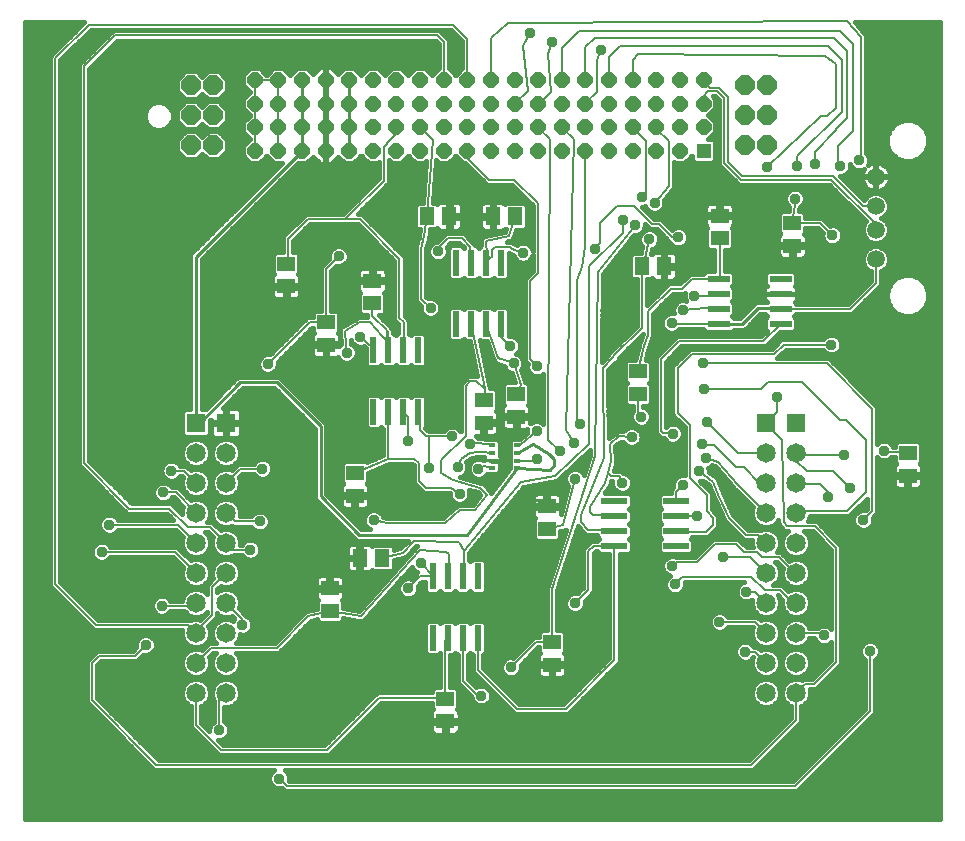
<source format=gtl>
G75*
%MOIN*%
%OFA0B0*%
%FSLAX25Y25*%
%IPPOS*%
%LPD*%
%AMOC8*
5,1,8,0,0,1.08239X$1,22.5*
%
%ADD10R,0.07500X0.02400*%
%ADD11R,0.06496X0.06496*%
%ADD12C,0.06496*%
%ADD13OC8,0.06496*%
%ADD14R,0.05079X0.05079*%
%ADD15OC8,0.05079*%
%ADD16R,0.05906X0.05118*%
%ADD17R,0.05118X0.05906*%
%ADD18R,0.02362X0.08661*%
%ADD19R,0.08661X0.02362*%
%ADD20R,0.01969X0.01378*%
%ADD21C,0.05906*%
%ADD22C,0.00600*%
%ADD23C,0.03762*%
%ADD24C,0.01000*%
%ADD25C,0.01600*%
D10*
X0236075Y0169800D03*
X0236075Y0174800D03*
X0236075Y0179800D03*
X0236075Y0184800D03*
X0256675Y0184800D03*
X0256675Y0179800D03*
X0256675Y0174800D03*
X0256675Y0169800D03*
D11*
X0251800Y0136800D03*
X0261800Y0136800D03*
X0071800Y0136800D03*
X0061800Y0136800D03*
D12*
X0061800Y0126800D03*
X0071800Y0126800D03*
X0071800Y0116800D03*
X0061800Y0116800D03*
X0061800Y0106800D03*
X0061800Y0096800D03*
X0071800Y0096800D03*
X0071800Y0106800D03*
X0071800Y0086800D03*
X0061800Y0086800D03*
X0061800Y0076800D03*
X0061800Y0066800D03*
X0071800Y0066800D03*
X0071800Y0076800D03*
X0071800Y0056800D03*
X0071800Y0046800D03*
X0061800Y0046800D03*
X0061800Y0056800D03*
X0251800Y0056800D03*
X0261800Y0056800D03*
X0261800Y0046800D03*
X0251800Y0046800D03*
X0251800Y0066800D03*
X0261800Y0066800D03*
X0261800Y0076800D03*
X0251800Y0076800D03*
X0251800Y0086800D03*
X0261800Y0086800D03*
X0261800Y0096800D03*
X0251800Y0096800D03*
X0251800Y0106800D03*
X0261800Y0106800D03*
X0261800Y0116800D03*
X0251800Y0116800D03*
X0251800Y0126800D03*
X0261800Y0126800D03*
D13*
X0252154Y0229281D03*
X0244752Y0229281D03*
X0244752Y0239281D03*
X0252154Y0239281D03*
X0252154Y0249281D03*
X0244752Y0249281D03*
X0067548Y0249285D03*
X0060146Y0249285D03*
X0060146Y0239285D03*
X0067548Y0239285D03*
X0067548Y0229285D03*
X0060146Y0229285D03*
D14*
X0230953Y0227474D03*
D15*
X0223079Y0227474D03*
X0215205Y0227474D03*
X0207331Y0227474D03*
X0199457Y0227474D03*
X0191583Y0227474D03*
X0183709Y0227474D03*
X0175835Y0227474D03*
X0167961Y0227474D03*
X0160087Y0227474D03*
X0152213Y0227474D03*
X0144339Y0227474D03*
X0136465Y0227474D03*
X0128591Y0227474D03*
X0120717Y0227474D03*
X0112843Y0227474D03*
X0104969Y0227474D03*
X0097095Y0227474D03*
X0089221Y0227474D03*
X0081347Y0227474D03*
X0081347Y0235348D03*
X0089221Y0235348D03*
X0097095Y0235348D03*
X0104969Y0235348D03*
X0112843Y0235348D03*
X0120717Y0235348D03*
X0128591Y0235348D03*
X0136465Y0235348D03*
X0144339Y0235348D03*
X0152213Y0235348D03*
X0160087Y0235348D03*
X0167961Y0235348D03*
X0175835Y0235348D03*
X0183709Y0235348D03*
X0191583Y0235348D03*
X0199457Y0235348D03*
X0207331Y0235348D03*
X0215205Y0235348D03*
X0223079Y0235348D03*
X0230953Y0235348D03*
X0230953Y0243222D03*
X0223079Y0243222D03*
X0215205Y0243222D03*
X0207331Y0243222D03*
X0199457Y0243222D03*
X0191583Y0243222D03*
X0183709Y0243222D03*
X0175835Y0243222D03*
X0167961Y0243222D03*
X0160087Y0243222D03*
X0152213Y0243222D03*
X0144339Y0243222D03*
X0136465Y0243222D03*
X0128591Y0243222D03*
X0120717Y0243222D03*
X0112843Y0243222D03*
X0104969Y0243222D03*
X0097095Y0243222D03*
X0089221Y0243222D03*
X0081347Y0243222D03*
X0081347Y0251096D03*
X0089221Y0251096D03*
X0097095Y0251096D03*
X0104969Y0251096D03*
X0112843Y0251096D03*
X0120717Y0251096D03*
X0128591Y0251096D03*
X0136465Y0251096D03*
X0144339Y0251096D03*
X0152213Y0251096D03*
X0160087Y0251096D03*
X0167961Y0251096D03*
X0175835Y0251096D03*
X0183709Y0251096D03*
X0191583Y0251096D03*
X0199457Y0251096D03*
X0207331Y0251096D03*
X0215205Y0251096D03*
X0223079Y0251096D03*
X0230953Y0251096D03*
D16*
X0236275Y0205890D03*
X0236275Y0198410D03*
X0260575Y0195885D03*
X0260575Y0203365D03*
X0209050Y0153940D03*
X0209050Y0146460D03*
X0168500Y0146365D03*
X0168500Y0138885D03*
X0157700Y0136835D03*
X0157700Y0144315D03*
X0120550Y0176685D03*
X0120550Y0184165D03*
X0105100Y0170265D03*
X0105100Y0162785D03*
X0091850Y0182335D03*
X0091850Y0189815D03*
X0114725Y0120065D03*
X0114725Y0112585D03*
X0106375Y0081615D03*
X0106375Y0074135D03*
X0144875Y0044740D03*
X0144875Y0037260D03*
X0180425Y0056185D03*
X0180425Y0063665D03*
X0178700Y0101485D03*
X0178700Y0108965D03*
X0299050Y0119185D03*
X0299050Y0126665D03*
D17*
X0217790Y0189000D03*
X0210310Y0189000D03*
X0168265Y0205600D03*
X0160785Y0205600D03*
X0146140Y0205625D03*
X0138660Y0205625D03*
X0123840Y0091750D03*
X0116360Y0091750D03*
D18*
X0140725Y0085611D03*
X0145725Y0085611D03*
X0150725Y0085611D03*
X0155725Y0085611D03*
X0155725Y0065139D03*
X0150725Y0065139D03*
X0145725Y0065139D03*
X0140725Y0065139D03*
X0135875Y0140514D03*
X0130875Y0140514D03*
X0125875Y0140514D03*
X0120875Y0140514D03*
X0120875Y0160986D03*
X0125875Y0160986D03*
X0130875Y0160986D03*
X0135875Y0160986D03*
X0148500Y0169764D03*
X0153500Y0169764D03*
X0158500Y0169764D03*
X0163500Y0169764D03*
X0163500Y0190236D03*
X0158500Y0190236D03*
X0153500Y0190236D03*
X0148500Y0190236D03*
D19*
X0201239Y0110750D03*
X0201239Y0105750D03*
X0201239Y0100750D03*
X0201239Y0095750D03*
X0221711Y0095750D03*
X0221711Y0100750D03*
X0221711Y0105750D03*
X0221711Y0110750D03*
D20*
X0168660Y0121686D03*
X0168660Y0124245D03*
X0168660Y0126805D03*
X0168660Y0129364D03*
X0160590Y0129364D03*
X0160590Y0126805D03*
X0160590Y0124245D03*
X0160590Y0121686D03*
D21*
X0288358Y0191295D03*
X0288358Y0201138D03*
X0288358Y0209012D03*
X0288358Y0218855D03*
D22*
X0282825Y0224325D02*
X0283275Y0225900D01*
X0283275Y0265500D01*
X0278775Y0270675D01*
X0165825Y0270225D01*
X0160087Y0264937D01*
X0160087Y0251096D01*
X0152213Y0251096D02*
X0152213Y0264712D01*
X0147375Y0269550D01*
X0026100Y0269550D01*
X0014850Y0258300D01*
X0014850Y0083025D01*
X0028350Y0069525D01*
X0059075Y0069525D01*
X0061800Y0066800D01*
X0061800Y0067425D01*
X0067050Y0072675D01*
X0067050Y0082050D01*
X0071800Y0086800D01*
X0074100Y0094500D02*
X0071800Y0096800D01*
X0066450Y0102150D01*
X0058950Y0102150D01*
X0052875Y0108225D01*
X0039600Y0108225D01*
X0024525Y0123300D01*
X0024525Y0255600D01*
X0034875Y0265950D01*
X0142200Y0265950D01*
X0144339Y0263811D01*
X0144339Y0251096D01*
X0136465Y0235348D02*
X0140790Y0231023D01*
X0138660Y0205625D01*
X0137865Y0199065D01*
X0136800Y0194850D01*
X0136800Y0178200D01*
X0139950Y0175050D01*
X0130950Y0170325D02*
X0130950Y0161061D01*
X0130875Y0160986D01*
X0125875Y0160986D02*
X0125875Y0163475D01*
X0119700Y0170325D01*
X0116550Y0170325D01*
X0111375Y0167400D01*
X0111825Y0163125D01*
X0112050Y0160200D01*
X0116550Y0165375D02*
X0120875Y0161725D01*
X0120875Y0160986D01*
X0125325Y0161536D02*
X0125875Y0160986D01*
X0125875Y0167075D01*
X0125325Y0167625D01*
X0125325Y0161536D01*
X0125325Y0167625D02*
X0120550Y0172400D01*
X0120550Y0176685D01*
X0129600Y0171675D02*
X0130950Y0170325D01*
X0129600Y0171675D02*
X0129600Y0191475D01*
X0116325Y0204750D01*
X0111600Y0204750D01*
X0099000Y0204750D01*
X0092475Y0198225D01*
X0092475Y0190440D01*
X0091850Y0189815D01*
X0105100Y0188125D02*
X0109350Y0192375D01*
X0105100Y0188125D02*
X0105100Y0170265D01*
X0099615Y0170265D01*
X0085725Y0156375D01*
X0083925Y0121500D02*
X0076500Y0121500D01*
X0071800Y0116800D01*
X0061800Y0116800D02*
X0057775Y0120825D01*
X0053550Y0120825D01*
X0054975Y0113625D02*
X0050850Y0113625D01*
X0054975Y0113625D02*
X0061800Y0106800D01*
X0055775Y0102825D02*
X0061800Y0096800D01*
X0054775Y0093825D02*
X0061800Y0086800D01*
X0054775Y0093825D02*
X0030375Y0093825D01*
X0032850Y0102825D02*
X0055775Y0102825D01*
X0071800Y0106800D02*
X0074650Y0103950D01*
X0083025Y0103950D01*
X0079875Y0094500D02*
X0074100Y0094500D01*
X0071800Y0076800D02*
X0077175Y0071425D01*
X0077175Y0069525D01*
X0066875Y0061875D02*
X0061800Y0056800D01*
X0066875Y0061875D02*
X0088650Y0061875D01*
X0099115Y0072340D01*
X0106375Y0074135D01*
X0116665Y0072340D01*
X0136350Y0094275D01*
X0145125Y0093825D01*
X0146025Y0092925D01*
X0145800Y0085686D01*
X0145725Y0085611D01*
X0150725Y0085611D02*
X0150975Y0085861D01*
X0150975Y0094050D01*
X0149400Y0096975D01*
X0134550Y0097425D01*
X0130675Y0093550D01*
X0123840Y0091750D01*
X0125325Y0103275D02*
X0121050Y0104400D01*
X0125325Y0103275D02*
X0144675Y0103275D01*
X0149625Y0107775D01*
X0154800Y0107775D01*
X0158625Y0112725D01*
X0156600Y0115200D01*
X0147375Y0117675D01*
X0143550Y0119925D01*
X0143550Y0124425D01*
X0151650Y0132525D01*
X0151650Y0149175D01*
X0153225Y0150750D01*
X0155250Y0150750D01*
X0157950Y0148050D01*
X0157950Y0147809D01*
X0157700Y0144315D01*
X0157950Y0147809D02*
X0158000Y0148515D01*
X0153500Y0169764D01*
X0158500Y0169764D02*
X0162550Y0158300D01*
X0167625Y0156600D01*
X0170100Y0149315D01*
X0168500Y0146365D01*
X0175500Y0155700D02*
X0173025Y0158175D01*
X0173025Y0184050D01*
X0175725Y0186750D01*
X0175725Y0209925D01*
X0167850Y0217800D01*
X0159525Y0217800D01*
X0152213Y0225112D01*
X0152213Y0227474D01*
X0167961Y0243222D02*
X0167961Y0243561D01*
X0172350Y0247275D01*
X0170775Y0262350D01*
X0173250Y0266625D01*
X0180450Y0263700D02*
X0179100Y0259875D01*
X0180225Y0247050D01*
X0175947Y0243222D01*
X0175835Y0243222D01*
X0175835Y0235348D02*
X0175835Y0235240D01*
X0179775Y0231300D01*
X0179100Y0130950D01*
X0183150Y0127350D01*
X0187650Y0130050D02*
X0185175Y0134325D01*
X0187875Y0231300D01*
X0183709Y0235016D01*
X0183709Y0235348D01*
X0191583Y0227474D02*
X0191583Y0196083D01*
X0191475Y0195525D01*
X0190350Y0188775D01*
X0188775Y0184500D01*
X0188775Y0137250D01*
X0189675Y0136350D01*
X0192825Y0129825D02*
X0181575Y0119250D01*
X0170100Y0117000D01*
X0150975Y0094050D01*
X0140725Y0085850D02*
X0136800Y0090000D01*
X0136461Y0085611D02*
X0132525Y0081675D01*
X0136461Y0085611D02*
X0140725Y0085611D01*
X0140725Y0085850D01*
X0145725Y0065139D02*
X0144875Y0064289D01*
X0144875Y0044740D01*
X0144390Y0045225D01*
X0122850Y0045225D01*
X0105300Y0027675D01*
X0070200Y0027675D01*
X0061800Y0036075D01*
X0061800Y0046800D01*
X0069525Y0044525D02*
X0071800Y0046800D01*
X0069525Y0044525D02*
X0069525Y0034425D01*
X0048600Y0022725D02*
X0027000Y0044325D01*
X0027000Y0056700D01*
X0029475Y0059175D01*
X0041400Y0059175D01*
X0045000Y0062775D01*
X0050400Y0075825D02*
X0060825Y0075825D01*
X0061800Y0076800D01*
X0114725Y0120065D02*
X0125875Y0124915D01*
X0134510Y0124915D01*
X0136125Y0123300D01*
X0136125Y0117450D01*
X0138375Y0115200D01*
X0146700Y0115200D01*
X0149625Y0113175D01*
X0148950Y0121950D02*
X0150075Y0124650D01*
X0153225Y0126675D01*
X0155700Y0127125D01*
X0157050Y0127125D01*
X0160460Y0126675D01*
X0160590Y0126805D01*
X0160590Y0129364D02*
X0156078Y0130050D01*
X0153000Y0129825D01*
X0147150Y0132300D02*
X0139725Y0132300D01*
X0139275Y0131850D01*
X0139275Y0121725D01*
X0132525Y0130725D02*
X0132525Y0138864D01*
X0130875Y0140514D01*
X0125875Y0140514D02*
X0125875Y0124915D01*
X0136350Y0134550D02*
X0136350Y0140039D01*
X0135875Y0140514D01*
X0136350Y0134550D02*
X0138600Y0132300D01*
X0139725Y0132300D01*
X0155925Y0121500D02*
X0157686Y0122361D01*
X0160590Y0121686D01*
X0168660Y0124245D02*
X0175095Y0124245D01*
X0175500Y0124650D01*
X0169864Y0129364D02*
X0175275Y0134100D01*
X0169864Y0129364D02*
X0168660Y0129364D01*
X0188100Y0118125D02*
X0184265Y0102590D01*
X0178700Y0101485D01*
X0190125Y0103725D02*
X0192600Y0101250D01*
X0200739Y0101250D01*
X0201239Y0100750D01*
X0201239Y0095750D02*
X0194300Y0095750D01*
X0192600Y0094050D01*
X0192600Y0081225D01*
X0188100Y0076725D01*
X0180450Y0074215D02*
X0180450Y0081450D01*
X0194850Y0125775D01*
X0195750Y0186975D01*
X0206325Y0200475D01*
X0208125Y0202725D01*
X0204075Y0204525D02*
X0204075Y0200250D01*
X0192825Y0189000D01*
X0192825Y0129825D01*
X0197775Y0125100D02*
X0190125Y0105975D01*
X0190125Y0103725D01*
X0193050Y0107100D02*
X0194175Y0105975D01*
X0201014Y0105975D01*
X0201239Y0105750D01*
X0193050Y0107100D02*
X0193050Y0108900D01*
X0198225Y0116775D01*
X0199143Y0120039D01*
X0200158Y0119025D01*
X0202725Y0119025D01*
X0203850Y0117900D01*
X0203850Y0116775D01*
X0199143Y0120039D02*
X0200250Y0123975D01*
X0199800Y0129825D01*
X0202725Y0132300D01*
X0207000Y0132075D01*
X0216675Y0134100D02*
X0216675Y0157950D01*
X0222750Y0164025D01*
X0250900Y0164025D01*
X0256675Y0169800D01*
X0256675Y0174800D02*
X0256700Y0174825D01*
X0279675Y0174825D01*
X0288358Y0183508D01*
X0288358Y0191295D01*
X0288358Y0201138D02*
X0288358Y0203094D01*
X0273576Y0217875D01*
X0243426Y0217875D01*
X0237900Y0223401D01*
X0237900Y0245001D01*
X0235551Y0247350D01*
X0232500Y0247350D01*
X0230625Y0245475D01*
X0230625Y0243550D01*
X0230953Y0243222D01*
X0233100Y0248550D02*
X0230953Y0250697D01*
X0230953Y0251096D01*
X0233100Y0248550D02*
X0236049Y0248550D01*
X0239100Y0245499D01*
X0239100Y0223899D01*
X0243924Y0219075D01*
X0274074Y0219075D01*
X0284137Y0209012D01*
X0288358Y0209012D01*
X0273825Y0199350D02*
X0269810Y0203365D01*
X0260575Y0203365D01*
X0261675Y0211490D01*
X0261450Y0211500D01*
X0262125Y0222525D02*
X0262125Y0225675D01*
X0277200Y0240525D01*
X0277200Y0257625D01*
X0272475Y0262350D01*
X0202950Y0262350D01*
X0199457Y0258857D01*
X0199457Y0251096D01*
X0195300Y0247050D02*
X0195300Y0257625D01*
X0196875Y0261225D01*
X0194625Y0265050D02*
X0274500Y0265050D01*
X0278775Y0260775D01*
X0278775Y0238275D01*
X0275175Y0234675D01*
X0275175Y0234450D01*
X0267975Y0227250D01*
X0267975Y0223200D01*
X0275850Y0224100D02*
X0276525Y0222525D01*
X0275850Y0224100D02*
X0275850Y0229050D01*
X0280800Y0234000D01*
X0280800Y0263250D01*
X0276525Y0267525D01*
X0189450Y0267525D01*
X0183709Y0261784D01*
X0183709Y0251096D01*
X0191583Y0251096D02*
X0191583Y0262008D01*
X0194625Y0265050D01*
X0207331Y0257731D02*
X0209250Y0259650D01*
X0271575Y0258975D01*
X0274950Y0256500D01*
X0274950Y0241875D01*
X0272025Y0239175D01*
X0270000Y0239175D01*
X0252000Y0222075D01*
X0236275Y0198410D02*
X0236275Y0185000D01*
X0236075Y0184800D01*
X0236000Y0184725D01*
X0227025Y0184725D01*
X0223875Y0181575D01*
X0220050Y0181575D01*
X0212400Y0173925D01*
X0212400Y0166050D01*
X0211075Y0162475D01*
X0209050Y0153940D01*
X0209050Y0146460D02*
X0209050Y0139925D01*
X0210150Y0138825D01*
X0216675Y0134100D02*
X0217350Y0133425D01*
X0220725Y0133200D01*
X0226350Y0136125D02*
X0226350Y0118350D01*
X0231975Y0112725D01*
X0231975Y0107325D01*
X0234225Y0105075D01*
X0234225Y0102825D01*
X0231750Y0100350D01*
X0222111Y0100350D01*
X0221711Y0100750D01*
X0221711Y0105750D02*
X0228825Y0105750D01*
X0221711Y0110750D02*
X0221711Y0113711D01*
X0224100Y0116100D01*
X0229500Y0120600D02*
X0234225Y0117225D01*
X0236250Y0112050D01*
X0239400Y0105075D01*
X0245025Y0099450D01*
X0249150Y0099450D01*
X0251800Y0096800D01*
X0248625Y0093825D02*
X0244575Y0093825D01*
X0241875Y0096525D01*
X0234900Y0096525D01*
X0228825Y0090450D01*
X0221850Y0090450D01*
X0220500Y0089100D01*
X0223875Y0085500D02*
X0221400Y0083025D01*
X0223875Y0085500D02*
X0246825Y0085500D01*
X0251325Y0081000D01*
X0256500Y0081000D01*
X0260700Y0076800D01*
X0261800Y0076800D01*
X0251800Y0076800D02*
X0248050Y0080550D01*
X0245250Y0080550D01*
X0251800Y0086800D02*
X0246350Y0092250D01*
X0237375Y0092250D01*
X0248625Y0093825D02*
X0250425Y0092025D01*
X0256050Y0092025D01*
X0261275Y0086800D01*
X0261800Y0086800D01*
X0275175Y0095175D02*
X0275175Y0057150D01*
X0267750Y0049725D01*
X0264725Y0049725D01*
X0261800Y0046800D01*
X0261800Y0037700D01*
X0246825Y0022725D01*
X0048600Y0022725D01*
X0089550Y0018225D02*
X0092025Y0015750D01*
X0261450Y0015750D01*
X0286425Y0040725D01*
X0286425Y0060750D01*
X0271125Y0065925D02*
X0270250Y0066800D01*
X0261800Y0066800D01*
X0251800Y0066800D02*
X0248175Y0070425D01*
X0236250Y0070425D01*
X0244800Y0060525D02*
X0248075Y0060525D01*
X0251800Y0056800D01*
X0275175Y0095175D02*
X0267975Y0102375D01*
X0258750Y0102375D01*
X0257625Y0103725D01*
X0257175Y0130950D01*
X0251800Y0136325D01*
X0251800Y0136800D01*
X0255375Y0140375D01*
X0255375Y0145350D01*
X0252450Y0150525D02*
X0263700Y0150525D01*
X0276525Y0137700D01*
X0278325Y0137700D01*
X0285075Y0130950D01*
X0285075Y0113625D01*
X0278775Y0107325D01*
X0262325Y0107325D01*
X0261800Y0106800D01*
X0251800Y0106800D02*
X0244575Y0114025D01*
X0242325Y0116100D01*
X0235800Y0123750D01*
X0231750Y0125100D01*
X0230850Y0129375D02*
X0230400Y0129825D01*
X0230850Y0129375D02*
X0234450Y0129375D01*
X0241875Y0121950D01*
X0244350Y0121950D01*
X0249500Y0116800D01*
X0251800Y0116800D01*
X0261800Y0116800D02*
X0262050Y0116550D01*
X0269775Y0116550D01*
X0272475Y0113850D01*
X0272475Y0112050D01*
X0279675Y0114975D02*
X0274050Y0120600D01*
X0265275Y0120600D01*
X0261800Y0124075D01*
X0261800Y0126800D01*
X0262600Y0126000D01*
X0277650Y0126000D01*
X0289810Y0127340D02*
X0291150Y0127575D01*
X0289810Y0127340D02*
X0299050Y0126665D01*
X0287100Y0141525D02*
X0287100Y0107325D01*
X0284175Y0104400D01*
X0251800Y0126800D02*
X0242425Y0126800D01*
X0231975Y0137250D01*
X0226350Y0136125D02*
X0222300Y0140175D01*
X0222300Y0155025D01*
X0227025Y0159750D01*
X0254475Y0159750D01*
X0257625Y0162900D01*
X0273600Y0162900D01*
X0272025Y0156600D02*
X0287100Y0141525D01*
X0272025Y0156600D02*
X0230625Y0156600D01*
X0231075Y0148050D02*
X0249975Y0148050D01*
X0252450Y0150525D01*
X0236075Y0169800D02*
X0220575Y0169800D01*
X0220275Y0170100D01*
X0224100Y0174375D02*
X0235375Y0175500D01*
X0236075Y0174800D01*
X0235375Y0179100D02*
X0227925Y0179100D01*
X0235375Y0179100D02*
X0236075Y0179800D01*
X0222525Y0198675D02*
X0220500Y0198675D01*
X0216000Y0203175D01*
X0213750Y0203175D01*
X0207900Y0209025D01*
X0202050Y0209025D01*
X0196425Y0203400D01*
X0196425Y0196875D01*
X0194625Y0194850D01*
X0210310Y0189000D02*
X0210310Y0168460D01*
X0200925Y0159075D01*
X0200925Y0158625D01*
X0197325Y0155025D01*
X0197775Y0125100D01*
X0201239Y0095750D02*
X0201239Y0057689D01*
X0184950Y0041400D01*
X0168750Y0041400D01*
X0155700Y0054450D01*
X0155700Y0065114D01*
X0155725Y0065139D01*
X0150750Y0065114D02*
X0150725Y0065139D01*
X0150750Y0065114D02*
X0150750Y0050850D01*
X0155700Y0045900D01*
X0156825Y0045900D01*
X0166725Y0055350D02*
X0175040Y0063665D01*
X0180425Y0063665D01*
X0180450Y0074215D01*
X0166500Y0162450D02*
X0163500Y0165450D01*
X0163500Y0169764D01*
X0158500Y0190236D02*
X0159857Y0191593D01*
X0158625Y0192825D01*
X0158400Y0197325D01*
X0166015Y0199090D01*
X0168265Y0205600D01*
X0166500Y0195525D02*
X0161550Y0195525D01*
X0160425Y0194400D01*
X0160425Y0192161D01*
X0159857Y0191593D01*
X0153500Y0190236D02*
X0153225Y0190511D01*
X0153225Y0195525D01*
X0150300Y0198450D01*
X0145800Y0198450D01*
X0142425Y0195075D01*
X0142425Y0193950D01*
X0166500Y0195525D02*
X0167175Y0194850D01*
X0170775Y0193500D01*
X0210310Y0189000D02*
X0211050Y0189740D01*
X0212850Y0198000D01*
X0214650Y0210150D02*
X0219375Y0215775D01*
X0219375Y0230625D01*
X0215205Y0234795D01*
X0215205Y0235348D01*
X0211725Y0230625D02*
X0211725Y0213525D01*
X0210375Y0212175D01*
X0211725Y0230625D02*
X0207331Y0235019D01*
X0207331Y0235348D01*
X0195300Y0247050D02*
X0191583Y0243333D01*
X0191583Y0243222D01*
X0207331Y0251096D02*
X0207331Y0257731D01*
X0128591Y0235348D02*
X0128591Y0232991D01*
X0125550Y0229950D01*
X0125550Y0229725D01*
X0124425Y0228600D01*
X0124425Y0217575D01*
X0111600Y0204750D01*
X0089221Y0227474D02*
X0089221Y0235348D01*
X0089221Y0243222D01*
X0089221Y0251096D01*
X0081347Y0251096D01*
X0081347Y0243222D01*
X0081347Y0235348D01*
X0081347Y0227474D01*
D23*
X0109350Y0192375D03*
X0116550Y0165375D03*
X0112050Y0160200D03*
X0085725Y0156375D03*
X0083925Y0121500D03*
X0083025Y0103950D03*
X0079875Y0094500D03*
X0077175Y0069525D03*
X0050400Y0075825D03*
X0045000Y0062775D03*
X0069525Y0034425D03*
X0089550Y0018225D03*
X0156825Y0045900D03*
X0166725Y0055350D03*
X0188100Y0076725D03*
X0221400Y0083025D03*
X0220500Y0089100D03*
X0237375Y0092250D03*
X0245250Y0080550D03*
X0236250Y0070425D03*
X0244800Y0060525D03*
X0271125Y0065925D03*
X0286425Y0060750D03*
X0284175Y0104400D03*
X0272475Y0112050D03*
X0279675Y0114975D03*
X0277650Y0126000D03*
X0291150Y0127575D03*
X0255375Y0145350D03*
X0231075Y0148050D03*
X0230625Y0156600D03*
X0220275Y0170100D03*
X0224100Y0174375D03*
X0227925Y0179100D03*
X0212850Y0198000D03*
X0208125Y0202725D03*
X0204075Y0204525D03*
X0210375Y0212175D03*
X0214650Y0210150D03*
X0222525Y0198675D03*
X0194625Y0194850D03*
X0170775Y0193500D03*
X0142425Y0193950D03*
X0139950Y0175050D03*
X0166500Y0162450D03*
X0167625Y0156600D03*
X0175500Y0155700D03*
X0189675Y0136350D03*
X0187650Y0130050D03*
X0183150Y0127350D03*
X0175500Y0124650D03*
X0175275Y0134100D03*
X0155925Y0121500D03*
X0159750Y0116100D03*
X0149625Y0113175D03*
X0148950Y0121950D03*
X0153000Y0129825D03*
X0147150Y0132300D03*
X0139275Y0121725D03*
X0132525Y0130725D03*
X0121050Y0104400D03*
X0136800Y0090000D03*
X0132525Y0081675D03*
X0170100Y0111150D03*
X0188100Y0118125D03*
X0203850Y0116775D03*
X0207000Y0132075D03*
X0210150Y0138825D03*
X0220725Y0133200D03*
X0230400Y0129825D03*
X0231750Y0125100D03*
X0229500Y0120600D03*
X0224100Y0116100D03*
X0228825Y0105750D03*
X0231975Y0137250D03*
X0273600Y0162900D03*
X0273825Y0199350D03*
X0261450Y0211500D03*
X0262125Y0222525D03*
X0267975Y0223200D03*
X0276525Y0222525D03*
X0282825Y0224325D03*
X0252000Y0222075D03*
X0196875Y0261225D03*
X0180450Y0263700D03*
X0173250Y0266625D03*
X0053550Y0120825D03*
X0050850Y0113625D03*
X0032850Y0102825D03*
X0030375Y0093825D03*
D24*
X0061800Y0136800D02*
X0063000Y0136800D01*
X0076500Y0150300D01*
X0088650Y0150300D01*
X0103275Y0135675D01*
X0103275Y0112275D01*
X0116100Y0099450D01*
X0152049Y0099450D01*
X0168660Y0121686D01*
X0179736Y0121236D01*
X0181125Y0122625D01*
X0181125Y0124875D01*
X0179550Y0126450D01*
X0174156Y0129825D01*
X0168660Y0126805D01*
X0160590Y0124245D02*
X0154845Y0125370D01*
X0152100Y0123525D01*
X0152325Y0119475D01*
X0153900Y0117900D01*
X0158175Y0117225D01*
X0159750Y0116100D01*
X0170100Y0111150D02*
X0176515Y0111150D01*
X0178700Y0108965D01*
X0236075Y0169800D02*
X0243825Y0169800D01*
X0249075Y0175050D01*
X0256425Y0175050D01*
X0256675Y0174800D01*
X0112843Y0227474D02*
X0112843Y0235348D01*
X0112843Y0243222D01*
X0112843Y0251096D01*
X0097095Y0251096D02*
X0097095Y0243222D01*
X0097095Y0235348D01*
X0097095Y0227474D01*
X0061800Y0192179D01*
X0061800Y0136800D01*
D25*
X0004900Y0004900D02*
X0004900Y0270354D01*
X0024499Y0270354D01*
X0014146Y0260000D01*
X0013150Y0259004D01*
X0013150Y0082321D01*
X0026650Y0068821D01*
X0027646Y0067825D01*
X0057194Y0067825D01*
X0057152Y0067725D01*
X0057152Y0065875D01*
X0057860Y0064167D01*
X0059167Y0062860D01*
X0060875Y0062152D01*
X0062725Y0062152D01*
X0064433Y0062860D01*
X0065740Y0064167D01*
X0066448Y0065875D01*
X0066448Y0067725D01*
X0065879Y0069099D01*
X0067754Y0070975D01*
X0068750Y0071971D01*
X0068750Y0073277D01*
X0069167Y0072860D01*
X0070875Y0072152D01*
X0072725Y0072152D01*
X0073657Y0072538D01*
X0074603Y0071593D01*
X0074393Y0071384D01*
X0074172Y0070849D01*
X0072725Y0071448D01*
X0070875Y0071448D01*
X0069167Y0070740D01*
X0067860Y0069433D01*
X0067152Y0067725D01*
X0067152Y0065875D01*
X0067860Y0064167D01*
X0068452Y0063575D01*
X0066171Y0063575D01*
X0063657Y0061062D01*
X0062725Y0061448D01*
X0060875Y0061448D01*
X0059167Y0060740D01*
X0057860Y0059433D01*
X0057152Y0057725D01*
X0057152Y0055875D01*
X0057860Y0054167D01*
X0059167Y0052860D01*
X0060875Y0052152D01*
X0062725Y0052152D01*
X0064433Y0052860D01*
X0065740Y0054167D01*
X0066448Y0055875D01*
X0066448Y0057725D01*
X0066062Y0058657D01*
X0067579Y0060175D01*
X0068602Y0060175D01*
X0067860Y0059433D01*
X0067152Y0057725D01*
X0067152Y0055875D01*
X0067860Y0054167D01*
X0069167Y0052860D01*
X0070875Y0052152D01*
X0072725Y0052152D01*
X0074433Y0052860D01*
X0075740Y0054167D01*
X0076448Y0055875D01*
X0076448Y0057725D01*
X0075740Y0059433D01*
X0074998Y0060175D01*
X0089354Y0060175D01*
X0090350Y0061171D01*
X0099983Y0070803D01*
X0102022Y0071308D01*
X0102022Y0070996D01*
X0102842Y0070176D01*
X0109908Y0070176D01*
X0110728Y0070996D01*
X0110728Y0071650D01*
X0115893Y0070749D01*
X0116054Y0070605D01*
X0116564Y0070632D01*
X0117067Y0070544D01*
X0117244Y0070669D01*
X0117460Y0070681D01*
X0117801Y0071061D01*
X0118219Y0071354D01*
X0118256Y0071568D01*
X0133738Y0088819D01*
X0134018Y0088141D01*
X0134941Y0087218D01*
X0135453Y0087007D01*
X0133336Y0084890D01*
X0133178Y0084956D01*
X0131872Y0084956D01*
X0130666Y0084457D01*
X0129743Y0083534D01*
X0129244Y0082328D01*
X0129244Y0081022D01*
X0129743Y0079816D01*
X0130666Y0078893D01*
X0131872Y0078394D01*
X0133178Y0078394D01*
X0134384Y0078893D01*
X0135307Y0079816D01*
X0135806Y0081022D01*
X0135806Y0082328D01*
X0135740Y0082486D01*
X0137165Y0083911D01*
X0138144Y0083911D01*
X0138144Y0080701D01*
X0138964Y0079881D01*
X0142486Y0079881D01*
X0143225Y0080620D01*
X0143964Y0079881D01*
X0147486Y0079881D01*
X0148225Y0080620D01*
X0148964Y0079881D01*
X0152486Y0079881D01*
X0153225Y0080620D01*
X0153964Y0079881D01*
X0157486Y0079881D01*
X0158306Y0080701D01*
X0158306Y0090522D01*
X0157486Y0091342D01*
X0153964Y0091342D01*
X0153225Y0090603D01*
X0152675Y0091153D01*
X0152675Y0093435D01*
X0171019Y0115448D01*
X0181714Y0117545D01*
X0182226Y0117529D01*
X0182383Y0117676D01*
X0182593Y0117717D01*
X0182879Y0118143D01*
X0193180Y0127826D01*
X0193154Y0126056D01*
X0191049Y0119578D01*
X0190882Y0119984D01*
X0189959Y0120907D01*
X0188753Y0121406D01*
X0187447Y0121406D01*
X0186241Y0120907D01*
X0185318Y0119984D01*
X0184819Y0118778D01*
X0184819Y0117472D01*
X0185318Y0116266D01*
X0185777Y0115808D01*
X0183453Y0106392D01*
X0183453Y0108486D01*
X0179180Y0108486D01*
X0179180Y0109445D01*
X0183453Y0109445D01*
X0183453Y0111761D01*
X0183330Y0112219D01*
X0183093Y0112629D01*
X0182758Y0112965D01*
X0182348Y0113202D01*
X0181890Y0113324D01*
X0179180Y0113324D01*
X0179180Y0109445D01*
X0178220Y0109445D01*
X0178220Y0108486D01*
X0173947Y0108486D01*
X0173947Y0106169D01*
X0174070Y0105711D01*
X0174307Y0105301D01*
X0174642Y0104966D01*
X0174672Y0104948D01*
X0174347Y0104624D01*
X0174347Y0098346D01*
X0175167Y0097526D01*
X0182233Y0097526D01*
X0183053Y0098346D01*
X0183053Y0100616D01*
X0184225Y0100849D01*
X0184541Y0100771D01*
X0184889Y0100981D01*
X0185016Y0101006D01*
X0178959Y0082363D01*
X0178750Y0082154D01*
X0178750Y0081719D01*
X0178616Y0081306D01*
X0178750Y0081042D01*
X0178750Y0074217D01*
X0178734Y0067624D01*
X0176892Y0067624D01*
X0176072Y0066804D01*
X0176072Y0065365D01*
X0174336Y0065365D01*
X0167536Y0058565D01*
X0167378Y0058631D01*
X0166072Y0058631D01*
X0164866Y0058132D01*
X0163943Y0057209D01*
X0163444Y0056003D01*
X0163444Y0054697D01*
X0163943Y0053491D01*
X0164866Y0052568D01*
X0166072Y0052069D01*
X0167378Y0052069D01*
X0168584Y0052568D01*
X0169507Y0053491D01*
X0170006Y0054697D01*
X0170006Y0056003D01*
X0169940Y0056161D01*
X0175744Y0061965D01*
X0176072Y0061965D01*
X0176072Y0060526D01*
X0176397Y0060202D01*
X0176367Y0060184D01*
X0176032Y0059849D01*
X0175795Y0059439D01*
X0175672Y0058981D01*
X0175672Y0056664D01*
X0179945Y0056664D01*
X0179945Y0055705D01*
X0175672Y0055705D01*
X0175672Y0053389D01*
X0175795Y0052931D01*
X0176032Y0052521D01*
X0176367Y0052185D01*
X0176777Y0051948D01*
X0177235Y0051826D01*
X0179945Y0051826D01*
X0179945Y0055705D01*
X0180905Y0055705D01*
X0180905Y0056664D01*
X0185178Y0056664D01*
X0185178Y0058981D01*
X0185055Y0059439D01*
X0184818Y0059849D01*
X0184483Y0060184D01*
X0184453Y0060202D01*
X0184778Y0060526D01*
X0184778Y0066804D01*
X0183958Y0067624D01*
X0182134Y0067624D01*
X0182148Y0073509D01*
X0182150Y0073511D01*
X0182150Y0074214D01*
X0182152Y0074915D01*
X0182150Y0074917D01*
X0182150Y0081181D01*
X0189044Y0102402D01*
X0190900Y0100546D01*
X0191896Y0099550D01*
X0195508Y0099550D01*
X0195508Y0098989D01*
X0196247Y0098250D01*
X0195508Y0097511D01*
X0195508Y0097450D01*
X0193596Y0097450D01*
X0191896Y0095750D01*
X0190900Y0094754D01*
X0190900Y0081929D01*
X0188911Y0079940D01*
X0188753Y0080006D01*
X0187447Y0080006D01*
X0186241Y0079507D01*
X0185318Y0078584D01*
X0184819Y0077378D01*
X0184819Y0076072D01*
X0185318Y0074866D01*
X0186241Y0073943D01*
X0187447Y0073444D01*
X0188753Y0073444D01*
X0189959Y0073943D01*
X0190882Y0074866D01*
X0191381Y0076072D01*
X0191381Y0077378D01*
X0191315Y0077536D01*
X0194300Y0080521D01*
X0194300Y0093346D01*
X0195004Y0094050D01*
X0195508Y0094050D01*
X0195508Y0093989D01*
X0196328Y0093169D01*
X0199539Y0093169D01*
X0199539Y0058393D01*
X0184246Y0043100D01*
X0169454Y0043100D01*
X0157400Y0055154D01*
X0157400Y0059408D01*
X0157486Y0059408D01*
X0158306Y0060228D01*
X0158306Y0070049D01*
X0157486Y0070869D01*
X0153964Y0070869D01*
X0153225Y0070130D01*
X0152486Y0070869D01*
X0148964Y0070869D01*
X0148225Y0070130D01*
X0147486Y0070869D01*
X0143964Y0070869D01*
X0143225Y0070130D01*
X0142486Y0070869D01*
X0138964Y0070869D01*
X0138144Y0070049D01*
X0138144Y0060228D01*
X0138964Y0059408D01*
X0142486Y0059408D01*
X0143175Y0060097D01*
X0143175Y0048699D01*
X0141342Y0048699D01*
X0140522Y0047879D01*
X0140522Y0046925D01*
X0122146Y0046925D01*
X0121150Y0045929D01*
X0104596Y0029375D01*
X0070904Y0029375D01*
X0069135Y0031144D01*
X0070178Y0031144D01*
X0071384Y0031643D01*
X0072307Y0032566D01*
X0072806Y0033772D01*
X0072806Y0035078D01*
X0072307Y0036284D01*
X0071384Y0037207D01*
X0071225Y0037272D01*
X0071225Y0042152D01*
X0072725Y0042152D01*
X0074433Y0042860D01*
X0075740Y0044167D01*
X0076448Y0045875D01*
X0076448Y0047725D01*
X0075740Y0049433D01*
X0074433Y0050740D01*
X0072725Y0051448D01*
X0070875Y0051448D01*
X0069167Y0050740D01*
X0067860Y0049433D01*
X0067152Y0047725D01*
X0067152Y0045875D01*
X0067825Y0044251D01*
X0067825Y0037272D01*
X0067666Y0037207D01*
X0066743Y0036284D01*
X0066244Y0035078D01*
X0066244Y0034035D01*
X0063500Y0036779D01*
X0063500Y0042473D01*
X0064433Y0042860D01*
X0065740Y0044167D01*
X0066448Y0045875D01*
X0066448Y0047725D01*
X0065740Y0049433D01*
X0064433Y0050740D01*
X0062725Y0051448D01*
X0060875Y0051448D01*
X0059167Y0050740D01*
X0057860Y0049433D01*
X0057152Y0047725D01*
X0057152Y0045875D01*
X0057860Y0044167D01*
X0059167Y0042860D01*
X0060100Y0042473D01*
X0060100Y0035371D01*
X0068500Y0026971D01*
X0069496Y0025975D01*
X0106004Y0025975D01*
X0123554Y0043525D01*
X0140522Y0043525D01*
X0140522Y0041601D01*
X0140847Y0041277D01*
X0140817Y0041259D01*
X0140482Y0040924D01*
X0140245Y0040514D01*
X0140122Y0040056D01*
X0140122Y0037739D01*
X0144395Y0037739D01*
X0144395Y0036780D01*
X0140122Y0036780D01*
X0140122Y0034464D01*
X0140245Y0034006D01*
X0140482Y0033596D01*
X0140817Y0033260D01*
X0141227Y0033023D01*
X0141685Y0032901D01*
X0144395Y0032901D01*
X0144395Y0036780D01*
X0145355Y0036780D01*
X0145355Y0037739D01*
X0149628Y0037739D01*
X0149628Y0040056D01*
X0149505Y0040514D01*
X0149268Y0040924D01*
X0148933Y0041259D01*
X0148903Y0041277D01*
X0149228Y0041601D01*
X0149228Y0047879D01*
X0148408Y0048699D01*
X0146575Y0048699D01*
X0146575Y0059408D01*
X0147486Y0059408D01*
X0148225Y0060147D01*
X0148964Y0059408D01*
X0149050Y0059408D01*
X0149050Y0050146D01*
X0150046Y0049150D01*
X0153544Y0045652D01*
X0153544Y0045247D01*
X0154043Y0044041D01*
X0154966Y0043118D01*
X0156172Y0042619D01*
X0157478Y0042619D01*
X0158684Y0043118D01*
X0159607Y0044041D01*
X0160106Y0045247D01*
X0160106Y0046553D01*
X0159607Y0047759D01*
X0158684Y0048682D01*
X0157478Y0049181D01*
X0156172Y0049181D01*
X0155218Y0048786D01*
X0152450Y0051554D01*
X0152450Y0059408D01*
X0152486Y0059408D01*
X0153225Y0060147D01*
X0153964Y0059408D01*
X0154000Y0059408D01*
X0154000Y0053746D01*
X0154996Y0052750D01*
X0168046Y0039700D01*
X0185654Y0039700D01*
X0186650Y0040696D01*
X0202939Y0056985D01*
X0202939Y0093169D01*
X0206149Y0093169D01*
X0206969Y0093989D01*
X0206969Y0097511D01*
X0206230Y0098250D01*
X0206969Y0098989D01*
X0206969Y0102511D01*
X0206230Y0103250D01*
X0206969Y0103989D01*
X0206969Y0107511D01*
X0206230Y0108250D01*
X0206969Y0108989D01*
X0206969Y0112511D01*
X0206149Y0113331D01*
X0197996Y0113331D01*
X0199418Y0115495D01*
X0199671Y0115637D01*
X0199790Y0116061D01*
X0200032Y0116430D01*
X0199974Y0116714D01*
X0200146Y0117325D01*
X0200569Y0117325D01*
X0200569Y0116122D01*
X0201068Y0114916D01*
X0201991Y0113993D01*
X0203197Y0113494D01*
X0204503Y0113494D01*
X0205709Y0113993D01*
X0206632Y0114916D01*
X0207131Y0116122D01*
X0207131Y0117428D01*
X0206632Y0118634D01*
X0205709Y0119557D01*
X0204503Y0120056D01*
X0204098Y0120056D01*
X0203429Y0120725D01*
X0201102Y0120725D01*
X0201785Y0123154D01*
X0201999Y0123403D01*
X0201968Y0123805D01*
X0202077Y0124193D01*
X0201916Y0124479D01*
X0201562Y0129089D01*
X0203309Y0130567D01*
X0204090Y0130526D01*
X0204218Y0130216D01*
X0205141Y0129293D01*
X0206347Y0128794D01*
X0207653Y0128794D01*
X0208859Y0129293D01*
X0209782Y0130216D01*
X0210281Y0131422D01*
X0210281Y0132728D01*
X0209782Y0133934D01*
X0208859Y0134857D01*
X0207653Y0135356D01*
X0206347Y0135356D01*
X0205141Y0134857D01*
X0204218Y0133934D01*
X0204214Y0133924D01*
X0202840Y0133996D01*
X0202164Y0134053D01*
X0202141Y0134033D01*
X0202111Y0134035D01*
X0201607Y0133581D01*
X0199376Y0131693D01*
X0199036Y0154331D01*
X0202625Y0157921D01*
X0202625Y0158371D01*
X0210700Y0166446D01*
X0210700Y0166355D01*
X0209684Y0163615D01*
X0209583Y0163553D01*
X0209445Y0162968D01*
X0209236Y0162406D01*
X0209286Y0162298D01*
X0208242Y0157899D01*
X0205517Y0157899D01*
X0204697Y0157079D01*
X0204697Y0150801D01*
X0205298Y0150200D01*
X0204697Y0149599D01*
X0204697Y0143321D01*
X0205517Y0142501D01*
X0207350Y0142501D01*
X0207350Y0140639D01*
X0206869Y0139478D01*
X0206869Y0138172D01*
X0207368Y0136966D01*
X0208291Y0136043D01*
X0209497Y0135544D01*
X0210803Y0135544D01*
X0212009Y0136043D01*
X0212932Y0136966D01*
X0213431Y0138172D01*
X0213431Y0139478D01*
X0212932Y0140684D01*
X0212009Y0141607D01*
X0210803Y0142106D01*
X0210750Y0142106D01*
X0210750Y0142501D01*
X0212583Y0142501D01*
X0213403Y0143321D01*
X0213403Y0149599D01*
X0212802Y0150200D01*
X0213403Y0150801D01*
X0213403Y0157079D01*
X0212583Y0157899D01*
X0211737Y0157899D01*
X0212705Y0161982D01*
X0213865Y0165111D01*
X0214100Y0165346D01*
X0214100Y0165745D01*
X0214239Y0166119D01*
X0214100Y0166422D01*
X0214100Y0173221D01*
X0220754Y0179875D01*
X0224579Y0179875D01*
X0224776Y0180072D01*
X0224644Y0179753D01*
X0224644Y0178447D01*
X0225017Y0177547D01*
X0224753Y0177656D01*
X0223447Y0177656D01*
X0222241Y0177157D01*
X0221318Y0176234D01*
X0220819Y0175028D01*
X0220819Y0173722D01*
X0220967Y0173365D01*
X0220928Y0173381D01*
X0219622Y0173381D01*
X0218416Y0172882D01*
X0217493Y0171959D01*
X0216994Y0170753D01*
X0216994Y0169447D01*
X0217493Y0168241D01*
X0218416Y0167318D01*
X0219622Y0166819D01*
X0220928Y0166819D01*
X0222134Y0167318D01*
X0222915Y0168100D01*
X0230925Y0168100D01*
X0230925Y0168020D01*
X0231745Y0167200D01*
X0240405Y0167200D01*
X0241105Y0167900D01*
X0244612Y0167900D01*
X0249862Y0173150D01*
X0251525Y0173150D01*
X0251525Y0173020D01*
X0252245Y0172300D01*
X0251525Y0171580D01*
X0251525Y0168020D01*
X0252008Y0167537D01*
X0250196Y0165725D01*
X0222046Y0165725D01*
X0221050Y0164729D01*
X0214975Y0158654D01*
X0214975Y0133396D01*
X0215971Y0132400D01*
X0216108Y0132263D01*
X0216534Y0131776D01*
X0216600Y0131771D01*
X0216646Y0131725D01*
X0217293Y0131725D01*
X0217798Y0131691D01*
X0217943Y0131341D01*
X0218866Y0130418D01*
X0220072Y0129919D01*
X0221378Y0129919D01*
X0222584Y0130418D01*
X0223507Y0131341D01*
X0224006Y0132547D01*
X0224006Y0133853D01*
X0223507Y0135059D01*
X0222584Y0135982D01*
X0221378Y0136481D01*
X0220072Y0136481D01*
X0218866Y0135982D01*
X0218375Y0135490D01*
X0218375Y0157246D01*
X0223454Y0162325D01*
X0251604Y0162325D01*
X0256479Y0167200D01*
X0261005Y0167200D01*
X0261825Y0168020D01*
X0261825Y0171580D01*
X0261105Y0172300D01*
X0261825Y0173020D01*
X0261825Y0173125D01*
X0280379Y0173125D01*
X0281375Y0174121D01*
X0290058Y0182804D01*
X0290058Y0187288D01*
X0290824Y0187605D01*
X0292048Y0188829D01*
X0292711Y0190429D01*
X0292711Y0192161D01*
X0292048Y0193761D01*
X0290824Y0194985D01*
X0289224Y0195648D01*
X0287492Y0195648D01*
X0285892Y0194985D01*
X0284668Y0193761D01*
X0284005Y0192161D01*
X0284005Y0190429D01*
X0284668Y0188829D01*
X0285892Y0187605D01*
X0286658Y0187288D01*
X0286658Y0184212D01*
X0278971Y0176525D01*
X0261825Y0176525D01*
X0261825Y0176580D01*
X0261350Y0177055D01*
X0261530Y0177160D01*
X0261865Y0177495D01*
X0262102Y0177905D01*
X0262225Y0178363D01*
X0262225Y0179800D01*
X0262225Y0181237D01*
X0262102Y0181695D01*
X0261865Y0182105D01*
X0261530Y0182440D01*
X0261350Y0182545D01*
X0261825Y0183020D01*
X0261825Y0186580D01*
X0261005Y0187400D01*
X0252345Y0187400D01*
X0251525Y0186580D01*
X0251525Y0183020D01*
X0252000Y0182545D01*
X0251820Y0182440D01*
X0251485Y0182105D01*
X0251248Y0181695D01*
X0251125Y0181237D01*
X0251125Y0179800D01*
X0256675Y0179800D01*
X0262225Y0179800D01*
X0256675Y0179800D01*
X0256675Y0179800D01*
X0256675Y0179800D01*
X0251125Y0179800D01*
X0251125Y0178363D01*
X0251248Y0177905D01*
X0251485Y0177495D01*
X0251820Y0177160D01*
X0252000Y0177055D01*
X0251895Y0176950D01*
X0248288Y0176950D01*
X0247175Y0175837D01*
X0243038Y0171700D01*
X0241105Y0171700D01*
X0240505Y0172300D01*
X0241225Y0173020D01*
X0241225Y0176580D01*
X0240505Y0177300D01*
X0241225Y0178020D01*
X0241225Y0181580D01*
X0240505Y0182300D01*
X0241225Y0183020D01*
X0241225Y0186580D01*
X0240405Y0187400D01*
X0237975Y0187400D01*
X0237975Y0194451D01*
X0239808Y0194451D01*
X0240628Y0195271D01*
X0240628Y0201549D01*
X0240303Y0201873D01*
X0240333Y0201891D01*
X0240668Y0202226D01*
X0240905Y0202636D01*
X0241028Y0203094D01*
X0241028Y0205411D01*
X0236755Y0205411D01*
X0236755Y0206370D01*
X0241028Y0206370D01*
X0241028Y0208686D01*
X0240905Y0209144D01*
X0240668Y0209554D01*
X0240333Y0209890D01*
X0239923Y0210127D01*
X0239465Y0210249D01*
X0236755Y0210249D01*
X0236755Y0206370D01*
X0235795Y0206370D01*
X0235795Y0205411D01*
X0231522Y0205411D01*
X0231522Y0203094D01*
X0231645Y0202636D01*
X0231882Y0202226D01*
X0232217Y0201891D01*
X0232247Y0201873D01*
X0231922Y0201549D01*
X0231922Y0195271D01*
X0232742Y0194451D01*
X0234575Y0194451D01*
X0234575Y0187400D01*
X0231745Y0187400D01*
X0230925Y0186580D01*
X0230925Y0186425D01*
X0226321Y0186425D01*
X0225325Y0185429D01*
X0223171Y0183275D01*
X0219346Y0183275D01*
X0218350Y0182279D01*
X0212010Y0175939D01*
X0212010Y0184647D01*
X0213449Y0184647D01*
X0213773Y0184972D01*
X0213791Y0184942D01*
X0214126Y0184607D01*
X0214536Y0184370D01*
X0214994Y0184247D01*
X0217311Y0184247D01*
X0217311Y0188520D01*
X0218270Y0188520D01*
X0218270Y0184247D01*
X0220586Y0184247D01*
X0221044Y0184370D01*
X0221454Y0184607D01*
X0221790Y0184942D01*
X0222027Y0185352D01*
X0222149Y0185810D01*
X0222149Y0188520D01*
X0218270Y0188520D01*
X0218270Y0189480D01*
X0217311Y0189480D01*
X0217311Y0193753D01*
X0214994Y0193753D01*
X0214536Y0193630D01*
X0214126Y0193393D01*
X0213791Y0193058D01*
X0213773Y0193028D01*
X0213554Y0193247D01*
X0213912Y0194888D01*
X0214709Y0195218D01*
X0215632Y0196141D01*
X0216131Y0197347D01*
X0216131Y0198653D01*
X0215632Y0199859D01*
X0214709Y0200782D01*
X0213503Y0201281D01*
X0212197Y0201281D01*
X0210991Y0200782D01*
X0210068Y0199859D01*
X0209569Y0198653D01*
X0209569Y0197347D01*
X0210068Y0196141D01*
X0210591Y0195619D01*
X0210097Y0193353D01*
X0207171Y0193353D01*
X0206351Y0192533D01*
X0206351Y0185467D01*
X0207171Y0184647D01*
X0208610Y0184647D01*
X0208610Y0169164D01*
X0200221Y0160775D01*
X0199225Y0159779D01*
X0199225Y0159329D01*
X0197011Y0157115D01*
X0197441Y0186377D01*
X0207658Y0199420D01*
X0207677Y0199444D01*
X0208778Y0199444D01*
X0209984Y0199943D01*
X0210907Y0200866D01*
X0211406Y0202072D01*
X0211406Y0203115D01*
X0213046Y0201475D01*
X0215296Y0201475D01*
X0219594Y0197177D01*
X0219743Y0196816D01*
X0220666Y0195893D01*
X0221872Y0195394D01*
X0223178Y0195394D01*
X0224384Y0195893D01*
X0225307Y0196816D01*
X0225806Y0198022D01*
X0225806Y0199328D01*
X0225307Y0200534D01*
X0224384Y0201457D01*
X0223178Y0201956D01*
X0221872Y0201956D01*
X0220666Y0201457D01*
X0220394Y0201185D01*
X0217700Y0203879D01*
X0216704Y0204875D01*
X0214454Y0204875D01*
X0210435Y0208894D01*
X0211028Y0208894D01*
X0211532Y0209103D01*
X0211868Y0208291D01*
X0212791Y0207368D01*
X0213997Y0206869D01*
X0215303Y0206869D01*
X0216509Y0207368D01*
X0217432Y0208291D01*
X0217931Y0209497D01*
X0217931Y0210803D01*
X0217762Y0211211D01*
X0220629Y0214625D01*
X0221075Y0215071D01*
X0221075Y0215156D01*
X0221130Y0215221D01*
X0221075Y0215849D01*
X0221075Y0223907D01*
X0221447Y0223535D01*
X0224711Y0223535D01*
X0227014Y0225838D01*
X0227014Y0224355D01*
X0227834Y0223535D01*
X0234072Y0223535D01*
X0234893Y0224355D01*
X0234893Y0230593D01*
X0234072Y0231414D01*
X0232590Y0231414D01*
X0234893Y0233716D01*
X0234893Y0236980D01*
X0232587Y0239285D01*
X0234893Y0241591D01*
X0234893Y0244854D01*
X0234096Y0245650D01*
X0234847Y0245650D01*
X0236200Y0244297D01*
X0236200Y0222697D01*
X0237196Y0221701D01*
X0242722Y0216175D01*
X0272872Y0216175D01*
X0285056Y0203992D01*
X0284668Y0203604D01*
X0284005Y0202004D01*
X0284005Y0200272D01*
X0284668Y0198672D01*
X0285892Y0197448D01*
X0287492Y0196785D01*
X0289224Y0196785D01*
X0290824Y0197448D01*
X0292048Y0198672D01*
X0292711Y0200272D01*
X0292711Y0202004D01*
X0292048Y0203604D01*
X0290824Y0204828D01*
X0290227Y0205075D01*
X0290824Y0205322D01*
X0292048Y0206546D01*
X0292711Y0208146D01*
X0292711Y0209878D01*
X0292048Y0211478D01*
X0290824Y0212702D01*
X0289224Y0213365D01*
X0287492Y0213365D01*
X0285892Y0212702D01*
X0284668Y0211478D01*
X0284494Y0211059D01*
X0276309Y0219244D01*
X0277178Y0219244D01*
X0278384Y0219743D01*
X0279307Y0220666D01*
X0279806Y0221872D01*
X0279806Y0223039D01*
X0280043Y0222466D01*
X0280966Y0221543D01*
X0282172Y0221044D01*
X0283478Y0221044D01*
X0284330Y0221397D01*
X0284293Y0221346D01*
X0283953Y0220679D01*
X0283722Y0219968D01*
X0283605Y0219229D01*
X0283605Y0219039D01*
X0288174Y0219039D01*
X0288174Y0223608D01*
X0287984Y0223608D01*
X0287245Y0223491D01*
X0286533Y0223259D01*
X0285867Y0222920D01*
X0285763Y0222844D01*
X0286106Y0223672D01*
X0286106Y0224978D01*
X0285607Y0226184D01*
X0284975Y0226815D01*
X0284975Y0265441D01*
X0285020Y0266084D01*
X0284975Y0266136D01*
X0284975Y0266204D01*
X0284519Y0266660D01*
X0281307Y0270354D01*
X0309724Y0270354D01*
X0309724Y0004900D01*
X0004900Y0004900D01*
X0004900Y0004997D02*
X0309724Y0004997D01*
X0309724Y0006596D02*
X0004900Y0006596D01*
X0004900Y0008194D02*
X0309724Y0008194D01*
X0309724Y0009793D02*
X0004900Y0009793D01*
X0004900Y0011391D02*
X0309724Y0011391D01*
X0309724Y0012990D02*
X0004900Y0012990D01*
X0004900Y0014588D02*
X0090783Y0014588D01*
X0090361Y0015010D02*
X0091321Y0014050D01*
X0262154Y0014050D01*
X0263150Y0015046D01*
X0288125Y0040021D01*
X0288125Y0057903D01*
X0288284Y0057968D01*
X0289207Y0058891D01*
X0289706Y0060097D01*
X0289706Y0061403D01*
X0289207Y0062609D01*
X0288284Y0063532D01*
X0287078Y0064031D01*
X0285772Y0064031D01*
X0284566Y0063532D01*
X0283643Y0062609D01*
X0283144Y0061403D01*
X0283144Y0060097D01*
X0283643Y0058891D01*
X0284566Y0057968D01*
X0284725Y0057903D01*
X0284725Y0041429D01*
X0260746Y0017450D01*
X0092780Y0017450D01*
X0092831Y0017572D01*
X0092831Y0018878D01*
X0092332Y0020084D01*
X0091409Y0021007D01*
X0091364Y0021025D01*
X0247529Y0021025D01*
X0248525Y0022021D01*
X0263500Y0036996D01*
X0263500Y0042473D01*
X0264433Y0042860D01*
X0265740Y0044167D01*
X0266448Y0045875D01*
X0266448Y0047725D01*
X0266324Y0048025D01*
X0268454Y0048025D01*
X0269450Y0049021D01*
X0276875Y0056446D01*
X0276875Y0095879D01*
X0275879Y0096875D01*
X0268679Y0104075D01*
X0265648Y0104075D01*
X0265740Y0104167D01*
X0266344Y0105625D01*
X0279479Y0105625D01*
X0280475Y0106621D01*
X0285400Y0111546D01*
X0285400Y0108029D01*
X0284986Y0107615D01*
X0284828Y0107681D01*
X0283522Y0107681D01*
X0282316Y0107182D01*
X0281393Y0106259D01*
X0280894Y0105053D01*
X0280894Y0103747D01*
X0281393Y0102541D01*
X0282316Y0101618D01*
X0283522Y0101119D01*
X0284828Y0101119D01*
X0286034Y0101618D01*
X0286957Y0102541D01*
X0287456Y0103747D01*
X0287456Y0105053D01*
X0287390Y0105211D01*
X0288800Y0106621D01*
X0288800Y0125285D01*
X0289291Y0124793D01*
X0290497Y0124294D01*
X0291803Y0124294D01*
X0293009Y0124793D01*
X0293576Y0125361D01*
X0294697Y0125279D01*
X0294697Y0123526D01*
X0295022Y0123202D01*
X0294992Y0123184D01*
X0294657Y0122849D01*
X0294420Y0122439D01*
X0294297Y0121981D01*
X0294297Y0119664D01*
X0298570Y0119664D01*
X0298570Y0118705D01*
X0294297Y0118705D01*
X0294297Y0116389D01*
X0294420Y0115931D01*
X0294657Y0115521D01*
X0294992Y0115185D01*
X0295402Y0114948D01*
X0295860Y0114826D01*
X0298570Y0114826D01*
X0298570Y0118705D01*
X0299530Y0118705D01*
X0299530Y0119664D01*
X0303803Y0119664D01*
X0303803Y0121981D01*
X0303680Y0122439D01*
X0303443Y0122849D01*
X0303108Y0123184D01*
X0303078Y0123202D01*
X0303403Y0123526D01*
X0303403Y0129804D01*
X0302583Y0130624D01*
X0295517Y0130624D01*
X0294697Y0129804D01*
X0294697Y0128688D01*
X0294226Y0128722D01*
X0293932Y0129434D01*
X0293009Y0130357D01*
X0291803Y0130856D01*
X0290497Y0130856D01*
X0289291Y0130357D01*
X0288800Y0129865D01*
X0288800Y0142229D01*
X0287804Y0143225D01*
X0272729Y0158300D01*
X0255429Y0158300D01*
X0256175Y0159046D01*
X0258329Y0161200D01*
X0270753Y0161200D01*
X0270818Y0161041D01*
X0271741Y0160118D01*
X0272947Y0159619D01*
X0274253Y0159619D01*
X0275459Y0160118D01*
X0276382Y0161041D01*
X0276881Y0162247D01*
X0276881Y0163553D01*
X0276382Y0164759D01*
X0275459Y0165682D01*
X0274253Y0166181D01*
X0272947Y0166181D01*
X0271741Y0165682D01*
X0270818Y0164759D01*
X0270753Y0164600D01*
X0256921Y0164600D01*
X0253771Y0161450D01*
X0226321Y0161450D01*
X0221596Y0156725D01*
X0220600Y0155729D01*
X0220600Y0139471D01*
X0224650Y0135421D01*
X0224650Y0119381D01*
X0223447Y0119381D01*
X0222241Y0118882D01*
X0221318Y0117959D01*
X0220819Y0116753D01*
X0220819Y0115447D01*
X0220885Y0115289D01*
X0220011Y0114415D01*
X0220011Y0113331D01*
X0216801Y0113331D01*
X0215981Y0112511D01*
X0215981Y0108989D01*
X0216720Y0108250D01*
X0215981Y0107511D01*
X0215981Y0103989D01*
X0216720Y0103250D01*
X0215981Y0102511D01*
X0215981Y0098989D01*
X0216720Y0098250D01*
X0215981Y0097511D01*
X0215981Y0093989D01*
X0216801Y0093169D01*
X0226622Y0093169D01*
X0227442Y0093989D01*
X0227442Y0097511D01*
X0226703Y0098250D01*
X0227103Y0098650D01*
X0232454Y0098650D01*
X0233450Y0099646D01*
X0235925Y0102121D01*
X0235925Y0105779D01*
X0234929Y0106775D01*
X0233675Y0108029D01*
X0233675Y0113429D01*
X0232679Y0114425D01*
X0229785Y0117319D01*
X0230153Y0117319D01*
X0230796Y0117585D01*
X0232826Y0116135D01*
X0234429Y0112039D01*
X0234411Y0111992D01*
X0234683Y0111390D01*
X0234923Y0110775D01*
X0234970Y0110755D01*
X0237700Y0104709D01*
X0237700Y0104371D01*
X0237978Y0104092D01*
X0238140Y0103734D01*
X0238457Y0103614D01*
X0243325Y0098746D01*
X0244321Y0097750D01*
X0247163Y0097750D01*
X0247152Y0097725D01*
X0247152Y0095875D01*
X0247297Y0095525D01*
X0245279Y0095525D01*
X0243575Y0097229D01*
X0242579Y0098225D01*
X0234196Y0098225D01*
X0228121Y0092150D01*
X0221711Y0092150D01*
X0221153Y0092381D01*
X0219847Y0092381D01*
X0218641Y0091882D01*
X0217718Y0090959D01*
X0217219Y0089753D01*
X0217219Y0088447D01*
X0217718Y0087241D01*
X0218641Y0086318D01*
X0219709Y0085876D01*
X0219541Y0085807D01*
X0218618Y0084884D01*
X0218119Y0083678D01*
X0218119Y0082372D01*
X0218618Y0081166D01*
X0219541Y0080243D01*
X0220747Y0079744D01*
X0222053Y0079744D01*
X0223259Y0080243D01*
X0224182Y0081166D01*
X0224681Y0082372D01*
X0224681Y0083678D01*
X0224630Y0083800D01*
X0244522Y0083800D01*
X0243391Y0083332D01*
X0242468Y0082409D01*
X0241969Y0081203D01*
X0241969Y0079897D01*
X0242468Y0078691D01*
X0243391Y0077768D01*
X0244597Y0077269D01*
X0245903Y0077269D01*
X0247109Y0077768D01*
X0247214Y0077874D01*
X0247152Y0077725D01*
X0247152Y0075875D01*
X0247860Y0074167D01*
X0249167Y0072860D01*
X0250875Y0072152D01*
X0252725Y0072152D01*
X0254433Y0072860D01*
X0255740Y0074167D01*
X0256448Y0075875D01*
X0256448Y0077725D01*
X0255795Y0079300D01*
X0255796Y0079300D01*
X0257216Y0077880D01*
X0257152Y0077725D01*
X0257152Y0075875D01*
X0257860Y0074167D01*
X0259167Y0072860D01*
X0260875Y0072152D01*
X0262725Y0072152D01*
X0264433Y0072860D01*
X0265740Y0074167D01*
X0266448Y0075875D01*
X0266448Y0077725D01*
X0265740Y0079433D01*
X0264433Y0080740D01*
X0262725Y0081448D01*
X0260875Y0081448D01*
X0259167Y0080740D01*
X0259165Y0080739D01*
X0258200Y0081704D01*
X0257204Y0082700D01*
X0254048Y0082700D01*
X0254433Y0082860D01*
X0255740Y0084167D01*
X0256448Y0085875D01*
X0256448Y0087725D01*
X0255740Y0089433D01*
X0254848Y0090325D01*
X0255346Y0090325D01*
X0257385Y0088286D01*
X0257152Y0087725D01*
X0257152Y0085875D01*
X0257860Y0084167D01*
X0259167Y0082860D01*
X0260875Y0082152D01*
X0262725Y0082152D01*
X0264433Y0082860D01*
X0265740Y0084167D01*
X0266448Y0085875D01*
X0266448Y0087725D01*
X0265740Y0089433D01*
X0264433Y0090740D01*
X0262725Y0091448D01*
X0260875Y0091448D01*
X0259571Y0090908D01*
X0257750Y0092729D01*
X0256754Y0093725D01*
X0255298Y0093725D01*
X0255740Y0094167D01*
X0256448Y0095875D01*
X0256448Y0097725D01*
X0255740Y0099433D01*
X0254433Y0100740D01*
X0252725Y0101448D01*
X0250875Y0101448D01*
X0249943Y0101062D01*
X0249854Y0101150D01*
X0245729Y0101150D01*
X0240822Y0106058D01*
X0237817Y0112710D01*
X0235873Y0117679D01*
X0235786Y0118199D01*
X0235624Y0118315D01*
X0235552Y0118500D01*
X0235069Y0118711D01*
X0232781Y0120345D01*
X0232781Y0121253D01*
X0232525Y0121870D01*
X0233609Y0122318D01*
X0233886Y0122596D01*
X0234814Y0122287D01*
X0240650Y0115444D01*
X0240655Y0115328D01*
X0241098Y0114919D01*
X0241489Y0114461D01*
X0241605Y0114452D01*
X0243397Y0112799D01*
X0247538Y0108657D01*
X0247152Y0107725D01*
X0247152Y0105875D01*
X0247860Y0104167D01*
X0249167Y0102860D01*
X0250875Y0102152D01*
X0252725Y0102152D01*
X0254433Y0102860D01*
X0255740Y0104167D01*
X0255911Y0104578D01*
X0255924Y0103788D01*
X0255868Y0103178D01*
X0255935Y0103097D01*
X0255937Y0102993D01*
X0256377Y0102567D01*
X0257050Y0101760D01*
X0257050Y0101671D01*
X0257493Y0101227D01*
X0257895Y0100746D01*
X0257983Y0100738D01*
X0258046Y0100675D01*
X0258673Y0100675D01*
X0259066Y0100639D01*
X0257860Y0099433D01*
X0257152Y0097725D01*
X0257152Y0095875D01*
X0257860Y0094167D01*
X0259167Y0092860D01*
X0260875Y0092152D01*
X0262725Y0092152D01*
X0264433Y0092860D01*
X0265740Y0094167D01*
X0266448Y0095875D01*
X0266448Y0097725D01*
X0265740Y0099433D01*
X0264498Y0100675D01*
X0267271Y0100675D01*
X0273475Y0094471D01*
X0273475Y0068215D01*
X0272984Y0068707D01*
X0271778Y0069206D01*
X0270472Y0069206D01*
X0269266Y0068707D01*
X0269060Y0068500D01*
X0266127Y0068500D01*
X0265740Y0069433D01*
X0264433Y0070740D01*
X0262725Y0071448D01*
X0260875Y0071448D01*
X0259167Y0070740D01*
X0257860Y0069433D01*
X0257152Y0067725D01*
X0257152Y0065875D01*
X0257860Y0064167D01*
X0259167Y0062860D01*
X0260875Y0062152D01*
X0262725Y0062152D01*
X0264433Y0062860D01*
X0265740Y0064167D01*
X0266127Y0065100D01*
X0267915Y0065100D01*
X0268343Y0064066D01*
X0269266Y0063143D01*
X0270472Y0062644D01*
X0271778Y0062644D01*
X0272984Y0063143D01*
X0273475Y0063635D01*
X0273475Y0057854D01*
X0267046Y0051425D01*
X0264021Y0051425D01*
X0263657Y0051062D01*
X0262725Y0051448D01*
X0260875Y0051448D01*
X0259167Y0050740D01*
X0257860Y0049433D01*
X0257152Y0047725D01*
X0257152Y0045875D01*
X0257860Y0044167D01*
X0259167Y0042860D01*
X0260100Y0042473D01*
X0260100Y0038404D01*
X0246121Y0024425D01*
X0049304Y0024425D01*
X0028700Y0045029D01*
X0028700Y0055996D01*
X0030179Y0057475D01*
X0042104Y0057475D01*
X0044189Y0059560D01*
X0044347Y0059494D01*
X0045653Y0059494D01*
X0046859Y0059993D01*
X0047782Y0060916D01*
X0048281Y0062122D01*
X0048281Y0063428D01*
X0047782Y0064634D01*
X0046859Y0065557D01*
X0045653Y0066056D01*
X0044347Y0066056D01*
X0043141Y0065557D01*
X0042218Y0064634D01*
X0041719Y0063428D01*
X0041719Y0062122D01*
X0041785Y0061964D01*
X0040696Y0060875D01*
X0028771Y0060875D01*
X0027775Y0059879D01*
X0025300Y0057404D01*
X0025300Y0043621D01*
X0026296Y0042625D01*
X0047896Y0021025D01*
X0087736Y0021025D01*
X0087691Y0021007D01*
X0086768Y0020084D01*
X0086269Y0018878D01*
X0086269Y0017572D01*
X0086768Y0016366D01*
X0087691Y0015443D01*
X0088897Y0014944D01*
X0090203Y0014944D01*
X0090361Y0015010D01*
X0086948Y0016187D02*
X0004900Y0016187D01*
X0004900Y0017785D02*
X0086269Y0017785D01*
X0086478Y0019384D02*
X0004900Y0019384D01*
X0004900Y0020982D02*
X0087667Y0020982D01*
X0091433Y0020982D02*
X0264278Y0020982D01*
X0262679Y0019384D02*
X0092622Y0019384D01*
X0092831Y0017785D02*
X0261081Y0017785D01*
X0263150Y0015046D02*
X0263150Y0015046D01*
X0262692Y0014588D02*
X0309724Y0014588D01*
X0309724Y0016187D02*
X0264291Y0016187D01*
X0265889Y0017785D02*
X0309724Y0017785D01*
X0309724Y0019384D02*
X0267488Y0019384D01*
X0269086Y0020982D02*
X0309724Y0020982D01*
X0309724Y0022581D02*
X0270685Y0022581D01*
X0272283Y0024179D02*
X0309724Y0024179D01*
X0309724Y0025778D02*
X0273882Y0025778D01*
X0275480Y0027376D02*
X0309724Y0027376D01*
X0309724Y0028975D02*
X0277079Y0028975D01*
X0278677Y0030573D02*
X0309724Y0030573D01*
X0309724Y0032172D02*
X0280276Y0032172D01*
X0281874Y0033770D02*
X0309724Y0033770D01*
X0309724Y0035369D02*
X0283473Y0035369D01*
X0285071Y0036967D02*
X0309724Y0036967D01*
X0309724Y0038566D02*
X0286670Y0038566D01*
X0288125Y0040164D02*
X0309724Y0040164D01*
X0309724Y0041763D02*
X0288125Y0041763D01*
X0288125Y0043361D02*
X0309724Y0043361D01*
X0309724Y0044960D02*
X0288125Y0044960D01*
X0288125Y0046558D02*
X0309724Y0046558D01*
X0309724Y0048157D02*
X0288125Y0048157D01*
X0288125Y0049755D02*
X0309724Y0049755D01*
X0309724Y0051354D02*
X0288125Y0051354D01*
X0288125Y0052952D02*
X0309724Y0052952D01*
X0309724Y0054551D02*
X0288125Y0054551D01*
X0288125Y0056149D02*
X0309724Y0056149D01*
X0309724Y0057748D02*
X0288125Y0057748D01*
X0289395Y0059346D02*
X0309724Y0059346D01*
X0309724Y0060945D02*
X0289706Y0060945D01*
X0289234Y0062543D02*
X0309724Y0062543D01*
X0309724Y0064142D02*
X0276875Y0064142D01*
X0276875Y0065740D02*
X0309724Y0065740D01*
X0309724Y0067339D02*
X0276875Y0067339D01*
X0276875Y0068937D02*
X0309724Y0068937D01*
X0309724Y0070536D02*
X0276875Y0070536D01*
X0276875Y0072134D02*
X0309724Y0072134D01*
X0309724Y0073733D02*
X0276875Y0073733D01*
X0276875Y0075332D02*
X0309724Y0075332D01*
X0309724Y0076930D02*
X0276875Y0076930D01*
X0276875Y0078529D02*
X0309724Y0078529D01*
X0309724Y0080127D02*
X0276875Y0080127D01*
X0276875Y0081726D02*
X0309724Y0081726D01*
X0309724Y0083324D02*
X0276875Y0083324D01*
X0276875Y0084923D02*
X0309724Y0084923D01*
X0309724Y0086521D02*
X0276875Y0086521D01*
X0276875Y0088120D02*
X0309724Y0088120D01*
X0309724Y0089718D02*
X0276875Y0089718D01*
X0276875Y0091317D02*
X0309724Y0091317D01*
X0309724Y0092915D02*
X0276875Y0092915D01*
X0276875Y0094514D02*
X0309724Y0094514D01*
X0309724Y0096112D02*
X0276642Y0096112D01*
X0275043Y0097711D02*
X0309724Y0097711D01*
X0309724Y0099309D02*
X0273445Y0099309D01*
X0271846Y0100908D02*
X0309724Y0100908D01*
X0309724Y0102506D02*
X0286921Y0102506D01*
X0287456Y0104105D02*
X0309724Y0104105D01*
X0309724Y0105703D02*
X0287882Y0105703D01*
X0288800Y0107302D02*
X0309724Y0107302D01*
X0309724Y0108900D02*
X0288800Y0108900D01*
X0288800Y0110499D02*
X0309724Y0110499D01*
X0309724Y0112097D02*
X0288800Y0112097D01*
X0288800Y0113696D02*
X0309724Y0113696D01*
X0309724Y0115294D02*
X0303217Y0115294D01*
X0303108Y0115185D02*
X0303443Y0115521D01*
X0303680Y0115931D01*
X0303803Y0116389D01*
X0303803Y0118705D01*
X0299530Y0118705D01*
X0299530Y0114826D01*
X0302240Y0114826D01*
X0302698Y0114948D01*
X0303108Y0115185D01*
X0303803Y0116893D02*
X0309724Y0116893D01*
X0309724Y0118491D02*
X0303803Y0118491D01*
X0303803Y0120090D02*
X0309724Y0120090D01*
X0309724Y0121688D02*
X0303803Y0121688D01*
X0303163Y0123287D02*
X0309724Y0123287D01*
X0309724Y0124885D02*
X0303403Y0124885D01*
X0303403Y0126484D02*
X0309724Y0126484D01*
X0309724Y0128082D02*
X0303403Y0128082D01*
X0303403Y0129681D02*
X0309724Y0129681D01*
X0309724Y0131279D02*
X0288800Y0131279D01*
X0288800Y0132878D02*
X0309724Y0132878D01*
X0309724Y0134476D02*
X0288800Y0134476D01*
X0288800Y0136075D02*
X0309724Y0136075D01*
X0309724Y0137673D02*
X0288800Y0137673D01*
X0288800Y0139272D02*
X0309724Y0139272D01*
X0309724Y0140870D02*
X0288800Y0140870D01*
X0288560Y0142469D02*
X0309724Y0142469D01*
X0309724Y0144068D02*
X0286962Y0144068D01*
X0285363Y0145666D02*
X0309724Y0145666D01*
X0309724Y0147265D02*
X0283765Y0147265D01*
X0282166Y0148863D02*
X0309724Y0148863D01*
X0309724Y0150462D02*
X0280568Y0150462D01*
X0278969Y0152060D02*
X0309724Y0152060D01*
X0309724Y0153659D02*
X0277371Y0153659D01*
X0275772Y0155257D02*
X0309724Y0155257D01*
X0309724Y0156856D02*
X0274174Y0156856D01*
X0275300Y0160053D02*
X0309724Y0160053D01*
X0309724Y0161651D02*
X0276634Y0161651D01*
X0276881Y0163250D02*
X0309724Y0163250D01*
X0309724Y0164848D02*
X0276292Y0164848D01*
X0270908Y0164848D02*
X0254127Y0164848D01*
X0255570Y0163250D02*
X0252529Y0163250D01*
X0253972Y0161651D02*
X0222780Y0161651D01*
X0221182Y0160053D02*
X0224923Y0160053D01*
X0223325Y0158454D02*
X0219583Y0158454D01*
X0218375Y0156856D02*
X0221726Y0156856D01*
X0220600Y0155257D02*
X0218375Y0155257D01*
X0218375Y0153659D02*
X0220600Y0153659D01*
X0220600Y0152060D02*
X0218375Y0152060D01*
X0218375Y0150462D02*
X0220600Y0150462D01*
X0220600Y0148863D02*
X0218375Y0148863D01*
X0218375Y0147265D02*
X0220600Y0147265D01*
X0220600Y0145666D02*
X0218375Y0145666D01*
X0218375Y0144068D02*
X0220600Y0144068D01*
X0220600Y0142469D02*
X0218375Y0142469D01*
X0218375Y0140870D02*
X0220600Y0140870D01*
X0220799Y0139272D02*
X0218375Y0139272D01*
X0218375Y0137673D02*
X0222397Y0137673D01*
X0222358Y0136075D02*
X0223996Y0136075D01*
X0223748Y0134476D02*
X0224650Y0134476D01*
X0224650Y0132878D02*
X0224006Y0132878D01*
X0223445Y0131279D02*
X0224650Y0131279D01*
X0224650Y0129681D02*
X0209246Y0129681D01*
X0210222Y0131279D02*
X0218005Y0131279D01*
X0215493Y0132878D02*
X0210219Y0132878D01*
X0209239Y0134476D02*
X0214975Y0134476D01*
X0214975Y0136075D02*
X0212040Y0136075D01*
X0213224Y0137673D02*
X0214975Y0137673D01*
X0214975Y0139272D02*
X0213431Y0139272D01*
X0212745Y0140870D02*
X0214975Y0140870D01*
X0214975Y0142469D02*
X0210750Y0142469D01*
X0213403Y0144068D02*
X0214975Y0144068D01*
X0214975Y0145666D02*
X0213403Y0145666D01*
X0213403Y0147265D02*
X0214975Y0147265D01*
X0214975Y0148863D02*
X0213403Y0148863D01*
X0213063Y0150462D02*
X0214975Y0150462D01*
X0214975Y0152060D02*
X0213403Y0152060D01*
X0213403Y0153659D02*
X0214975Y0153659D01*
X0214975Y0155257D02*
X0213403Y0155257D01*
X0213403Y0156856D02*
X0214975Y0156856D01*
X0214975Y0158454D02*
X0211868Y0158454D01*
X0212247Y0160053D02*
X0216373Y0160053D01*
X0217972Y0161651D02*
X0212627Y0161651D01*
X0213175Y0163250D02*
X0219570Y0163250D01*
X0221169Y0164848D02*
X0213768Y0164848D01*
X0214100Y0166447D02*
X0250918Y0166447D01*
X0251525Y0168045D02*
X0244757Y0168045D01*
X0246356Y0169644D02*
X0251525Y0169644D01*
X0251525Y0171242D02*
X0247954Y0171242D01*
X0249553Y0172841D02*
X0251704Y0172841D01*
X0251403Y0177636D02*
X0240841Y0177636D01*
X0241225Y0176038D02*
X0247376Y0176038D01*
X0245777Y0174439D02*
X0241225Y0174439D01*
X0241046Y0172841D02*
X0244179Y0172841D01*
X0241225Y0179235D02*
X0251125Y0179235D01*
X0251125Y0180833D02*
X0241225Y0180833D01*
X0240637Y0182432D02*
X0251811Y0182432D01*
X0251525Y0184030D02*
X0241225Y0184030D01*
X0241225Y0185629D02*
X0251525Y0185629D01*
X0252172Y0187227D02*
X0240578Y0187227D01*
X0237975Y0188826D02*
X0284671Y0188826D01*
X0284007Y0190424D02*
X0237975Y0190424D01*
X0237975Y0192023D02*
X0256380Y0192023D01*
X0256517Y0191885D02*
X0256927Y0191648D01*
X0257385Y0191526D01*
X0260095Y0191526D01*
X0260095Y0195405D01*
X0255822Y0195405D01*
X0255822Y0193089D01*
X0255945Y0192631D01*
X0256182Y0192221D01*
X0256517Y0191885D01*
X0255822Y0193621D02*
X0237975Y0193621D01*
X0240577Y0195220D02*
X0255822Y0195220D01*
X0255822Y0196364D02*
X0260095Y0196364D01*
X0260095Y0195405D01*
X0261055Y0195405D01*
X0261055Y0196364D01*
X0265328Y0196364D01*
X0265328Y0198681D01*
X0265205Y0199139D01*
X0264968Y0199549D01*
X0264633Y0199884D01*
X0264603Y0199902D01*
X0264928Y0200226D01*
X0264928Y0201665D01*
X0269106Y0201665D01*
X0270610Y0200161D01*
X0270544Y0200003D01*
X0270544Y0198697D01*
X0271043Y0197491D01*
X0271966Y0196568D01*
X0273172Y0196069D01*
X0274478Y0196069D01*
X0275684Y0196568D01*
X0276607Y0197491D01*
X0277106Y0198697D01*
X0277106Y0200003D01*
X0276607Y0201209D01*
X0275684Y0202132D01*
X0274478Y0202631D01*
X0273172Y0202631D01*
X0273014Y0202565D01*
X0270514Y0205065D01*
X0264928Y0205065D01*
X0264928Y0206504D01*
X0264108Y0207324D01*
X0262826Y0207324D01*
X0262998Y0208590D01*
X0263309Y0208718D01*
X0264232Y0209641D01*
X0264731Y0210847D01*
X0264731Y0212153D01*
X0264232Y0213359D01*
X0263309Y0214282D01*
X0262103Y0214781D01*
X0260797Y0214781D01*
X0259591Y0214282D01*
X0258668Y0213359D01*
X0258169Y0212153D01*
X0258169Y0210847D01*
X0258668Y0209641D01*
X0259585Y0208725D01*
X0259395Y0207324D01*
X0257042Y0207324D01*
X0256222Y0206504D01*
X0256222Y0200226D01*
X0256547Y0199902D01*
X0256517Y0199884D01*
X0256182Y0199549D01*
X0255945Y0199139D01*
X0255822Y0198681D01*
X0255822Y0196364D01*
X0255822Y0196818D02*
X0240628Y0196818D01*
X0240628Y0198417D02*
X0255822Y0198417D01*
X0256433Y0200015D02*
X0240628Y0200015D01*
X0240563Y0201614D02*
X0256222Y0201614D01*
X0256222Y0203212D02*
X0241028Y0203212D01*
X0241028Y0204811D02*
X0256222Y0204811D01*
X0256222Y0206409D02*
X0241028Y0206409D01*
X0241028Y0208008D02*
X0259488Y0208008D01*
X0258703Y0209606D02*
X0240616Y0209606D01*
X0236755Y0209606D02*
X0235795Y0209606D01*
X0235795Y0210249D02*
X0233085Y0210249D01*
X0232627Y0210127D01*
X0232217Y0209890D01*
X0231882Y0209554D01*
X0231645Y0209144D01*
X0231522Y0208686D01*
X0231522Y0206370D01*
X0235795Y0206370D01*
X0235795Y0210249D01*
X0235795Y0208008D02*
X0236755Y0208008D01*
X0236755Y0206409D02*
X0235795Y0206409D01*
X0231522Y0206409D02*
X0212920Y0206409D01*
X0212152Y0208008D02*
X0211321Y0208008D01*
X0216768Y0204811D02*
X0231522Y0204811D01*
X0231522Y0203212D02*
X0218367Y0203212D01*
X0219965Y0201614D02*
X0221046Y0201614D01*
X0224004Y0201614D02*
X0231987Y0201614D01*
X0231922Y0200015D02*
X0225521Y0200015D01*
X0225806Y0198417D02*
X0231922Y0198417D01*
X0231922Y0196818D02*
X0225307Y0196818D01*
X0221790Y0193058D02*
X0221454Y0193393D01*
X0221044Y0193630D01*
X0220586Y0193753D01*
X0218270Y0193753D01*
X0218270Y0189480D01*
X0222149Y0189480D01*
X0222149Y0192190D01*
X0222027Y0192648D01*
X0221790Y0193058D01*
X0221059Y0193621D02*
X0234575Y0193621D01*
X0234575Y0192023D02*
X0222149Y0192023D01*
X0222149Y0190424D02*
X0234575Y0190424D01*
X0234575Y0188826D02*
X0218270Y0188826D01*
X0218270Y0190424D02*
X0217311Y0190424D01*
X0217311Y0192023D02*
X0218270Y0192023D01*
X0218270Y0193621D02*
X0217311Y0193621D01*
X0214521Y0193621D02*
X0213636Y0193621D01*
X0214710Y0195220D02*
X0231973Y0195220D01*
X0231572Y0187227D02*
X0222149Y0187227D01*
X0222101Y0185629D02*
X0225525Y0185629D01*
X0223926Y0184030D02*
X0212010Y0184030D01*
X0212010Y0182432D02*
X0218503Y0182432D01*
X0216904Y0180833D02*
X0212010Y0180833D01*
X0212010Y0179235D02*
X0215306Y0179235D01*
X0213707Y0177636D02*
X0212010Y0177636D01*
X0212010Y0176038D02*
X0212109Y0176038D01*
X0208610Y0176038D02*
X0197289Y0176038D01*
X0197313Y0177636D02*
X0208610Y0177636D01*
X0208610Y0179235D02*
X0197336Y0179235D01*
X0197360Y0180833D02*
X0208610Y0180833D01*
X0208610Y0182432D02*
X0197383Y0182432D01*
X0197407Y0184030D02*
X0208610Y0184030D01*
X0206351Y0185629D02*
X0197430Y0185629D01*
X0198107Y0187227D02*
X0206351Y0187227D01*
X0206351Y0188826D02*
X0199359Y0188826D01*
X0200611Y0190424D02*
X0206351Y0190424D01*
X0206351Y0192023D02*
X0201864Y0192023D01*
X0203116Y0193621D02*
X0210156Y0193621D01*
X0210504Y0195220D02*
X0204368Y0195220D01*
X0205620Y0196818D02*
X0209788Y0196818D01*
X0209569Y0198417D02*
X0206872Y0198417D01*
X0210056Y0200015D02*
X0210225Y0200015D01*
X0211216Y0201614D02*
X0212907Y0201614D01*
X0215475Y0200015D02*
X0216755Y0200015D01*
X0216131Y0198417D02*
X0218354Y0198417D01*
X0219743Y0196818D02*
X0215912Y0196818D01*
X0217311Y0187227D02*
X0218270Y0187227D01*
X0218270Y0185629D02*
X0217311Y0185629D01*
X0220114Y0179235D02*
X0224644Y0179235D01*
X0224801Y0177636D02*
X0224980Y0177636D01*
X0223399Y0177636D02*
X0218515Y0177636D01*
X0216917Y0176038D02*
X0221237Y0176038D01*
X0220819Y0174439D02*
X0215318Y0174439D01*
X0214100Y0172841D02*
X0218376Y0172841D01*
X0217197Y0171242D02*
X0214100Y0171242D01*
X0214100Y0169644D02*
X0216994Y0169644D01*
X0217690Y0168045D02*
X0214100Y0168045D01*
X0210142Y0164848D02*
X0209102Y0164848D01*
X0209512Y0163250D02*
X0207504Y0163250D01*
X0205905Y0161651D02*
X0209132Y0161651D01*
X0208753Y0160053D02*
X0204307Y0160053D01*
X0202708Y0158454D02*
X0208374Y0158454D01*
X0204697Y0156856D02*
X0201560Y0156856D01*
X0199961Y0155257D02*
X0204697Y0155257D01*
X0204697Y0153659D02*
X0199046Y0153659D01*
X0199070Y0152060D02*
X0204697Y0152060D01*
X0205037Y0150462D02*
X0199094Y0150462D01*
X0199118Y0148863D02*
X0204697Y0148863D01*
X0204697Y0147265D02*
X0199142Y0147265D01*
X0199166Y0145666D02*
X0204697Y0145666D01*
X0204697Y0144068D02*
X0199190Y0144068D01*
X0199214Y0142469D02*
X0207350Y0142469D01*
X0207350Y0140870D02*
X0199238Y0140870D01*
X0199262Y0139272D02*
X0206869Y0139272D01*
X0207076Y0137673D02*
X0199286Y0137673D01*
X0199310Y0136075D02*
X0208260Y0136075D01*
X0204761Y0134476D02*
X0199334Y0134476D01*
X0199358Y0132878D02*
X0200776Y0132878D01*
X0202261Y0129681D02*
X0204754Y0129681D01*
X0201639Y0128082D02*
X0224650Y0128082D01*
X0224650Y0126484D02*
X0201762Y0126484D01*
X0201885Y0124885D02*
X0224650Y0124885D01*
X0224650Y0123287D02*
X0201899Y0123287D01*
X0201373Y0121688D02*
X0224650Y0121688D01*
X0224650Y0120090D02*
X0204064Y0120090D01*
X0206691Y0118491D02*
X0221851Y0118491D01*
X0220877Y0116893D02*
X0207131Y0116893D01*
X0206788Y0115294D02*
X0220882Y0115294D01*
X0220011Y0113696D02*
X0204990Y0113696D01*
X0202710Y0113696D02*
X0198236Y0113696D01*
X0199286Y0115294D02*
X0200912Y0115294D01*
X0200569Y0116893D02*
X0200024Y0116893D01*
X0206969Y0112097D02*
X0215981Y0112097D01*
X0215981Y0110499D02*
X0206969Y0110499D01*
X0206881Y0108900D02*
X0216069Y0108900D01*
X0215981Y0107302D02*
X0206969Y0107302D01*
X0206969Y0105703D02*
X0215981Y0105703D01*
X0215981Y0104105D02*
X0206969Y0104105D01*
X0206969Y0102506D02*
X0215981Y0102506D01*
X0215981Y0100908D02*
X0206969Y0100908D01*
X0206969Y0099309D02*
X0215981Y0099309D01*
X0216180Y0097711D02*
X0206770Y0097711D01*
X0206969Y0096112D02*
X0215981Y0096112D01*
X0215981Y0094514D02*
X0206969Y0094514D01*
X0202939Y0092915D02*
X0228886Y0092915D01*
X0227442Y0094514D02*
X0230484Y0094514D01*
X0232083Y0096112D02*
X0227442Y0096112D01*
X0227242Y0097711D02*
X0233682Y0097711D01*
X0233113Y0099309D02*
X0242762Y0099309D01*
X0243093Y0097711D02*
X0247152Y0097711D01*
X0247152Y0096112D02*
X0244692Y0096112D01*
X0241163Y0100908D02*
X0234712Y0100908D01*
X0235925Y0102506D02*
X0239565Y0102506D01*
X0237966Y0104105D02*
X0235925Y0104105D01*
X0235925Y0105703D02*
X0237251Y0105703D01*
X0236529Y0107302D02*
X0234402Y0107302D01*
X0233675Y0108900D02*
X0235807Y0108900D01*
X0235085Y0110499D02*
X0233675Y0110499D01*
X0233675Y0112097D02*
X0234406Y0112097D01*
X0233780Y0113696D02*
X0233408Y0113696D01*
X0233155Y0115294D02*
X0231810Y0115294D01*
X0231765Y0116893D02*
X0230211Y0116893D01*
X0233139Y0120090D02*
X0236687Y0120090D01*
X0235555Y0118491D02*
X0238051Y0118491D01*
X0239414Y0116893D02*
X0236180Y0116893D01*
X0236806Y0115294D02*
X0240691Y0115294D01*
X0242424Y0113696D02*
X0237431Y0113696D01*
X0238094Y0112097D02*
X0244099Y0112097D01*
X0245697Y0110499D02*
X0238816Y0110499D01*
X0239538Y0108900D02*
X0247296Y0108900D01*
X0247152Y0107302D02*
X0240260Y0107302D01*
X0241176Y0105703D02*
X0247223Y0105703D01*
X0247922Y0104105D02*
X0242774Y0104105D01*
X0244373Y0102506D02*
X0250020Y0102506D01*
X0253580Y0102506D02*
X0256428Y0102506D01*
X0255918Y0104105D02*
X0255678Y0104105D01*
X0254029Y0100908D02*
X0257760Y0100908D01*
X0257808Y0099309D02*
X0255792Y0099309D01*
X0256448Y0097711D02*
X0257152Y0097711D01*
X0257152Y0096112D02*
X0256448Y0096112D01*
X0255884Y0094514D02*
X0257716Y0094514D01*
X0257564Y0092915D02*
X0259112Y0092915D01*
X0259163Y0091317D02*
X0260558Y0091317D01*
X0263042Y0091317D02*
X0273475Y0091317D01*
X0273475Y0092915D02*
X0264488Y0092915D01*
X0265884Y0094514D02*
X0273432Y0094514D01*
X0271834Y0096112D02*
X0266448Y0096112D01*
X0266448Y0097711D02*
X0270235Y0097711D01*
X0268637Y0099309D02*
X0265792Y0099309D01*
X0265678Y0104105D02*
X0280894Y0104105D01*
X0281163Y0105703D02*
X0279557Y0105703D01*
X0281156Y0107302D02*
X0282607Y0107302D01*
X0282754Y0108900D02*
X0285400Y0108900D01*
X0285400Y0110499D02*
X0284353Y0110499D01*
X0288800Y0115294D02*
X0294883Y0115294D01*
X0294297Y0116893D02*
X0288800Y0116893D01*
X0288800Y0118491D02*
X0294297Y0118491D01*
X0294297Y0120090D02*
X0288800Y0120090D01*
X0288800Y0121688D02*
X0294297Y0121688D01*
X0294937Y0123287D02*
X0288800Y0123287D01*
X0288800Y0124885D02*
X0289199Y0124885D01*
X0293101Y0124885D02*
X0294697Y0124885D01*
X0294697Y0129681D02*
X0293684Y0129681D01*
X0298570Y0118491D02*
X0299530Y0118491D01*
X0299530Y0116893D02*
X0298570Y0116893D01*
X0298570Y0115294D02*
X0299530Y0115294D01*
X0281429Y0102506D02*
X0270248Y0102506D01*
X0273475Y0089718D02*
X0265455Y0089718D01*
X0266284Y0088120D02*
X0273475Y0088120D01*
X0273475Y0086521D02*
X0266448Y0086521D01*
X0266053Y0084923D02*
X0273475Y0084923D01*
X0273475Y0083324D02*
X0264897Y0083324D01*
X0265046Y0080127D02*
X0273475Y0080127D01*
X0273475Y0078529D02*
X0266115Y0078529D01*
X0266448Y0076930D02*
X0273475Y0076930D01*
X0273475Y0075332D02*
X0266223Y0075332D01*
X0265306Y0073733D02*
X0273475Y0073733D01*
X0273475Y0072134D02*
X0239093Y0072134D01*
X0239097Y0072125D02*
X0239032Y0072284D01*
X0238109Y0073207D01*
X0236903Y0073706D01*
X0235597Y0073706D01*
X0234391Y0073207D01*
X0233468Y0072284D01*
X0232969Y0071078D01*
X0232969Y0069772D01*
X0233468Y0068566D01*
X0234391Y0067643D01*
X0235597Y0067144D01*
X0236903Y0067144D01*
X0238109Y0067643D01*
X0239032Y0068566D01*
X0239097Y0068725D01*
X0247471Y0068725D01*
X0247538Y0068657D01*
X0247152Y0067725D01*
X0247152Y0065875D01*
X0247860Y0064167D01*
X0249167Y0062860D01*
X0250875Y0062152D01*
X0252725Y0062152D01*
X0254433Y0062860D01*
X0255740Y0064167D01*
X0256448Y0065875D01*
X0256448Y0067725D01*
X0255740Y0069433D01*
X0254433Y0070740D01*
X0252725Y0071448D01*
X0250875Y0071448D01*
X0249943Y0071062D01*
X0248879Y0072125D01*
X0239097Y0072125D01*
X0237374Y0067339D02*
X0247152Y0067339D01*
X0247208Y0065740D02*
X0202939Y0065740D01*
X0202939Y0064142D02*
X0247885Y0064142D01*
X0246659Y0063307D02*
X0245453Y0063806D01*
X0244147Y0063806D01*
X0242941Y0063307D01*
X0242018Y0062384D01*
X0241519Y0061178D01*
X0241519Y0059872D01*
X0242018Y0058666D01*
X0242941Y0057743D01*
X0244147Y0057244D01*
X0245453Y0057244D01*
X0246659Y0057743D01*
X0247514Y0058599D01*
X0247152Y0057725D01*
X0247152Y0055875D01*
X0247860Y0054167D01*
X0249167Y0052860D01*
X0250875Y0052152D01*
X0252725Y0052152D01*
X0254433Y0052860D01*
X0255740Y0054167D01*
X0256448Y0055875D01*
X0256448Y0057725D01*
X0255740Y0059433D01*
X0254433Y0060740D01*
X0252725Y0061448D01*
X0250875Y0061448D01*
X0249943Y0061062D01*
X0248779Y0062225D01*
X0247647Y0062225D01*
X0247582Y0062384D01*
X0246659Y0063307D01*
X0247422Y0062543D02*
X0249930Y0062543D01*
X0253670Y0062543D02*
X0259930Y0062543D01*
X0260875Y0061448D02*
X0259167Y0060740D01*
X0257860Y0059433D01*
X0257152Y0057725D01*
X0257152Y0055875D01*
X0257860Y0054167D01*
X0259167Y0052860D01*
X0260875Y0052152D01*
X0262725Y0052152D01*
X0264433Y0052860D01*
X0265740Y0054167D01*
X0266448Y0055875D01*
X0266448Y0057725D01*
X0265740Y0059433D01*
X0264433Y0060740D01*
X0262725Y0061448D01*
X0260875Y0061448D01*
X0259661Y0060945D02*
X0253939Y0060945D01*
X0255776Y0059346D02*
X0257824Y0059346D01*
X0257162Y0057748D02*
X0256438Y0057748D01*
X0256448Y0056149D02*
X0257152Y0056149D01*
X0257701Y0054551D02*
X0255899Y0054551D01*
X0254526Y0052952D02*
X0259074Y0052952D01*
X0260648Y0051354D02*
X0252952Y0051354D01*
X0252725Y0051448D02*
X0250875Y0051448D01*
X0249167Y0050740D01*
X0247860Y0049433D01*
X0247152Y0047725D01*
X0247152Y0045875D01*
X0247860Y0044167D01*
X0249167Y0042860D01*
X0250875Y0042152D01*
X0252725Y0042152D01*
X0254433Y0042860D01*
X0255740Y0044167D01*
X0256448Y0045875D01*
X0256448Y0047725D01*
X0255740Y0049433D01*
X0254433Y0050740D01*
X0252725Y0051448D01*
X0250648Y0051354D02*
X0197308Y0051354D01*
X0198907Y0052952D02*
X0249074Y0052952D01*
X0247701Y0054551D02*
X0200505Y0054551D01*
X0202104Y0056149D02*
X0247152Y0056149D01*
X0247162Y0057748D02*
X0246663Y0057748D01*
X0242937Y0057748D02*
X0202939Y0057748D01*
X0202939Y0059346D02*
X0241737Y0059346D01*
X0241519Y0060945D02*
X0202939Y0060945D01*
X0202939Y0062543D02*
X0242178Y0062543D01*
X0235126Y0067339D02*
X0202939Y0067339D01*
X0202939Y0068937D02*
X0233315Y0068937D01*
X0232969Y0070536D02*
X0202939Y0070536D01*
X0202939Y0072134D02*
X0233407Y0072134D01*
X0242631Y0078529D02*
X0202939Y0078529D01*
X0202939Y0080127D02*
X0219822Y0080127D01*
X0218387Y0081726D02*
X0202939Y0081726D01*
X0202939Y0083324D02*
X0218119Y0083324D01*
X0218657Y0084923D02*
X0202939Y0084923D01*
X0202939Y0086521D02*
X0218439Y0086521D01*
X0217355Y0088120D02*
X0202939Y0088120D01*
X0202939Y0089718D02*
X0217219Y0089718D01*
X0218076Y0091317D02*
X0202939Y0091317D01*
X0199539Y0091317D02*
X0194300Y0091317D01*
X0194300Y0092915D02*
X0199539Y0092915D01*
X0199539Y0089718D02*
X0194300Y0089718D01*
X0194300Y0088120D02*
X0199539Y0088120D01*
X0199539Y0086521D02*
X0194300Y0086521D01*
X0194300Y0084923D02*
X0199539Y0084923D01*
X0199539Y0083324D02*
X0194300Y0083324D01*
X0194300Y0081726D02*
X0199539Y0081726D01*
X0199539Y0080127D02*
X0193906Y0080127D01*
X0192308Y0078529D02*
X0199539Y0078529D01*
X0199539Y0076930D02*
X0191381Y0076930D01*
X0191074Y0075332D02*
X0199539Y0075332D01*
X0199539Y0073733D02*
X0189451Y0073733D01*
X0186749Y0073733D02*
X0182150Y0073733D01*
X0182145Y0072134D02*
X0199539Y0072134D01*
X0199539Y0070536D02*
X0182141Y0070536D01*
X0182137Y0068937D02*
X0199539Y0068937D01*
X0199539Y0067339D02*
X0184243Y0067339D01*
X0184778Y0065740D02*
X0199539Y0065740D01*
X0199539Y0064142D02*
X0184778Y0064142D01*
X0184778Y0062543D02*
X0199539Y0062543D01*
X0199539Y0060945D02*
X0184778Y0060945D01*
X0185080Y0059346D02*
X0199539Y0059346D01*
X0198894Y0057748D02*
X0185178Y0057748D01*
X0185178Y0055705D02*
X0180905Y0055705D01*
X0180905Y0051826D01*
X0183615Y0051826D01*
X0184073Y0051948D01*
X0184483Y0052185D01*
X0184818Y0052521D01*
X0185055Y0052931D01*
X0185178Y0053389D01*
X0185178Y0055705D01*
X0185178Y0054551D02*
X0195697Y0054551D01*
X0197295Y0056149D02*
X0180905Y0056149D01*
X0179945Y0056149D02*
X0169945Y0056149D01*
X0169945Y0054551D02*
X0175672Y0054551D01*
X0175789Y0052952D02*
X0168968Y0052952D01*
X0171527Y0057748D02*
X0175672Y0057748D01*
X0175770Y0059346D02*
X0173126Y0059346D01*
X0174724Y0060945D02*
X0176072Y0060945D01*
X0173113Y0064142D02*
X0158306Y0064142D01*
X0158306Y0065740D02*
X0176072Y0065740D01*
X0176607Y0067339D02*
X0158306Y0067339D01*
X0158306Y0068937D02*
X0178737Y0068937D01*
X0178741Y0070536D02*
X0157819Y0070536D01*
X0153630Y0070536D02*
X0152819Y0070536D01*
X0148631Y0070536D02*
X0147819Y0070536D01*
X0143631Y0070536D02*
X0142819Y0070536D01*
X0138630Y0070536D02*
X0110268Y0070536D01*
X0110728Y0075101D02*
X0116029Y0074177D01*
X0134683Y0094963D01*
X0134688Y0095065D01*
X0135145Y0095477D01*
X0135345Y0095700D01*
X0135233Y0095704D01*
X0132033Y0092504D01*
X0131789Y0092085D01*
X0131552Y0092023D01*
X0131379Y0091850D01*
X0130895Y0091850D01*
X0127799Y0091035D01*
X0127799Y0088217D01*
X0126979Y0087397D01*
X0120701Y0087397D01*
X0120377Y0087722D01*
X0120359Y0087692D01*
X0120024Y0087357D01*
X0119614Y0087120D01*
X0119156Y0086997D01*
X0116839Y0086997D01*
X0116839Y0091270D01*
X0115880Y0091270D01*
X0115880Y0086997D01*
X0113564Y0086997D01*
X0113106Y0087120D01*
X0112696Y0087357D01*
X0112360Y0087692D01*
X0112123Y0088102D01*
X0112001Y0088560D01*
X0112001Y0091270D01*
X0115880Y0091270D01*
X0115880Y0092230D01*
X0115880Y0096503D01*
X0113564Y0096503D01*
X0113106Y0096380D01*
X0112696Y0096143D01*
X0112360Y0095808D01*
X0112123Y0095398D01*
X0112001Y0094940D01*
X0112001Y0092230D01*
X0115880Y0092230D01*
X0116839Y0092230D01*
X0116839Y0096503D01*
X0119156Y0096503D01*
X0119614Y0096380D01*
X0120024Y0096143D01*
X0120359Y0095808D01*
X0120377Y0095778D01*
X0120701Y0096103D01*
X0126979Y0096103D01*
X0127799Y0095283D01*
X0127799Y0094551D01*
X0129798Y0095077D01*
X0132271Y0097550D01*
X0115313Y0097550D01*
X0114200Y0098663D01*
X0101375Y0111488D01*
X0101375Y0134888D01*
X0087863Y0148400D01*
X0077287Y0148400D01*
X0070735Y0141848D01*
X0071517Y0141848D01*
X0071517Y0137083D01*
X0072083Y0137083D01*
X0072083Y0141848D01*
X0075285Y0141848D01*
X0075743Y0141725D01*
X0076153Y0141488D01*
X0076488Y0141153D01*
X0076725Y0140743D01*
X0076848Y0140285D01*
X0076848Y0137083D01*
X0072083Y0137083D01*
X0072083Y0136517D01*
X0076848Y0136517D01*
X0076848Y0133315D01*
X0076725Y0132857D01*
X0076488Y0132447D01*
X0076153Y0132112D01*
X0075743Y0131875D01*
X0075285Y0131752D01*
X0072083Y0131752D01*
X0072083Y0136517D01*
X0071517Y0136517D01*
X0071517Y0131752D01*
X0068315Y0131752D01*
X0067857Y0131875D01*
X0067447Y0132112D01*
X0067112Y0132447D01*
X0066875Y0132857D01*
X0066752Y0133315D01*
X0066752Y0136517D01*
X0071517Y0136517D01*
X0071517Y0137083D01*
X0066752Y0137083D01*
X0066752Y0137865D01*
X0066448Y0137561D01*
X0066448Y0132972D01*
X0065628Y0132152D01*
X0057972Y0132152D01*
X0057152Y0132972D01*
X0057152Y0140628D01*
X0057972Y0141448D01*
X0059900Y0141448D01*
X0059900Y0192966D01*
X0090469Y0223535D01*
X0087589Y0223535D01*
X0085284Y0225840D01*
X0082979Y0223535D01*
X0079715Y0223535D01*
X0077407Y0225842D01*
X0077407Y0229106D01*
X0079647Y0231345D01*
X0079647Y0231477D01*
X0077407Y0233716D01*
X0077407Y0236980D01*
X0079647Y0239219D01*
X0079647Y0239351D01*
X0077407Y0241591D01*
X0077407Y0244854D01*
X0079647Y0247093D01*
X0079647Y0247225D01*
X0077407Y0249465D01*
X0077407Y0252728D01*
X0079715Y0255036D01*
X0082979Y0255036D01*
X0085218Y0252796D01*
X0085350Y0252796D01*
X0087589Y0255036D01*
X0090853Y0255036D01*
X0093158Y0252730D01*
X0095463Y0255036D01*
X0098727Y0255036D01*
X0100749Y0253013D01*
X0103171Y0255436D01*
X0104922Y0255436D01*
X0104922Y0251143D01*
X0105015Y0251143D01*
X0105015Y0255436D01*
X0106766Y0255436D01*
X0109189Y0253013D01*
X0111211Y0255036D01*
X0114475Y0255036D01*
X0116780Y0252730D01*
X0119085Y0255036D01*
X0122349Y0255036D01*
X0124654Y0252730D01*
X0126959Y0255036D01*
X0130223Y0255036D01*
X0132528Y0252730D01*
X0134833Y0255036D01*
X0138097Y0255036D01*
X0140402Y0252730D01*
X0142639Y0254967D01*
X0142639Y0263107D01*
X0141496Y0264250D01*
X0035579Y0264250D01*
X0026225Y0254896D01*
X0026225Y0124004D01*
X0040304Y0109925D01*
X0053579Y0109925D01*
X0057152Y0106352D01*
X0057152Y0107725D01*
X0057538Y0108657D01*
X0054271Y0111925D01*
X0053697Y0111925D01*
X0053632Y0111766D01*
X0052709Y0110843D01*
X0051503Y0110344D01*
X0050197Y0110344D01*
X0048991Y0110843D01*
X0048068Y0111766D01*
X0047569Y0112972D01*
X0047569Y0114278D01*
X0048068Y0115484D01*
X0048991Y0116407D01*
X0050197Y0116906D01*
X0051503Y0116906D01*
X0052709Y0116407D01*
X0053632Y0115484D01*
X0053697Y0115325D01*
X0055679Y0115325D01*
X0059943Y0111062D01*
X0060875Y0111448D01*
X0062725Y0111448D01*
X0064433Y0110740D01*
X0065740Y0109433D01*
X0066448Y0107725D01*
X0066448Y0105875D01*
X0065740Y0104167D01*
X0065423Y0103850D01*
X0067154Y0103850D01*
X0069943Y0101062D01*
X0070875Y0101448D01*
X0072725Y0101448D01*
X0074433Y0100740D01*
X0075740Y0099433D01*
X0076448Y0097725D01*
X0076448Y0096200D01*
X0077028Y0096200D01*
X0077093Y0096359D01*
X0078016Y0097282D01*
X0079222Y0097781D01*
X0080528Y0097781D01*
X0081734Y0097282D01*
X0082657Y0096359D01*
X0083156Y0095153D01*
X0083156Y0093847D01*
X0082657Y0092641D01*
X0081734Y0091718D01*
X0080528Y0091219D01*
X0079222Y0091219D01*
X0078016Y0091718D01*
X0077093Y0092641D01*
X0077028Y0092800D01*
X0074289Y0092800D01*
X0072725Y0092152D01*
X0070875Y0092152D01*
X0069167Y0092860D01*
X0067860Y0094167D01*
X0067152Y0095875D01*
X0067152Y0097725D01*
X0067538Y0098657D01*
X0065746Y0100450D01*
X0064723Y0100450D01*
X0065740Y0099433D01*
X0066448Y0097725D01*
X0066448Y0095875D01*
X0065740Y0094167D01*
X0064433Y0092860D01*
X0062725Y0092152D01*
X0060875Y0092152D01*
X0059167Y0092860D01*
X0057860Y0094167D01*
X0057152Y0095875D01*
X0057152Y0097725D01*
X0057538Y0098657D01*
X0055071Y0101125D01*
X0035697Y0101125D01*
X0035632Y0100966D01*
X0034709Y0100043D01*
X0033503Y0099544D01*
X0032197Y0099544D01*
X0030991Y0100043D01*
X0030068Y0100966D01*
X0029569Y0102172D01*
X0029569Y0103478D01*
X0030068Y0104684D01*
X0030991Y0105607D01*
X0032197Y0106106D01*
X0033503Y0106106D01*
X0034709Y0105607D01*
X0035632Y0104684D01*
X0035697Y0104525D01*
X0054171Y0104525D01*
X0052171Y0106525D01*
X0038896Y0106525D01*
X0037900Y0107521D01*
X0022825Y0122596D01*
X0022825Y0256304D01*
X0023821Y0257300D01*
X0034171Y0267650D01*
X0142904Y0267650D01*
X0143900Y0266654D01*
X0146039Y0264515D01*
X0146039Y0254967D01*
X0148276Y0252730D01*
X0150513Y0254967D01*
X0150513Y0264008D01*
X0146671Y0267850D01*
X0026804Y0267850D01*
X0016550Y0257596D01*
X0016550Y0083729D01*
X0029054Y0071225D01*
X0059779Y0071225D01*
X0059943Y0071062D01*
X0060875Y0071448D01*
X0062725Y0071448D01*
X0063216Y0071245D01*
X0065350Y0073379D01*
X0065350Y0073777D01*
X0064433Y0072860D01*
X0062725Y0072152D01*
X0060875Y0072152D01*
X0059167Y0072860D01*
X0057902Y0074125D01*
X0053247Y0074125D01*
X0053182Y0073966D01*
X0052259Y0073043D01*
X0051053Y0072544D01*
X0049747Y0072544D01*
X0048541Y0073043D01*
X0047618Y0073966D01*
X0047119Y0075172D01*
X0047119Y0076478D01*
X0047618Y0077684D01*
X0048541Y0078607D01*
X0049747Y0079106D01*
X0051053Y0079106D01*
X0052259Y0078607D01*
X0053182Y0077684D01*
X0053247Y0077525D01*
X0057152Y0077525D01*
X0057152Y0077725D01*
X0057860Y0079433D01*
X0059167Y0080740D01*
X0060875Y0081448D01*
X0062725Y0081448D01*
X0064433Y0080740D01*
X0065350Y0079823D01*
X0065350Y0082754D01*
X0067538Y0084943D01*
X0067152Y0085875D01*
X0067152Y0087725D01*
X0067860Y0089433D01*
X0069167Y0090740D01*
X0070875Y0091448D01*
X0072725Y0091448D01*
X0074433Y0090740D01*
X0075740Y0089433D01*
X0076448Y0087725D01*
X0076448Y0085875D01*
X0075740Y0084167D01*
X0074433Y0082860D01*
X0072725Y0082152D01*
X0070875Y0082152D01*
X0069943Y0082538D01*
X0068750Y0081346D01*
X0068750Y0080323D01*
X0069167Y0080740D01*
X0070875Y0081448D01*
X0072725Y0081448D01*
X0074433Y0080740D01*
X0075740Y0079433D01*
X0076448Y0077725D01*
X0076448Y0075875D01*
X0076062Y0074943D01*
X0078460Y0072544D01*
X0079034Y0072307D01*
X0079957Y0071384D01*
X0080456Y0070178D01*
X0080456Y0068872D01*
X0079957Y0067666D01*
X0079034Y0066743D01*
X0077828Y0066244D01*
X0076522Y0066244D01*
X0076448Y0066275D01*
X0076448Y0065875D01*
X0075740Y0064167D01*
X0075148Y0063575D01*
X0087946Y0063575D01*
X0097767Y0073396D01*
X0098024Y0073821D01*
X0098248Y0073877D01*
X0098411Y0074040D01*
X0098908Y0074040D01*
X0102022Y0074810D01*
X0102022Y0077274D01*
X0102347Y0077598D01*
X0102317Y0077616D01*
X0101982Y0077951D01*
X0101745Y0078361D01*
X0101622Y0078819D01*
X0101622Y0081136D01*
X0105895Y0081136D01*
X0105895Y0082095D01*
X0101622Y0082095D01*
X0101622Y0084411D01*
X0101745Y0084869D01*
X0101982Y0085279D01*
X0102317Y0085615D01*
X0102727Y0085852D01*
X0103185Y0085974D01*
X0105895Y0085974D01*
X0105895Y0082095D01*
X0106855Y0082095D01*
X0111128Y0082095D01*
X0111128Y0084411D01*
X0111005Y0084869D01*
X0110768Y0085279D01*
X0110433Y0085615D01*
X0110023Y0085852D01*
X0109565Y0085974D01*
X0106855Y0085974D01*
X0106855Y0082095D01*
X0106855Y0081136D01*
X0111128Y0081136D01*
X0111128Y0078819D01*
X0111005Y0078361D01*
X0110768Y0077951D01*
X0110433Y0077616D01*
X0110403Y0077598D01*
X0110728Y0077274D01*
X0110728Y0075101D01*
X0110728Y0075332D02*
X0117066Y0075332D01*
X0118500Y0076930D02*
X0110728Y0076930D01*
X0111050Y0078529D02*
X0119935Y0078529D01*
X0121369Y0080127D02*
X0111128Y0080127D01*
X0111128Y0083324D02*
X0124238Y0083324D01*
X0122804Y0081726D02*
X0106855Y0081726D01*
X0105895Y0081726D02*
X0069130Y0081726D01*
X0067518Y0084923D02*
X0066053Y0084923D01*
X0065740Y0084167D02*
X0066448Y0085875D01*
X0066448Y0087725D01*
X0065740Y0089433D01*
X0064433Y0090740D01*
X0062725Y0091448D01*
X0060875Y0091448D01*
X0059943Y0091062D01*
X0055479Y0095525D01*
X0033222Y0095525D01*
X0033157Y0095684D01*
X0032234Y0096607D01*
X0031028Y0097106D01*
X0029722Y0097106D01*
X0028516Y0096607D01*
X0027593Y0095684D01*
X0027094Y0094478D01*
X0027094Y0093172D01*
X0027593Y0091966D01*
X0028516Y0091043D01*
X0029722Y0090544D01*
X0031028Y0090544D01*
X0032234Y0091043D01*
X0033157Y0091966D01*
X0033222Y0092125D01*
X0054071Y0092125D01*
X0057538Y0088657D01*
X0057152Y0087725D01*
X0057152Y0085875D01*
X0057860Y0084167D01*
X0059167Y0082860D01*
X0060875Y0082152D01*
X0062725Y0082152D01*
X0064433Y0082860D01*
X0065740Y0084167D01*
X0065920Y0083324D02*
X0064897Y0083324D01*
X0065350Y0081726D02*
X0018554Y0081726D01*
X0016955Y0083324D02*
X0058703Y0083324D01*
X0057547Y0084923D02*
X0016550Y0084923D01*
X0016550Y0086521D02*
X0057152Y0086521D01*
X0057316Y0088120D02*
X0016550Y0088120D01*
X0016550Y0089718D02*
X0056478Y0089718D01*
X0054879Y0091317D02*
X0032507Y0091317D01*
X0028243Y0091317D02*
X0016550Y0091317D01*
X0016550Y0092915D02*
X0027200Y0092915D01*
X0027109Y0094514D02*
X0016550Y0094514D01*
X0016550Y0096112D02*
X0028022Y0096112D01*
X0032728Y0096112D02*
X0057152Y0096112D01*
X0057152Y0097711D02*
X0016550Y0097711D01*
X0016550Y0099309D02*
X0056887Y0099309D01*
X0055288Y0100908D02*
X0035573Y0100908D01*
X0034475Y0105703D02*
X0052993Y0105703D01*
X0054604Y0108900D02*
X0057296Y0108900D01*
X0057152Y0107302D02*
X0056202Y0107302D01*
X0055697Y0110499D02*
X0051877Y0110499D01*
X0049823Y0110499D02*
X0039730Y0110499D01*
X0038132Y0112097D02*
X0047931Y0112097D01*
X0047569Y0113696D02*
X0036533Y0113696D01*
X0034935Y0115294D02*
X0047990Y0115294D01*
X0050165Y0116893D02*
X0033336Y0116893D01*
X0031738Y0118491D02*
X0051243Y0118491D01*
X0051691Y0118043D02*
X0050768Y0118966D01*
X0050269Y0120172D01*
X0050269Y0121478D01*
X0050768Y0122684D01*
X0051691Y0123607D01*
X0052897Y0124106D01*
X0054203Y0124106D01*
X0055409Y0123607D01*
X0056332Y0122684D01*
X0056397Y0122525D01*
X0058479Y0122525D01*
X0059943Y0121062D01*
X0060875Y0121448D01*
X0062725Y0121448D01*
X0064433Y0120740D01*
X0065740Y0119433D01*
X0066448Y0117725D01*
X0066448Y0115875D01*
X0065740Y0114167D01*
X0064433Y0112860D01*
X0062725Y0112152D01*
X0060875Y0112152D01*
X0059167Y0112860D01*
X0057860Y0114167D01*
X0057152Y0115875D01*
X0057152Y0117725D01*
X0057538Y0118657D01*
X0057071Y0119125D01*
X0056397Y0119125D01*
X0056332Y0118966D01*
X0055409Y0118043D01*
X0054203Y0117544D01*
X0052897Y0117544D01*
X0051691Y0118043D01*
X0051535Y0116893D02*
X0057152Y0116893D01*
X0057393Y0115294D02*
X0055710Y0115294D01*
X0057308Y0113696D02*
X0058331Y0113696D01*
X0058907Y0112097D02*
X0101375Y0112097D01*
X0101375Y0113696D02*
X0075269Y0113696D01*
X0075740Y0114167D02*
X0076448Y0115875D01*
X0076448Y0117725D01*
X0076062Y0118657D01*
X0077204Y0119800D01*
X0081078Y0119800D01*
X0081143Y0119641D01*
X0082066Y0118718D01*
X0083272Y0118219D01*
X0084578Y0118219D01*
X0085784Y0118718D01*
X0086707Y0119641D01*
X0087206Y0120847D01*
X0087206Y0122153D01*
X0086707Y0123359D01*
X0085784Y0124282D01*
X0084578Y0124781D01*
X0083272Y0124781D01*
X0082066Y0124282D01*
X0081143Y0123359D01*
X0081078Y0123200D01*
X0075796Y0123200D01*
X0073657Y0121062D01*
X0072725Y0121448D01*
X0070875Y0121448D01*
X0069167Y0120740D01*
X0067860Y0119433D01*
X0067152Y0117725D01*
X0067152Y0115875D01*
X0067860Y0114167D01*
X0069167Y0112860D01*
X0070875Y0112152D01*
X0072725Y0112152D01*
X0074433Y0112860D01*
X0075740Y0114167D01*
X0076207Y0115294D02*
X0101375Y0115294D01*
X0101375Y0116893D02*
X0076448Y0116893D01*
X0076130Y0118491D02*
X0082615Y0118491D01*
X0085235Y0118491D02*
X0101375Y0118491D01*
X0101375Y0120090D02*
X0086892Y0120090D01*
X0087206Y0121688D02*
X0101375Y0121688D01*
X0101375Y0123287D02*
X0086736Y0123287D01*
X0081114Y0123287D02*
X0074860Y0123287D01*
X0074433Y0122860D02*
X0075740Y0124167D01*
X0076448Y0125875D01*
X0076448Y0127725D01*
X0075740Y0129433D01*
X0074433Y0130740D01*
X0072725Y0131448D01*
X0070875Y0131448D01*
X0069167Y0130740D01*
X0067860Y0129433D01*
X0067152Y0127725D01*
X0067152Y0125875D01*
X0067860Y0124167D01*
X0069167Y0122860D01*
X0070875Y0122152D01*
X0072725Y0122152D01*
X0074433Y0122860D01*
X0074284Y0121688D02*
X0059316Y0121688D01*
X0059167Y0122860D02*
X0060875Y0122152D01*
X0062725Y0122152D01*
X0064433Y0122860D01*
X0065740Y0124167D01*
X0066448Y0125875D01*
X0066448Y0127725D01*
X0065740Y0129433D01*
X0064433Y0130740D01*
X0062725Y0131448D01*
X0060875Y0131448D01*
X0059167Y0130740D01*
X0057860Y0129433D01*
X0057152Y0127725D01*
X0057152Y0125875D01*
X0057860Y0124167D01*
X0059167Y0122860D01*
X0058740Y0123287D02*
X0055728Y0123287D01*
X0057562Y0124885D02*
X0026225Y0124885D01*
X0026225Y0126484D02*
X0057152Y0126484D01*
X0057300Y0128082D02*
X0026225Y0128082D01*
X0026225Y0129681D02*
X0058108Y0129681D01*
X0060468Y0131279D02*
X0026225Y0131279D01*
X0026225Y0132878D02*
X0057246Y0132878D01*
X0057152Y0134476D02*
X0026225Y0134476D01*
X0026225Y0136075D02*
X0057152Y0136075D01*
X0057152Y0137673D02*
X0026225Y0137673D01*
X0026225Y0139272D02*
X0057152Y0139272D01*
X0057395Y0140870D02*
X0026225Y0140870D01*
X0026225Y0142469D02*
X0059900Y0142469D01*
X0059900Y0144068D02*
X0026225Y0144068D01*
X0026225Y0145666D02*
X0059900Y0145666D01*
X0059900Y0147265D02*
X0026225Y0147265D01*
X0026225Y0148863D02*
X0059900Y0148863D01*
X0059900Y0150462D02*
X0026225Y0150462D01*
X0026225Y0152060D02*
X0059900Y0152060D01*
X0059900Y0153659D02*
X0026225Y0153659D01*
X0026225Y0155257D02*
X0059900Y0155257D01*
X0059900Y0156856D02*
X0026225Y0156856D01*
X0026225Y0158454D02*
X0059900Y0158454D01*
X0059900Y0160053D02*
X0026225Y0160053D01*
X0026225Y0161651D02*
X0059900Y0161651D01*
X0059900Y0163250D02*
X0026225Y0163250D01*
X0026225Y0164848D02*
X0059900Y0164848D01*
X0059900Y0166447D02*
X0026225Y0166447D01*
X0026225Y0168045D02*
X0059900Y0168045D01*
X0059900Y0169644D02*
X0026225Y0169644D01*
X0026225Y0171242D02*
X0059900Y0171242D01*
X0059900Y0172841D02*
X0026225Y0172841D01*
X0026225Y0174439D02*
X0059900Y0174439D01*
X0059900Y0176038D02*
X0026225Y0176038D01*
X0026225Y0177636D02*
X0059900Y0177636D01*
X0059900Y0179235D02*
X0026225Y0179235D01*
X0026225Y0180833D02*
X0059900Y0180833D01*
X0059900Y0182432D02*
X0026225Y0182432D01*
X0026225Y0184030D02*
X0059900Y0184030D01*
X0059900Y0185629D02*
X0026225Y0185629D01*
X0026225Y0187227D02*
X0059900Y0187227D01*
X0059900Y0188826D02*
X0026225Y0188826D01*
X0026225Y0190424D02*
X0059900Y0190424D01*
X0059900Y0192023D02*
X0026225Y0192023D01*
X0026225Y0193621D02*
X0060555Y0193621D01*
X0062154Y0195220D02*
X0026225Y0195220D01*
X0026225Y0196818D02*
X0063752Y0196818D01*
X0065351Y0198417D02*
X0026225Y0198417D01*
X0026225Y0200015D02*
X0066949Y0200015D01*
X0068548Y0201614D02*
X0026225Y0201614D01*
X0026225Y0203212D02*
X0070146Y0203212D01*
X0071745Y0204811D02*
X0026225Y0204811D01*
X0026225Y0206409D02*
X0073343Y0206409D01*
X0074942Y0208008D02*
X0026225Y0208008D01*
X0026225Y0209606D02*
X0076540Y0209606D01*
X0078139Y0211205D02*
X0026225Y0211205D01*
X0026225Y0212803D02*
X0079737Y0212803D01*
X0081336Y0214402D02*
X0026225Y0214402D01*
X0026225Y0216001D02*
X0082934Y0216001D01*
X0084533Y0217599D02*
X0026225Y0217599D01*
X0026225Y0219198D02*
X0086131Y0219198D01*
X0087730Y0220796D02*
X0026225Y0220796D01*
X0026225Y0222395D02*
X0089328Y0222395D01*
X0087131Y0223993D02*
X0083437Y0223993D01*
X0085035Y0225592D02*
X0085532Y0225592D01*
X0079257Y0223993D02*
X0026225Y0223993D01*
X0026225Y0225592D02*
X0057266Y0225592D01*
X0058221Y0224637D02*
X0062071Y0224637D01*
X0063847Y0226413D01*
X0065622Y0224637D01*
X0069473Y0224637D01*
X0072196Y0227360D01*
X0072196Y0231211D01*
X0069473Y0233933D01*
X0065622Y0233933D01*
X0063847Y0232158D01*
X0062071Y0233933D01*
X0058221Y0233933D01*
X0055498Y0231211D01*
X0055498Y0227360D01*
X0058221Y0224637D01*
X0055668Y0227190D02*
X0026225Y0227190D01*
X0026225Y0228789D02*
X0055498Y0228789D01*
X0055498Y0230387D02*
X0026225Y0230387D01*
X0026225Y0231986D02*
X0056273Y0231986D01*
X0057872Y0233584D02*
X0026225Y0233584D01*
X0026225Y0235183D02*
X0046716Y0235183D01*
X0046639Y0235215D02*
X0048353Y0234505D01*
X0050207Y0234505D01*
X0051921Y0235215D01*
X0053232Y0236526D01*
X0053942Y0238240D01*
X0053942Y0240094D01*
X0053232Y0241808D01*
X0051921Y0243120D01*
X0050207Y0243829D01*
X0048353Y0243829D01*
X0046639Y0243120D01*
X0045327Y0241808D01*
X0044618Y0240094D01*
X0044618Y0238240D01*
X0045327Y0236526D01*
X0046639Y0235215D01*
X0045222Y0236781D02*
X0026225Y0236781D01*
X0026225Y0238380D02*
X0044618Y0238380D01*
X0044618Y0239978D02*
X0026225Y0239978D01*
X0026225Y0241577D02*
X0045232Y0241577D01*
X0046773Y0243175D02*
X0026225Y0243175D01*
X0026225Y0244774D02*
X0058084Y0244774D01*
X0058221Y0244637D02*
X0062071Y0244637D01*
X0063847Y0246413D01*
X0065622Y0244637D01*
X0069473Y0244637D01*
X0072196Y0247360D01*
X0072196Y0251211D01*
X0069473Y0253933D01*
X0065622Y0253933D01*
X0063847Y0252158D01*
X0062071Y0253933D01*
X0058221Y0253933D01*
X0055498Y0251211D01*
X0055498Y0247360D01*
X0058221Y0244637D01*
X0058221Y0243933D02*
X0055498Y0241211D01*
X0055498Y0237360D01*
X0058221Y0234637D01*
X0062071Y0234637D01*
X0063847Y0236413D01*
X0065622Y0234637D01*
X0069473Y0234637D01*
X0072196Y0237360D01*
X0072196Y0241211D01*
X0069473Y0243933D01*
X0065622Y0243933D01*
X0063847Y0242158D01*
X0062071Y0243933D01*
X0058221Y0243933D01*
X0057463Y0243175D02*
X0051786Y0243175D01*
X0053328Y0241577D02*
X0055864Y0241577D01*
X0055498Y0239978D02*
X0053942Y0239978D01*
X0053942Y0238380D02*
X0055498Y0238380D01*
X0056077Y0236781D02*
X0053338Y0236781D01*
X0051843Y0235183D02*
X0057675Y0235183D01*
X0062617Y0235183D02*
X0065077Y0235183D01*
X0065273Y0233584D02*
X0062420Y0233584D01*
X0069822Y0233584D02*
X0077540Y0233584D01*
X0077407Y0235183D02*
X0070018Y0235183D01*
X0071617Y0236781D02*
X0077407Y0236781D01*
X0078807Y0238380D02*
X0072196Y0238380D01*
X0072196Y0239978D02*
X0079020Y0239978D01*
X0077421Y0241577D02*
X0071829Y0241577D01*
X0070231Y0243175D02*
X0077407Y0243175D01*
X0077407Y0244774D02*
X0069609Y0244774D01*
X0071208Y0246372D02*
X0078926Y0246372D01*
X0078901Y0247971D02*
X0072196Y0247971D01*
X0072196Y0249569D02*
X0077407Y0249569D01*
X0077407Y0251168D02*
X0072196Y0251168D01*
X0070640Y0252766D02*
X0077446Y0252766D01*
X0079044Y0254365D02*
X0026225Y0254365D01*
X0026225Y0252766D02*
X0057054Y0252766D01*
X0055498Y0251168D02*
X0026225Y0251168D01*
X0026225Y0249569D02*
X0055498Y0249569D01*
X0055498Y0247971D02*
X0026225Y0247971D01*
X0026225Y0246372D02*
X0056486Y0246372D01*
X0062208Y0244774D02*
X0065486Y0244774D01*
X0064864Y0243175D02*
X0062829Y0243175D01*
X0063806Y0246372D02*
X0063887Y0246372D01*
X0064455Y0252766D02*
X0063238Y0252766D01*
X0083649Y0254365D02*
X0086918Y0254365D01*
X0091523Y0254365D02*
X0094792Y0254365D01*
X0093194Y0252766D02*
X0093122Y0252766D01*
X0099397Y0254365D02*
X0102101Y0254365D01*
X0104922Y0254365D02*
X0105015Y0254365D01*
X0105015Y0252766D02*
X0104922Y0252766D01*
X0104922Y0251168D02*
X0105015Y0251168D01*
X0105015Y0251050D02*
X0105015Y0247562D01*
X0105015Y0243269D01*
X0104922Y0243269D01*
X0104922Y0251050D01*
X0105015Y0251050D01*
X0105015Y0249569D02*
X0104922Y0249569D01*
X0104922Y0247971D02*
X0105015Y0247971D01*
X0105015Y0246372D02*
X0104922Y0246372D01*
X0104922Y0244774D02*
X0105015Y0244774D01*
X0105015Y0243176D02*
X0105015Y0238883D01*
X0105015Y0235395D01*
X0104922Y0235395D01*
X0104922Y0243176D01*
X0105015Y0243176D01*
X0105015Y0243175D02*
X0104922Y0243175D01*
X0104922Y0241577D02*
X0105015Y0241577D01*
X0105015Y0239978D02*
X0104922Y0239978D01*
X0104922Y0238380D02*
X0105015Y0238380D01*
X0105015Y0236781D02*
X0104922Y0236781D01*
X0104922Y0235302D02*
X0105015Y0235302D01*
X0105015Y0231814D01*
X0105015Y0227521D01*
X0104922Y0227521D01*
X0104922Y0235302D01*
X0104922Y0235183D02*
X0105015Y0235183D01*
X0105015Y0233584D02*
X0104922Y0233584D01*
X0104922Y0231986D02*
X0105015Y0231986D01*
X0105015Y0230387D02*
X0104922Y0230387D01*
X0104922Y0228789D02*
X0105015Y0228789D01*
X0105015Y0227428D02*
X0105015Y0223135D01*
X0106766Y0223135D01*
X0109189Y0225557D01*
X0111211Y0223535D01*
X0114475Y0223535D01*
X0116780Y0225840D01*
X0119085Y0223535D01*
X0122349Y0223535D01*
X0122725Y0223911D01*
X0122725Y0218279D01*
X0110896Y0206450D01*
X0098296Y0206450D01*
X0091771Y0199925D01*
X0090775Y0198929D01*
X0090775Y0193774D01*
X0088317Y0193774D01*
X0087497Y0192954D01*
X0087497Y0186676D01*
X0087822Y0186352D01*
X0087792Y0186334D01*
X0087457Y0185999D01*
X0087220Y0185589D01*
X0087097Y0185131D01*
X0087097Y0182814D01*
X0091370Y0182814D01*
X0091370Y0181855D01*
X0087097Y0181855D01*
X0087097Y0179539D01*
X0087220Y0179081D01*
X0087457Y0178671D01*
X0087792Y0178335D01*
X0088202Y0178098D01*
X0088660Y0177976D01*
X0091370Y0177976D01*
X0091370Y0181855D01*
X0092330Y0181855D01*
X0092330Y0182814D01*
X0096603Y0182814D01*
X0096603Y0185131D01*
X0096480Y0185589D01*
X0096243Y0185999D01*
X0095908Y0186334D01*
X0095878Y0186352D01*
X0096203Y0186676D01*
X0096203Y0192954D01*
X0095383Y0193774D01*
X0094175Y0193774D01*
X0094175Y0197521D01*
X0099704Y0203050D01*
X0115621Y0203050D01*
X0127900Y0190771D01*
X0127900Y0170971D01*
X0129250Y0169621D01*
X0129250Y0166717D01*
X0129114Y0166717D01*
X0128375Y0165978D01*
X0127636Y0166717D01*
X0127575Y0166717D01*
X0127575Y0167779D01*
X0126029Y0169325D01*
X0122628Y0172726D01*
X0124083Y0172726D01*
X0124903Y0173546D01*
X0124903Y0179824D01*
X0124578Y0180148D01*
X0124608Y0180166D01*
X0124943Y0180501D01*
X0125180Y0180911D01*
X0125303Y0181369D01*
X0125303Y0183686D01*
X0121030Y0183686D01*
X0121030Y0184645D01*
X0125303Y0184645D01*
X0125303Y0186961D01*
X0125180Y0187419D01*
X0124943Y0187829D01*
X0124608Y0188165D01*
X0124198Y0188402D01*
X0123740Y0188524D01*
X0121030Y0188524D01*
X0121030Y0184645D01*
X0120070Y0184645D01*
X0120070Y0183686D01*
X0115797Y0183686D01*
X0115797Y0181369D01*
X0115920Y0180911D01*
X0116157Y0180501D01*
X0116492Y0180166D01*
X0116522Y0180148D01*
X0116197Y0179824D01*
X0116197Y0173546D01*
X0117017Y0172726D01*
X0118850Y0172726D01*
X0118850Y0172025D01*
X0116782Y0172025D01*
X0116327Y0172151D01*
X0116103Y0172025D01*
X0115846Y0172025D01*
X0115512Y0171691D01*
X0110846Y0169054D01*
X0110497Y0169017D01*
X0110257Y0168721D01*
X0109925Y0168533D01*
X0109832Y0168195D01*
X0109611Y0167922D01*
X0109651Y0167544D01*
X0109549Y0167177D01*
X0109721Y0166871D01*
X0110132Y0162971D01*
X0110135Y0162925D01*
X0109515Y0162305D01*
X0105580Y0162305D01*
X0105580Y0163264D01*
X0109853Y0163264D01*
X0109853Y0165581D01*
X0109730Y0166039D01*
X0109493Y0166449D01*
X0109158Y0166784D01*
X0109128Y0166802D01*
X0109453Y0167126D01*
X0109453Y0173404D01*
X0108633Y0174224D01*
X0106800Y0174224D01*
X0106800Y0187421D01*
X0108539Y0189160D01*
X0108697Y0189094D01*
X0110003Y0189094D01*
X0111209Y0189593D01*
X0112132Y0190516D01*
X0112631Y0191722D01*
X0112631Y0193028D01*
X0112132Y0194234D01*
X0111209Y0195157D01*
X0110003Y0195656D01*
X0108697Y0195656D01*
X0107491Y0195157D01*
X0106568Y0194234D01*
X0106069Y0193028D01*
X0106069Y0191722D01*
X0106135Y0191564D01*
X0103400Y0188829D01*
X0103400Y0174224D01*
X0101567Y0174224D01*
X0100747Y0173404D01*
X0100747Y0171965D01*
X0098911Y0171965D01*
X0086536Y0159590D01*
X0086378Y0159656D01*
X0085072Y0159656D01*
X0083866Y0159157D01*
X0082943Y0158234D01*
X0082444Y0157028D01*
X0082444Y0155722D01*
X0082943Y0154516D01*
X0083866Y0153593D01*
X0085072Y0153094D01*
X0086378Y0153094D01*
X0087584Y0153593D01*
X0088507Y0154516D01*
X0089006Y0155722D01*
X0089006Y0157028D01*
X0088940Y0157186D01*
X0100319Y0168565D01*
X0100747Y0168565D01*
X0100747Y0167126D01*
X0101072Y0166802D01*
X0101042Y0166784D01*
X0100707Y0166449D01*
X0100470Y0166039D01*
X0100347Y0165581D01*
X0100347Y0163264D01*
X0104620Y0163264D01*
X0104620Y0162305D01*
X0100347Y0162305D01*
X0100347Y0159989D01*
X0100470Y0159531D01*
X0100707Y0159121D01*
X0101042Y0158785D01*
X0101452Y0158548D01*
X0101910Y0158426D01*
X0104620Y0158426D01*
X0104620Y0162305D01*
X0105580Y0162305D01*
X0105580Y0158426D01*
X0108290Y0158426D01*
X0108748Y0158548D01*
X0109099Y0158751D01*
X0109268Y0158341D01*
X0110191Y0157418D01*
X0111397Y0156919D01*
X0112703Y0156919D01*
X0113909Y0157418D01*
X0114832Y0158341D01*
X0115331Y0159547D01*
X0115331Y0160853D01*
X0114832Y0162059D01*
X0113909Y0162982D01*
X0113533Y0163137D01*
X0113518Y0163279D01*
X0113466Y0163957D01*
X0113445Y0163976D01*
X0113399Y0164407D01*
X0113768Y0163516D01*
X0114691Y0162593D01*
X0115897Y0162094D01*
X0117203Y0162094D01*
X0117605Y0162260D01*
X0118294Y0161679D01*
X0118294Y0156076D01*
X0119114Y0155256D01*
X0122636Y0155256D01*
X0123375Y0155995D01*
X0124114Y0155256D01*
X0127636Y0155256D01*
X0128375Y0155995D01*
X0129114Y0155256D01*
X0132636Y0155256D01*
X0133375Y0155995D01*
X0134114Y0155256D01*
X0137636Y0155256D01*
X0138456Y0156076D01*
X0138456Y0165897D01*
X0137636Y0166717D01*
X0134114Y0166717D01*
X0133375Y0165978D01*
X0132650Y0166703D01*
X0132650Y0171029D01*
X0131654Y0172025D01*
X0131300Y0172379D01*
X0131300Y0192179D01*
X0130304Y0193175D01*
X0117029Y0206450D01*
X0115704Y0206450D01*
X0126125Y0216871D01*
X0126125Y0224369D01*
X0126959Y0223535D01*
X0130223Y0223535D01*
X0132528Y0225840D01*
X0134833Y0223535D01*
X0138097Y0223535D01*
X0138489Y0223927D01*
X0137319Y0209978D01*
X0135521Y0209978D01*
X0134701Y0209158D01*
X0134701Y0202092D01*
X0135521Y0201272D01*
X0136420Y0201272D01*
X0136191Y0199377D01*
X0135267Y0195721D01*
X0135100Y0195554D01*
X0135100Y0195061D01*
X0134979Y0194584D01*
X0135100Y0194381D01*
X0135100Y0177496D01*
X0136735Y0175861D01*
X0136669Y0175703D01*
X0136669Y0174397D01*
X0137168Y0173191D01*
X0138091Y0172268D01*
X0139297Y0171769D01*
X0140603Y0171769D01*
X0141809Y0172268D01*
X0142732Y0173191D01*
X0143231Y0174397D01*
X0143231Y0175703D01*
X0142732Y0176909D01*
X0141809Y0177832D01*
X0140603Y0178331D01*
X0139297Y0178331D01*
X0139139Y0178265D01*
X0138500Y0178904D01*
X0138500Y0194639D01*
X0139371Y0198086D01*
X0139468Y0198162D01*
X0139540Y0198753D01*
X0139686Y0199331D01*
X0139623Y0199437D01*
X0139845Y0201272D01*
X0141799Y0201272D01*
X0142123Y0201597D01*
X0142141Y0201567D01*
X0142476Y0201232D01*
X0142886Y0200995D01*
X0143344Y0200872D01*
X0145661Y0200872D01*
X0145661Y0205145D01*
X0146620Y0205145D01*
X0146620Y0200872D01*
X0148936Y0200872D01*
X0149394Y0200995D01*
X0149804Y0201232D01*
X0150140Y0201567D01*
X0150377Y0201977D01*
X0150499Y0202435D01*
X0150499Y0205145D01*
X0146620Y0205145D01*
X0146620Y0206105D01*
X0145661Y0206105D01*
X0145661Y0210378D01*
X0143344Y0210378D01*
X0142886Y0210255D01*
X0142476Y0210018D01*
X0142141Y0209683D01*
X0142123Y0209653D01*
X0141799Y0209978D01*
X0140731Y0209978D01*
X0141933Y0224309D01*
X0142707Y0223535D01*
X0145971Y0223535D01*
X0148276Y0225840D01*
X0150581Y0223535D01*
X0151386Y0223535D01*
X0157825Y0217096D01*
X0158821Y0216100D01*
X0167146Y0216100D01*
X0174025Y0209221D01*
X0174025Y0194228D01*
X0173557Y0195359D01*
X0172634Y0196282D01*
X0171428Y0196781D01*
X0170122Y0196781D01*
X0168916Y0196282D01*
X0168721Y0196086D01*
X0168117Y0196312D01*
X0167204Y0197225D01*
X0165497Y0197225D01*
X0165922Y0197324D01*
X0166125Y0197253D01*
X0166586Y0197477D01*
X0167085Y0197593D01*
X0167199Y0197775D01*
X0167392Y0197869D01*
X0167559Y0198353D01*
X0167830Y0198788D01*
X0167782Y0198997D01*
X0168559Y0201247D01*
X0171404Y0201247D01*
X0172224Y0202067D01*
X0172224Y0209133D01*
X0171404Y0209953D01*
X0165126Y0209953D01*
X0164802Y0209628D01*
X0164784Y0209658D01*
X0164449Y0209993D01*
X0164039Y0210230D01*
X0163581Y0210353D01*
X0161264Y0210353D01*
X0161264Y0206080D01*
X0160305Y0206080D01*
X0160305Y0210353D01*
X0157989Y0210353D01*
X0157531Y0210230D01*
X0157121Y0209993D01*
X0156785Y0209658D01*
X0156548Y0209248D01*
X0156426Y0208790D01*
X0156426Y0206080D01*
X0160305Y0206080D01*
X0160305Y0205120D01*
X0161264Y0205120D01*
X0161264Y0200847D01*
X0163581Y0200847D01*
X0164039Y0200970D01*
X0164449Y0201207D01*
X0164784Y0201542D01*
X0164802Y0201572D01*
X0165004Y0201369D01*
X0164716Y0200534D01*
X0158164Y0199015D01*
X0157612Y0198988D01*
X0157497Y0198861D01*
X0157330Y0198822D01*
X0157038Y0198353D01*
X0156667Y0197943D01*
X0156676Y0197772D01*
X0156585Y0197627D01*
X0156710Y0197089D01*
X0156766Y0195967D01*
X0156739Y0195967D01*
X0156000Y0195228D01*
X0155261Y0195967D01*
X0154925Y0195967D01*
X0154925Y0196229D01*
X0153929Y0197225D01*
X0151004Y0200150D01*
X0145096Y0200150D01*
X0144100Y0199154D01*
X0142177Y0197231D01*
X0141772Y0197231D01*
X0140566Y0196732D01*
X0139643Y0195809D01*
X0139144Y0194603D01*
X0139144Y0193297D01*
X0139643Y0192091D01*
X0140566Y0191168D01*
X0141772Y0190669D01*
X0143078Y0190669D01*
X0144284Y0191168D01*
X0145207Y0192091D01*
X0145706Y0193297D01*
X0145706Y0194603D01*
X0145311Y0195557D01*
X0146504Y0196750D01*
X0149596Y0196750D01*
X0151059Y0195287D01*
X0151000Y0195228D01*
X0150261Y0195967D01*
X0146739Y0195967D01*
X0145919Y0195147D01*
X0145919Y0185326D01*
X0146739Y0184506D01*
X0150261Y0184506D01*
X0151000Y0185245D01*
X0151739Y0184506D01*
X0155261Y0184506D01*
X0156000Y0185245D01*
X0156739Y0184506D01*
X0160261Y0184506D01*
X0161000Y0185245D01*
X0161739Y0184506D01*
X0165261Y0184506D01*
X0166081Y0185326D01*
X0166081Y0193445D01*
X0166233Y0193388D01*
X0166471Y0193150D01*
X0166867Y0193150D01*
X0167494Y0192915D01*
X0167494Y0192847D01*
X0167993Y0191641D01*
X0168916Y0190718D01*
X0170122Y0190219D01*
X0171428Y0190219D01*
X0172634Y0190718D01*
X0173557Y0191641D01*
X0174025Y0192772D01*
X0174025Y0187454D01*
X0172321Y0185750D01*
X0171325Y0184754D01*
X0171325Y0157471D01*
X0172285Y0156511D01*
X0172219Y0156353D01*
X0172219Y0155047D01*
X0172718Y0153841D01*
X0173641Y0152918D01*
X0174847Y0152419D01*
X0176153Y0152419D01*
X0177359Y0152918D01*
X0177549Y0153109D01*
X0177438Y0136577D01*
X0177134Y0136882D01*
X0175928Y0137381D01*
X0174622Y0137381D01*
X0173416Y0136882D01*
X0173253Y0136718D01*
X0173253Y0138405D01*
X0168980Y0138405D01*
X0168980Y0139364D01*
X0173253Y0139364D01*
X0173253Y0141681D01*
X0173130Y0142139D01*
X0172893Y0142549D01*
X0172558Y0142884D01*
X0172528Y0142902D01*
X0172853Y0143226D01*
X0172853Y0149504D01*
X0172033Y0150324D01*
X0171574Y0150324D01*
X0171529Y0150474D01*
X0171496Y0150492D01*
X0170142Y0154477D01*
X0170407Y0154741D01*
X0170906Y0155947D01*
X0170906Y0157253D01*
X0170407Y0158459D01*
X0169484Y0159382D01*
X0168485Y0159795D01*
X0169282Y0160591D01*
X0169781Y0161797D01*
X0169781Y0163103D01*
X0169282Y0164309D01*
X0168359Y0165232D01*
X0167153Y0165731D01*
X0166081Y0165731D01*
X0166081Y0174674D01*
X0165261Y0175494D01*
X0161739Y0175494D01*
X0161000Y0174755D01*
X0160261Y0175494D01*
X0156739Y0175494D01*
X0156000Y0174755D01*
X0155261Y0175494D01*
X0151739Y0175494D01*
X0151000Y0174755D01*
X0150261Y0175494D01*
X0146739Y0175494D01*
X0145919Y0174674D01*
X0145919Y0164853D01*
X0146739Y0164033D01*
X0150261Y0164033D01*
X0151000Y0164772D01*
X0151739Y0164033D01*
X0152976Y0164033D01*
X0155429Y0152450D01*
X0152521Y0152450D01*
X0150946Y0150875D01*
X0149950Y0149879D01*
X0149950Y0134114D01*
X0149932Y0134159D01*
X0149009Y0135082D01*
X0147803Y0135581D01*
X0146497Y0135581D01*
X0145291Y0135082D01*
X0144368Y0134159D01*
X0144303Y0134000D01*
X0139304Y0134000D01*
X0138079Y0135226D01*
X0138456Y0135603D01*
X0138456Y0145424D01*
X0137636Y0146244D01*
X0134114Y0146244D01*
X0133375Y0145505D01*
X0132636Y0146244D01*
X0129114Y0146244D01*
X0128375Y0145505D01*
X0127636Y0146244D01*
X0124114Y0146244D01*
X0123375Y0145505D01*
X0122636Y0146244D01*
X0119114Y0146244D01*
X0118294Y0145424D01*
X0118294Y0135603D01*
X0119114Y0134783D01*
X0122636Y0134783D01*
X0123375Y0135522D01*
X0124114Y0134783D01*
X0124175Y0134783D01*
X0124175Y0126030D01*
X0118654Y0123628D01*
X0118258Y0124024D01*
X0111192Y0124024D01*
X0110372Y0123204D01*
X0110372Y0116926D01*
X0110697Y0116602D01*
X0110667Y0116584D01*
X0110332Y0116249D01*
X0110095Y0115839D01*
X0109972Y0115381D01*
X0109972Y0113064D01*
X0114245Y0113064D01*
X0114245Y0112105D01*
X0109972Y0112105D01*
X0109972Y0109789D01*
X0110095Y0109331D01*
X0110332Y0108921D01*
X0110667Y0108585D01*
X0111077Y0108348D01*
X0111535Y0108226D01*
X0114245Y0108226D01*
X0114245Y0112105D01*
X0115205Y0112105D01*
X0115205Y0113064D01*
X0119478Y0113064D01*
X0119478Y0115381D01*
X0119355Y0115839D01*
X0119118Y0116249D01*
X0118783Y0116584D01*
X0118753Y0116602D01*
X0119078Y0116926D01*
X0119078Y0120105D01*
X0126229Y0123215D01*
X0133806Y0123215D01*
X0134425Y0122596D01*
X0134425Y0116746D01*
X0136675Y0114496D01*
X0137671Y0113500D01*
X0146169Y0113500D01*
X0146344Y0113379D01*
X0146344Y0112522D01*
X0146843Y0111316D01*
X0147766Y0110393D01*
X0148972Y0109894D01*
X0150278Y0109894D01*
X0151484Y0110393D01*
X0152407Y0111316D01*
X0152906Y0112522D01*
X0152906Y0113828D01*
X0152625Y0114506D01*
X0155631Y0113700D01*
X0156453Y0112695D01*
X0153965Y0109475D01*
X0149665Y0109475D01*
X0149002Y0109507D01*
X0148968Y0109475D01*
X0148921Y0109475D01*
X0148452Y0109006D01*
X0144018Y0104975D01*
X0125545Y0104975D01*
X0124219Y0105324D01*
X0123832Y0106259D01*
X0122909Y0107182D01*
X0121703Y0107681D01*
X0120397Y0107681D01*
X0119191Y0107182D01*
X0118268Y0106259D01*
X0117769Y0105053D01*
X0117769Y0103747D01*
X0118268Y0102541D01*
X0119191Y0101618D01*
X0119839Y0101350D01*
X0116887Y0101350D01*
X0105175Y0113062D01*
X0105175Y0136462D01*
X0104062Y0137575D01*
X0089437Y0152200D01*
X0075713Y0152200D01*
X0074600Y0151087D01*
X0064961Y0141448D01*
X0063700Y0141448D01*
X0063700Y0191392D01*
X0095842Y0223535D01*
X0098727Y0223535D01*
X0100749Y0225557D01*
X0103171Y0223135D01*
X0104922Y0223135D01*
X0104922Y0227428D01*
X0105015Y0227428D01*
X0105015Y0227190D02*
X0104922Y0227190D01*
X0104922Y0225592D02*
X0105015Y0225592D01*
X0105015Y0223993D02*
X0104922Y0223993D01*
X0102313Y0223993D02*
X0099185Y0223993D01*
X0094702Y0222395D02*
X0122725Y0222395D01*
X0122725Y0220796D02*
X0093104Y0220796D01*
X0091505Y0219198D02*
X0122725Y0219198D01*
X0122045Y0217599D02*
X0089907Y0217599D01*
X0088308Y0216001D02*
X0120446Y0216001D01*
X0118848Y0214402D02*
X0086710Y0214402D01*
X0085111Y0212803D02*
X0117249Y0212803D01*
X0115651Y0211205D02*
X0083513Y0211205D01*
X0081914Y0209606D02*
X0114052Y0209606D01*
X0112454Y0208008D02*
X0080316Y0208008D01*
X0078717Y0206409D02*
X0098255Y0206409D01*
X0096657Y0204811D02*
X0077119Y0204811D01*
X0075520Y0203212D02*
X0095058Y0203212D01*
X0093460Y0201614D02*
X0073922Y0201614D01*
X0072323Y0200015D02*
X0091861Y0200015D01*
X0090775Y0198417D02*
X0070725Y0198417D01*
X0069126Y0196818D02*
X0090775Y0196818D01*
X0090775Y0195220D02*
X0067528Y0195220D01*
X0065929Y0193621D02*
X0088164Y0193621D01*
X0087497Y0192023D02*
X0064330Y0192023D01*
X0063700Y0190424D02*
X0087497Y0190424D01*
X0087497Y0188826D02*
X0063700Y0188826D01*
X0063700Y0187227D02*
X0087497Y0187227D01*
X0087243Y0185629D02*
X0063700Y0185629D01*
X0063700Y0184030D02*
X0087097Y0184030D01*
X0087097Y0180833D02*
X0063700Y0180833D01*
X0063700Y0179235D02*
X0087179Y0179235D01*
X0091370Y0179235D02*
X0092330Y0179235D01*
X0092330Y0177976D02*
X0095040Y0177976D01*
X0095498Y0178098D01*
X0095908Y0178335D01*
X0096243Y0178671D01*
X0096480Y0179081D01*
X0096603Y0179539D01*
X0096603Y0181855D01*
X0092330Y0181855D01*
X0092330Y0177976D01*
X0092330Y0180833D02*
X0091370Y0180833D01*
X0091370Y0182432D02*
X0063700Y0182432D01*
X0063700Y0177636D02*
X0103400Y0177636D01*
X0103400Y0176038D02*
X0063700Y0176038D01*
X0063700Y0174439D02*
X0103400Y0174439D01*
X0100747Y0172841D02*
X0063700Y0172841D01*
X0063700Y0171242D02*
X0098188Y0171242D01*
X0096590Y0169644D02*
X0063700Y0169644D01*
X0063700Y0168045D02*
X0094991Y0168045D01*
X0093393Y0166447D02*
X0063700Y0166447D01*
X0063700Y0164848D02*
X0091794Y0164848D01*
X0090195Y0163250D02*
X0063700Y0163250D01*
X0063700Y0161651D02*
X0088597Y0161651D01*
X0086998Y0160053D02*
X0063700Y0160053D01*
X0063700Y0158454D02*
X0083164Y0158454D01*
X0082444Y0156856D02*
X0063700Y0156856D01*
X0063700Y0155257D02*
X0082637Y0155257D01*
X0083801Y0153659D02*
X0063700Y0153659D01*
X0063700Y0152060D02*
X0075573Y0152060D01*
X0073975Y0150462D02*
X0063700Y0150462D01*
X0063700Y0148863D02*
X0072376Y0148863D01*
X0070778Y0147265D02*
X0063700Y0147265D01*
X0063700Y0145666D02*
X0069179Y0145666D01*
X0067581Y0144068D02*
X0063700Y0144068D01*
X0063700Y0142469D02*
X0065982Y0142469D01*
X0066560Y0137673D02*
X0066752Y0137673D01*
X0066752Y0136075D02*
X0066448Y0136075D01*
X0066448Y0134476D02*
X0066752Y0134476D01*
X0066869Y0132878D02*
X0066354Y0132878D01*
X0065492Y0129681D02*
X0068108Y0129681D01*
X0067300Y0128082D02*
X0066300Y0128082D01*
X0066448Y0126484D02*
X0067152Y0126484D01*
X0067562Y0124885D02*
X0066038Y0124885D01*
X0064860Y0123287D02*
X0068740Y0123287D01*
X0068517Y0120090D02*
X0065083Y0120090D01*
X0066130Y0118491D02*
X0067470Y0118491D01*
X0067152Y0116893D02*
X0066448Y0116893D01*
X0066207Y0115294D02*
X0067393Y0115294D01*
X0068331Y0113696D02*
X0065269Y0113696D01*
X0064675Y0110499D02*
X0068925Y0110499D01*
X0069167Y0110740D02*
X0067860Y0109433D01*
X0067152Y0107725D01*
X0067152Y0105875D01*
X0067860Y0104167D01*
X0069167Y0102860D01*
X0070875Y0102152D01*
X0072725Y0102152D01*
X0073657Y0102538D01*
X0073946Y0102250D01*
X0080178Y0102250D01*
X0080243Y0102091D01*
X0081166Y0101168D01*
X0082372Y0100669D01*
X0083678Y0100669D01*
X0084884Y0101168D01*
X0085807Y0102091D01*
X0086306Y0103297D01*
X0086306Y0104603D01*
X0085807Y0105809D01*
X0084884Y0106732D01*
X0083678Y0107231D01*
X0082372Y0107231D01*
X0081166Y0106732D01*
X0080243Y0105809D01*
X0080178Y0105650D01*
X0076355Y0105650D01*
X0076448Y0105875D01*
X0076448Y0107725D01*
X0075740Y0109433D01*
X0074433Y0110740D01*
X0072725Y0111448D01*
X0070875Y0111448D01*
X0069167Y0110740D01*
X0067639Y0108900D02*
X0065961Y0108900D01*
X0066448Y0107302D02*
X0067152Y0107302D01*
X0067223Y0105703D02*
X0066377Y0105703D01*
X0065678Y0104105D02*
X0067922Y0104105D01*
X0068498Y0102506D02*
X0070020Y0102506D01*
X0073580Y0102506D02*
X0073690Y0102506D01*
X0074029Y0100908D02*
X0081796Y0100908D01*
X0084254Y0100908D02*
X0111955Y0100908D01*
X0110357Y0102506D02*
X0085978Y0102506D01*
X0086306Y0104105D02*
X0108758Y0104105D01*
X0107160Y0105703D02*
X0085850Y0105703D01*
X0080200Y0105703D02*
X0076377Y0105703D01*
X0076448Y0107302D02*
X0105561Y0107302D01*
X0103963Y0108900D02*
X0075961Y0108900D01*
X0074675Y0110499D02*
X0102364Y0110499D01*
X0106140Y0112097D02*
X0109972Y0112097D01*
X0109972Y0110499D02*
X0107738Y0110499D01*
X0109337Y0108900D02*
X0110352Y0108900D01*
X0110935Y0107302D02*
X0119482Y0107302D01*
X0118783Y0108585D02*
X0119118Y0108921D01*
X0119355Y0109331D01*
X0119478Y0109789D01*
X0119478Y0112105D01*
X0115205Y0112105D01*
X0115205Y0108226D01*
X0117915Y0108226D01*
X0118373Y0108348D01*
X0118783Y0108585D01*
X0119098Y0108900D02*
X0148336Y0108900D01*
X0147661Y0110499D02*
X0119478Y0110499D01*
X0119478Y0112097D02*
X0146520Y0112097D01*
X0146577Y0107302D02*
X0122618Y0107302D01*
X0124062Y0105703D02*
X0144819Y0105703D01*
X0151589Y0110499D02*
X0154756Y0110499D01*
X0155992Y0112097D02*
X0152730Y0112097D01*
X0152906Y0113696D02*
X0155634Y0113696D01*
X0156851Y0116893D02*
X0162708Y0116893D01*
X0163902Y0118491D02*
X0157235Y0118491D01*
X0157784Y0118718D02*
X0158707Y0119641D01*
X0158787Y0119836D01*
X0159025Y0119597D01*
X0162154Y0119597D01*
X0162974Y0120418D01*
X0162974Y0122411D01*
X0163014Y0122451D01*
X0163251Y0122862D01*
X0163374Y0123320D01*
X0163374Y0124245D01*
X0160590Y0124245D01*
X0160590Y0124246D01*
X0163374Y0124246D01*
X0163374Y0125171D01*
X0163251Y0125629D01*
X0163014Y0126040D01*
X0162974Y0126080D01*
X0162974Y0128073D01*
X0162963Y0128084D01*
X0162974Y0128095D01*
X0162974Y0130632D01*
X0162154Y0131453D01*
X0159025Y0131453D01*
X0158911Y0131338D01*
X0156818Y0131657D01*
X0156657Y0131797D01*
X0156145Y0131759D01*
X0155638Y0131837D01*
X0155632Y0131833D01*
X0154989Y0132476D01*
X0157220Y0132476D01*
X0157220Y0136355D01*
X0158180Y0136355D01*
X0158180Y0137314D01*
X0162453Y0137314D01*
X0162453Y0139631D01*
X0162330Y0140089D01*
X0162093Y0140499D01*
X0161758Y0140834D01*
X0161728Y0140852D01*
X0162053Y0141176D01*
X0162053Y0147454D01*
X0161233Y0148274D01*
X0159789Y0148274D01*
X0159713Y0148633D01*
X0159746Y0149096D01*
X0159572Y0149297D01*
X0156374Y0164398D01*
X0156739Y0164033D01*
X0158722Y0164033D01*
X0160752Y0158285D01*
X0160714Y0158172D01*
X0160982Y0157635D01*
X0161182Y0157070D01*
X0161289Y0157018D01*
X0161342Y0156912D01*
X0161911Y0156721D01*
X0162452Y0156463D01*
X0162565Y0156502D01*
X0164364Y0155900D01*
X0164843Y0154741D01*
X0165766Y0153818D01*
X0166940Y0153332D01*
X0167962Y0150324D01*
X0164967Y0150324D01*
X0164147Y0149504D01*
X0164147Y0143226D01*
X0164472Y0142902D01*
X0164442Y0142884D01*
X0164107Y0142549D01*
X0163870Y0142139D01*
X0163747Y0141681D01*
X0163747Y0139364D01*
X0168020Y0139364D01*
X0168020Y0138405D01*
X0163747Y0138405D01*
X0163747Y0136089D01*
X0163870Y0135631D01*
X0164107Y0135221D01*
X0164442Y0134885D01*
X0164852Y0134648D01*
X0165310Y0134526D01*
X0168020Y0134526D01*
X0168020Y0138405D01*
X0168980Y0138405D01*
X0168980Y0134526D01*
X0171690Y0134526D01*
X0171994Y0134607D01*
X0171994Y0133487D01*
X0169669Y0131453D01*
X0167096Y0131453D01*
X0166276Y0130632D01*
X0166276Y0128095D01*
X0166287Y0128084D01*
X0166276Y0128073D01*
X0166276Y0125536D01*
X0166287Y0125525D01*
X0166276Y0125514D01*
X0166276Y0122977D01*
X0166287Y0122966D01*
X0166276Y0122955D01*
X0166276Y0121670D01*
X0160230Y0113576D01*
X0160222Y0113640D01*
X0159818Y0113952D01*
X0158003Y0116169D01*
X0157721Y0116659D01*
X0157569Y0116700D01*
X0157470Y0116821D01*
X0156907Y0116878D01*
X0149850Y0118771D01*
X0150809Y0119168D01*
X0151732Y0120091D01*
X0152231Y0121297D01*
X0152231Y0122603D01*
X0151769Y0123718D01*
X0153861Y0125063D01*
X0155853Y0125425D01*
X0156938Y0125425D01*
X0157841Y0125306D01*
X0157805Y0125171D01*
X0157805Y0124260D01*
X0157784Y0124282D01*
X0156578Y0124781D01*
X0155272Y0124781D01*
X0154066Y0124282D01*
X0153143Y0123359D01*
X0152644Y0122153D01*
X0152644Y0120847D01*
X0153143Y0119641D01*
X0154066Y0118718D01*
X0155272Y0118219D01*
X0156578Y0118219D01*
X0157784Y0118718D01*
X0154615Y0118491D02*
X0150893Y0118491D01*
X0151730Y0120090D02*
X0152958Y0120090D01*
X0152644Y0121688D02*
X0152231Y0121688D01*
X0151948Y0123287D02*
X0153114Y0123287D01*
X0153585Y0124885D02*
X0157805Y0124885D01*
X0162974Y0126484D02*
X0166276Y0126484D01*
X0166285Y0128082D02*
X0162965Y0128082D01*
X0162974Y0129681D02*
X0166276Y0129681D01*
X0166923Y0131279D02*
X0162327Y0131279D01*
X0161348Y0132598D02*
X0161758Y0132835D01*
X0162093Y0133171D01*
X0162330Y0133581D01*
X0162453Y0134039D01*
X0162453Y0136355D01*
X0158180Y0136355D01*
X0158180Y0132476D01*
X0160890Y0132476D01*
X0161348Y0132598D01*
X0161800Y0132878D02*
X0171298Y0132878D01*
X0171994Y0134476D02*
X0162453Y0134476D01*
X0162453Y0136075D02*
X0163751Y0136075D01*
X0163747Y0137673D02*
X0162453Y0137673D01*
X0162453Y0139272D02*
X0168020Y0139272D01*
X0168980Y0139272D02*
X0177456Y0139272D01*
X0177467Y0140870D02*
X0173253Y0140870D01*
X0172939Y0142469D02*
X0177477Y0142469D01*
X0177488Y0144068D02*
X0172853Y0144068D01*
X0172853Y0145666D02*
X0177499Y0145666D01*
X0177510Y0147265D02*
X0172853Y0147265D01*
X0172853Y0148863D02*
X0177520Y0148863D01*
X0177531Y0150462D02*
X0171533Y0150462D01*
X0170963Y0152060D02*
X0177542Y0152060D01*
X0172901Y0153659D02*
X0170420Y0153659D01*
X0170620Y0155257D02*
X0172219Y0155257D01*
X0171940Y0156856D02*
X0170906Y0156856D01*
X0171325Y0158454D02*
X0170408Y0158454D01*
X0171325Y0160053D02*
X0168743Y0160053D01*
X0169721Y0161651D02*
X0171325Y0161651D01*
X0171325Y0163250D02*
X0169720Y0163250D01*
X0168742Y0164848D02*
X0171325Y0164848D01*
X0171325Y0166447D02*
X0166081Y0166447D01*
X0166081Y0168045D02*
X0171325Y0168045D01*
X0171325Y0169644D02*
X0166081Y0169644D01*
X0166081Y0171242D02*
X0171325Y0171242D01*
X0171325Y0172841D02*
X0166081Y0172841D01*
X0166081Y0174439D02*
X0171325Y0174439D01*
X0171325Y0176038D02*
X0143092Y0176038D01*
X0143231Y0174439D02*
X0145919Y0174439D01*
X0145919Y0172841D02*
X0142381Y0172841D01*
X0145919Y0171242D02*
X0132437Y0171242D01*
X0132650Y0169644D02*
X0145919Y0169644D01*
X0145919Y0168045D02*
X0132650Y0168045D01*
X0132906Y0166447D02*
X0133844Y0166447D01*
X0129250Y0168045D02*
X0127309Y0168045D01*
X0127906Y0166447D02*
X0128844Y0166447D01*
X0129227Y0169644D02*
X0125710Y0169644D01*
X0126029Y0169325D02*
X0126029Y0169325D01*
X0127900Y0171242D02*
X0124112Y0171242D01*
X0124198Y0172841D02*
X0127900Y0172841D01*
X0127900Y0174439D02*
X0124903Y0174439D01*
X0124903Y0176038D02*
X0127900Y0176038D01*
X0127900Y0177636D02*
X0124903Y0177636D01*
X0124903Y0179235D02*
X0127900Y0179235D01*
X0127900Y0180833D02*
X0125135Y0180833D01*
X0125303Y0182432D02*
X0127900Y0182432D01*
X0127900Y0184030D02*
X0121030Y0184030D01*
X0120070Y0184030D02*
X0106800Y0184030D01*
X0106800Y0182432D02*
X0115797Y0182432D01*
X0115965Y0180833D02*
X0106800Y0180833D01*
X0106800Y0179235D02*
X0116197Y0179235D01*
X0116197Y0177636D02*
X0106800Y0177636D01*
X0106800Y0176038D02*
X0116197Y0176038D01*
X0116197Y0174439D02*
X0106800Y0174439D01*
X0109453Y0172841D02*
X0116902Y0172841D01*
X0114718Y0171242D02*
X0109453Y0171242D01*
X0109453Y0169644D02*
X0111890Y0169644D01*
X0109710Y0168045D02*
X0109453Y0168045D01*
X0109495Y0166447D02*
X0109766Y0166447D01*
X0109853Y0164848D02*
X0109934Y0164848D01*
X0110102Y0163250D02*
X0105580Y0163250D01*
X0104620Y0163250D02*
X0095004Y0163250D01*
X0096602Y0164848D02*
X0100347Y0164848D01*
X0100705Y0166447D02*
X0098201Y0166447D01*
X0099799Y0168045D02*
X0100747Y0168045D01*
X0100347Y0161651D02*
X0093405Y0161651D01*
X0091807Y0160053D02*
X0100347Y0160053D01*
X0101805Y0158454D02*
X0090208Y0158454D01*
X0089006Y0156856D02*
X0118294Y0156856D01*
X0118294Y0158454D02*
X0114878Y0158454D01*
X0115331Y0160053D02*
X0118294Y0160053D01*
X0118294Y0161651D02*
X0115000Y0161651D01*
X0114035Y0163250D02*
X0113521Y0163250D01*
X0109222Y0158454D02*
X0108395Y0158454D01*
X0105580Y0158454D02*
X0104620Y0158454D01*
X0104620Y0160053D02*
X0105580Y0160053D01*
X0105580Y0161651D02*
X0104620Y0161651D01*
X0119112Y0155257D02*
X0088813Y0155257D01*
X0087649Y0153659D02*
X0155173Y0153659D01*
X0154834Y0155257D02*
X0137638Y0155257D01*
X0138456Y0156856D02*
X0154496Y0156856D01*
X0154157Y0158454D02*
X0138456Y0158454D01*
X0138456Y0160053D02*
X0153819Y0160053D01*
X0153480Y0161651D02*
X0138456Y0161651D01*
X0138456Y0163250D02*
X0153142Y0163250D01*
X0156617Y0163250D02*
X0158998Y0163250D01*
X0159563Y0161651D02*
X0156956Y0161651D01*
X0157294Y0160053D02*
X0160128Y0160053D01*
X0160693Y0158454D02*
X0157633Y0158454D01*
X0157971Y0156856D02*
X0161510Y0156856D01*
X0164630Y0155257D02*
X0158310Y0155257D01*
X0158648Y0153659D02*
X0166152Y0153659D01*
X0167372Y0152060D02*
X0158987Y0152060D01*
X0159325Y0150462D02*
X0167915Y0150462D01*
X0164147Y0148863D02*
X0159729Y0148863D01*
X0162053Y0147265D02*
X0164147Y0147265D01*
X0164147Y0145666D02*
X0162053Y0145666D01*
X0162053Y0144068D02*
X0164147Y0144068D01*
X0164061Y0142469D02*
X0162053Y0142469D01*
X0161747Y0140870D02*
X0163747Y0140870D01*
X0168020Y0137673D02*
X0168980Y0137673D01*
X0168980Y0136075D02*
X0168020Y0136075D01*
X0173253Y0137673D02*
X0177445Y0137673D01*
X0166276Y0124885D02*
X0163374Y0124885D01*
X0163365Y0123287D02*
X0166276Y0123287D01*
X0166276Y0121688D02*
X0162974Y0121688D01*
X0162646Y0120090D02*
X0165096Y0120090D01*
X0161514Y0115294D02*
X0158719Y0115294D01*
X0160149Y0113696D02*
X0160320Y0113696D01*
X0165563Y0108900D02*
X0178220Y0108900D01*
X0178220Y0109445D02*
X0173947Y0109445D01*
X0173947Y0111761D01*
X0174070Y0112219D01*
X0174307Y0112629D01*
X0174642Y0112965D01*
X0175052Y0113202D01*
X0175510Y0113324D01*
X0178220Y0113324D01*
X0178220Y0109445D01*
X0178220Y0110499D02*
X0179180Y0110499D01*
X0179180Y0112097D02*
X0178220Y0112097D01*
X0179180Y0108900D02*
X0184072Y0108900D01*
X0183677Y0107302D02*
X0183453Y0107302D01*
X0183453Y0110499D02*
X0184466Y0110499D01*
X0184861Y0112097D02*
X0183363Y0112097D01*
X0185256Y0113696D02*
X0169559Y0113696D01*
X0168227Y0112097D02*
X0174037Y0112097D01*
X0173947Y0110499D02*
X0166895Y0110499D01*
X0170891Y0115294D02*
X0185650Y0115294D01*
X0185059Y0116893D02*
X0178388Y0116893D01*
X0183250Y0118491D02*
X0184819Y0118491D01*
X0184950Y0120090D02*
X0185425Y0120090D01*
X0186651Y0121688D02*
X0191735Y0121688D01*
X0191216Y0120090D02*
X0190775Y0120090D01*
X0192254Y0123287D02*
X0188352Y0123287D01*
X0190052Y0124885D02*
X0192774Y0124885D01*
X0193160Y0126484D02*
X0191753Y0126484D01*
X0173947Y0107302D02*
X0164231Y0107302D01*
X0162899Y0105703D02*
X0174075Y0105703D01*
X0174347Y0104105D02*
X0161567Y0104105D01*
X0160235Y0102506D02*
X0174347Y0102506D01*
X0174347Y0100908D02*
X0158903Y0100908D01*
X0157571Y0099309D02*
X0174347Y0099309D01*
X0174982Y0097711D02*
X0156238Y0097711D01*
X0154906Y0096112D02*
X0183426Y0096112D01*
X0182907Y0094514D02*
X0153574Y0094514D01*
X0152675Y0092915D02*
X0182387Y0092915D01*
X0181868Y0091317D02*
X0157511Y0091317D01*
X0158306Y0089718D02*
X0181349Y0089718D01*
X0180829Y0088120D02*
X0158306Y0088120D01*
X0158306Y0086521D02*
X0180310Y0086521D01*
X0179791Y0084923D02*
X0158306Y0084923D01*
X0158306Y0083324D02*
X0179271Y0083324D01*
X0178750Y0081726D02*
X0158306Y0081726D01*
X0157733Y0080127D02*
X0178750Y0080127D01*
X0178750Y0078529D02*
X0133503Y0078529D01*
X0131547Y0078529D02*
X0124503Y0078529D01*
X0125937Y0080127D02*
X0129615Y0080127D01*
X0129244Y0081726D02*
X0127372Y0081726D01*
X0128807Y0083324D02*
X0129657Y0083324D01*
X0130241Y0084923D02*
X0131791Y0084923D01*
X0133259Y0084923D02*
X0133368Y0084923D01*
X0134967Y0086521D02*
X0131676Y0086521D01*
X0133110Y0088120D02*
X0134040Y0088120D01*
X0131411Y0091317D02*
X0128870Y0091317D01*
X0127799Y0089718D02*
X0129976Y0089718D01*
X0128542Y0088120D02*
X0127701Y0088120D01*
X0127107Y0086521D02*
X0076448Y0086521D01*
X0076284Y0088120D02*
X0112119Y0088120D01*
X0112001Y0089718D02*
X0075455Y0089718D01*
X0073042Y0091317D02*
X0078986Y0091317D01*
X0080764Y0091317D02*
X0115880Y0091317D01*
X0115880Y0092915D02*
X0116839Y0092915D01*
X0116839Y0094514D02*
X0115880Y0094514D01*
X0115880Y0096112D02*
X0116839Y0096112D01*
X0115152Y0097711D02*
X0080698Y0097711D01*
X0079052Y0097711D02*
X0076448Y0097711D01*
X0075792Y0099309D02*
X0113554Y0099309D01*
X0115731Y0102506D02*
X0118304Y0102506D01*
X0117769Y0104105D02*
X0114132Y0104105D01*
X0112534Y0105703D02*
X0118038Y0105703D01*
X0115205Y0108900D02*
X0114245Y0108900D01*
X0114245Y0110499D02*
X0115205Y0110499D01*
X0115205Y0112097D02*
X0114245Y0112097D01*
X0119478Y0113696D02*
X0137475Y0113696D01*
X0135877Y0115294D02*
X0119478Y0115294D01*
X0119044Y0116893D02*
X0134425Y0116893D01*
X0134425Y0118491D02*
X0119078Y0118491D01*
X0119078Y0120090D02*
X0134425Y0120090D01*
X0134425Y0121688D02*
X0122719Y0121688D01*
X0121545Y0124885D02*
X0105175Y0124885D01*
X0105175Y0123287D02*
X0110455Y0123287D01*
X0110372Y0121688D02*
X0105175Y0121688D01*
X0105175Y0120090D02*
X0110372Y0120090D01*
X0110372Y0118491D02*
X0105175Y0118491D01*
X0105175Y0116893D02*
X0110406Y0116893D01*
X0109972Y0115294D02*
X0105175Y0115294D01*
X0105175Y0113696D02*
X0109972Y0113696D01*
X0105175Y0126484D02*
X0124175Y0126484D01*
X0124175Y0128082D02*
X0105175Y0128082D01*
X0105175Y0129681D02*
X0124175Y0129681D01*
X0124175Y0131279D02*
X0105175Y0131279D01*
X0105175Y0132878D02*
X0124175Y0132878D01*
X0124175Y0134476D02*
X0105175Y0134476D01*
X0105175Y0136075D02*
X0118294Y0136075D01*
X0118294Y0137673D02*
X0103964Y0137673D01*
X0102365Y0139272D02*
X0118294Y0139272D01*
X0118294Y0140870D02*
X0100766Y0140870D01*
X0099168Y0142469D02*
X0118294Y0142469D01*
X0118294Y0144068D02*
X0097569Y0144068D01*
X0095971Y0145666D02*
X0118536Y0145666D01*
X0123214Y0145666D02*
X0123536Y0145666D01*
X0128214Y0145666D02*
X0128536Y0145666D01*
X0133214Y0145666D02*
X0133536Y0145666D01*
X0138214Y0145666D02*
X0149950Y0145666D01*
X0149950Y0144068D02*
X0138456Y0144068D01*
X0138456Y0142469D02*
X0149950Y0142469D01*
X0149950Y0140870D02*
X0138456Y0140870D01*
X0138456Y0139272D02*
X0149950Y0139272D01*
X0149950Y0137673D02*
X0138456Y0137673D01*
X0138456Y0136075D02*
X0149950Y0136075D01*
X0149950Y0134476D02*
X0149614Y0134476D01*
X0144686Y0134476D02*
X0138828Y0134476D01*
X0149950Y0147265D02*
X0094372Y0147265D01*
X0092774Y0148863D02*
X0149950Y0148863D01*
X0150532Y0150462D02*
X0091175Y0150462D01*
X0089577Y0152060D02*
X0152131Y0152060D01*
X0145924Y0164848D02*
X0138456Y0164848D01*
X0137906Y0166447D02*
X0145919Y0166447D01*
X0137519Y0172841D02*
X0131300Y0172841D01*
X0131300Y0174439D02*
X0136669Y0174439D01*
X0136558Y0176038D02*
X0131300Y0176038D01*
X0131300Y0177636D02*
X0135100Y0177636D01*
X0135100Y0179235D02*
X0131300Y0179235D01*
X0131300Y0180833D02*
X0135100Y0180833D01*
X0135100Y0182432D02*
X0131300Y0182432D01*
X0131300Y0184030D02*
X0135100Y0184030D01*
X0135100Y0185629D02*
X0131300Y0185629D01*
X0131300Y0187227D02*
X0135100Y0187227D01*
X0135100Y0188826D02*
X0131300Y0188826D01*
X0131300Y0190424D02*
X0135100Y0190424D01*
X0135100Y0192023D02*
X0131300Y0192023D01*
X0129858Y0193621D02*
X0135100Y0193621D01*
X0135100Y0195220D02*
X0128259Y0195220D01*
X0126661Y0196818D02*
X0135544Y0196818D01*
X0135948Y0198417D02*
X0125062Y0198417D01*
X0123464Y0200015D02*
X0136268Y0200015D01*
X0135179Y0201614D02*
X0121865Y0201614D01*
X0120267Y0203212D02*
X0134701Y0203212D01*
X0134701Y0204811D02*
X0118668Y0204811D01*
X0117070Y0206409D02*
X0134701Y0206409D01*
X0134701Y0208008D02*
X0117262Y0208008D01*
X0118861Y0209606D02*
X0135150Y0209606D01*
X0137422Y0211205D02*
X0120459Y0211205D01*
X0122058Y0212803D02*
X0137556Y0212803D01*
X0137690Y0214402D02*
X0123656Y0214402D01*
X0125255Y0216001D02*
X0137824Y0216001D01*
X0137958Y0217599D02*
X0126125Y0217599D01*
X0126125Y0219198D02*
X0138092Y0219198D01*
X0138226Y0220796D02*
X0126125Y0220796D01*
X0126125Y0222395D02*
X0138360Y0222395D01*
X0141772Y0222395D02*
X0152526Y0222395D01*
X0154125Y0220796D02*
X0141638Y0220796D01*
X0141504Y0219198D02*
X0155723Y0219198D01*
X0157322Y0217599D02*
X0141370Y0217599D01*
X0141236Y0216001D02*
X0167245Y0216001D01*
X0168844Y0214402D02*
X0141102Y0214402D01*
X0140968Y0212803D02*
X0170442Y0212803D01*
X0172041Y0211205D02*
X0140834Y0211205D01*
X0145661Y0209606D02*
X0146620Y0209606D01*
X0146620Y0210378D02*
X0146620Y0206105D01*
X0150499Y0206105D01*
X0150499Y0208815D01*
X0150377Y0209273D01*
X0150140Y0209683D01*
X0149804Y0210018D01*
X0149394Y0210255D01*
X0148936Y0210378D01*
X0146620Y0210378D01*
X0146620Y0208008D02*
X0145661Y0208008D01*
X0145661Y0206409D02*
X0146620Y0206409D01*
X0146620Y0204811D02*
X0145661Y0204811D01*
X0145661Y0203212D02*
X0146620Y0203212D01*
X0146620Y0201614D02*
X0145661Y0201614D01*
X0144961Y0200015D02*
X0139693Y0200015D01*
X0139499Y0198417D02*
X0143363Y0198417D01*
X0140776Y0196818D02*
X0139051Y0196818D01*
X0139400Y0195220D02*
X0138647Y0195220D01*
X0138500Y0193621D02*
X0139144Y0193621D01*
X0139712Y0192023D02*
X0138500Y0192023D01*
X0138500Y0190424D02*
X0145919Y0190424D01*
X0145919Y0188826D02*
X0138500Y0188826D01*
X0138500Y0187227D02*
X0145919Y0187227D01*
X0145919Y0185629D02*
X0138500Y0185629D01*
X0138500Y0184030D02*
X0171325Y0184030D01*
X0171325Y0182432D02*
X0138500Y0182432D01*
X0138500Y0180833D02*
X0171325Y0180833D01*
X0171325Y0179235D02*
X0138500Y0179235D01*
X0142004Y0177636D02*
X0171325Y0177636D01*
X0172200Y0185629D02*
X0166081Y0185629D01*
X0166081Y0187227D02*
X0173798Y0187227D01*
X0174025Y0188826D02*
X0166081Y0188826D01*
X0166081Y0190424D02*
X0169626Y0190424D01*
X0171924Y0190424D02*
X0174025Y0190424D01*
X0174025Y0192023D02*
X0173715Y0192023D01*
X0173614Y0195220D02*
X0174025Y0195220D01*
X0174025Y0196818D02*
X0167611Y0196818D01*
X0167599Y0198417D02*
X0174025Y0198417D01*
X0174025Y0200015D02*
X0168134Y0200015D01*
X0171771Y0201614D02*
X0174025Y0201614D01*
X0174025Y0203212D02*
X0172224Y0203212D01*
X0172224Y0204811D02*
X0174025Y0204811D01*
X0174025Y0206409D02*
X0172224Y0206409D01*
X0172224Y0208008D02*
X0174025Y0208008D01*
X0173639Y0209606D02*
X0171750Y0209606D01*
X0161264Y0209606D02*
X0160305Y0209606D01*
X0160305Y0208008D02*
X0161264Y0208008D01*
X0161264Y0206409D02*
X0160305Y0206409D01*
X0160305Y0205120D02*
X0156426Y0205120D01*
X0156426Y0202410D01*
X0156548Y0201952D01*
X0156785Y0201542D01*
X0157121Y0201207D01*
X0157531Y0200970D01*
X0157989Y0200847D01*
X0160305Y0200847D01*
X0160305Y0205120D01*
X0160305Y0204811D02*
X0161264Y0204811D01*
X0161264Y0203212D02*
X0160305Y0203212D01*
X0160305Y0201614D02*
X0161264Y0201614D01*
X0162478Y0200015D02*
X0151139Y0200015D01*
X0150167Y0201614D02*
X0156744Y0201614D01*
X0156426Y0203212D02*
X0150499Y0203212D01*
X0150499Y0204811D02*
X0156426Y0204811D01*
X0156426Y0206409D02*
X0150499Y0206409D01*
X0150499Y0208008D02*
X0156426Y0208008D01*
X0156756Y0209606D02*
X0150184Y0209606D01*
X0152737Y0198417D02*
X0157077Y0198417D01*
X0156723Y0196818D02*
X0154336Y0196818D01*
X0145992Y0195220D02*
X0145450Y0195220D01*
X0145706Y0193621D02*
X0145919Y0193621D01*
X0145919Y0192023D02*
X0145138Y0192023D01*
X0127900Y0190424D02*
X0112040Y0190424D01*
X0112631Y0192023D02*
X0126648Y0192023D01*
X0125049Y0193621D02*
X0112385Y0193621D01*
X0111056Y0195220D02*
X0123451Y0195220D01*
X0121852Y0196818D02*
X0094175Y0196818D01*
X0094175Y0195220D02*
X0107644Y0195220D01*
X0106315Y0193621D02*
X0095535Y0193621D01*
X0096203Y0192023D02*
X0106069Y0192023D01*
X0104995Y0190424D02*
X0096203Y0190424D01*
X0096203Y0188826D02*
X0103400Y0188826D01*
X0103400Y0187227D02*
X0096203Y0187227D01*
X0096457Y0185629D02*
X0103400Y0185629D01*
X0103400Y0184030D02*
X0096603Y0184030D01*
X0096603Y0180833D02*
X0103400Y0180833D01*
X0103400Y0179235D02*
X0096521Y0179235D01*
X0092330Y0182432D02*
X0103400Y0182432D01*
X0106800Y0185629D02*
X0115797Y0185629D01*
X0115797Y0184645D02*
X0120070Y0184645D01*
X0120070Y0188524D01*
X0117360Y0188524D01*
X0116902Y0188402D01*
X0116492Y0188165D01*
X0116157Y0187829D01*
X0115920Y0187419D01*
X0115797Y0186961D01*
X0115797Y0184645D01*
X0115869Y0187227D02*
X0106800Y0187227D01*
X0108205Y0188826D02*
X0127900Y0188826D01*
X0127900Y0187227D02*
X0125231Y0187227D01*
X0125303Y0185629D02*
X0127900Y0185629D01*
X0121030Y0185629D02*
X0120070Y0185629D01*
X0120070Y0187227D02*
X0121030Y0187227D01*
X0120254Y0198417D02*
X0095071Y0198417D01*
X0096670Y0200015D02*
X0118655Y0200015D01*
X0117057Y0201614D02*
X0098268Y0201614D01*
X0107625Y0223993D02*
X0110753Y0223993D01*
X0114933Y0223993D02*
X0118627Y0223993D01*
X0117028Y0225592D02*
X0116531Y0225592D01*
X0126125Y0223993D02*
X0126501Y0223993D01*
X0130681Y0223993D02*
X0134375Y0223993D01*
X0132776Y0225592D02*
X0132279Y0225592D01*
X0141906Y0223993D02*
X0142249Y0223993D01*
X0146429Y0223993D02*
X0150123Y0223993D01*
X0148525Y0225592D02*
X0148027Y0225592D01*
X0148240Y0252766D02*
X0148312Y0252766D01*
X0149910Y0254365D02*
X0146642Y0254365D01*
X0146039Y0255963D02*
X0150513Y0255963D01*
X0150513Y0257562D02*
X0146039Y0257562D01*
X0146039Y0259160D02*
X0150513Y0259160D01*
X0150513Y0260759D02*
X0146039Y0260759D01*
X0146039Y0262357D02*
X0150513Y0262357D01*
X0150513Y0263956D02*
X0146039Y0263956D01*
X0145000Y0265554D02*
X0148966Y0265554D01*
X0147368Y0267153D02*
X0143401Y0267153D01*
X0141790Y0263956D02*
X0035285Y0263956D01*
X0033687Y0262357D02*
X0142639Y0262357D01*
X0142639Y0260759D02*
X0032088Y0260759D01*
X0030489Y0259160D02*
X0142639Y0259160D01*
X0142639Y0257562D02*
X0028891Y0257562D01*
X0027292Y0255963D02*
X0142639Y0255963D01*
X0142036Y0254365D02*
X0138768Y0254365D01*
X0140366Y0252766D02*
X0140438Y0252766D01*
X0134162Y0254365D02*
X0130894Y0254365D01*
X0132492Y0252766D02*
X0132564Y0252766D01*
X0126288Y0254365D02*
X0123019Y0254365D01*
X0124618Y0252766D02*
X0124690Y0252766D01*
X0118414Y0254365D02*
X0115145Y0254365D01*
X0116744Y0252766D02*
X0116816Y0252766D01*
X0110540Y0254365D02*
X0107837Y0254365D01*
X0079138Y0231986D02*
X0071421Y0231986D01*
X0072196Y0230387D02*
X0078689Y0230387D01*
X0077407Y0228789D02*
X0072196Y0228789D01*
X0072026Y0227190D02*
X0077407Y0227190D01*
X0077658Y0225592D02*
X0070427Y0225592D01*
X0064668Y0225592D02*
X0063026Y0225592D01*
X0022825Y0225592D02*
X0016550Y0225592D01*
X0016550Y0227190D02*
X0022825Y0227190D01*
X0022825Y0228789D02*
X0016550Y0228789D01*
X0016550Y0230387D02*
X0022825Y0230387D01*
X0022825Y0231986D02*
X0016550Y0231986D01*
X0016550Y0233584D02*
X0022825Y0233584D01*
X0022825Y0235183D02*
X0016550Y0235183D01*
X0016550Y0236781D02*
X0022825Y0236781D01*
X0022825Y0238380D02*
X0016550Y0238380D01*
X0016550Y0239978D02*
X0022825Y0239978D01*
X0022825Y0241577D02*
X0016550Y0241577D01*
X0016550Y0243175D02*
X0022825Y0243175D01*
X0022825Y0244774D02*
X0016550Y0244774D01*
X0016550Y0246372D02*
X0022825Y0246372D01*
X0022825Y0247971D02*
X0016550Y0247971D01*
X0016550Y0249569D02*
X0022825Y0249569D01*
X0022825Y0251168D02*
X0016550Y0251168D01*
X0016550Y0252766D02*
X0022825Y0252766D01*
X0022825Y0254365D02*
X0016550Y0254365D01*
X0016550Y0255963D02*
X0022825Y0255963D01*
X0024083Y0257562D02*
X0016550Y0257562D01*
X0018114Y0259160D02*
X0025681Y0259160D01*
X0027280Y0260759D02*
X0019713Y0260759D01*
X0021312Y0262357D02*
X0028878Y0262357D01*
X0030477Y0263956D02*
X0022910Y0263956D01*
X0024509Y0265554D02*
X0032075Y0265554D01*
X0033674Y0267153D02*
X0026107Y0267153D01*
X0024496Y0270350D02*
X0004900Y0270350D01*
X0004900Y0268751D02*
X0022897Y0268751D01*
X0021299Y0267153D02*
X0004900Y0267153D01*
X0004900Y0265554D02*
X0019700Y0265554D01*
X0018102Y0263956D02*
X0004900Y0263956D01*
X0004900Y0262357D02*
X0016503Y0262357D01*
X0014905Y0260759D02*
X0004900Y0260759D01*
X0004900Y0259160D02*
X0013306Y0259160D01*
X0013150Y0257562D02*
X0004900Y0257562D01*
X0004900Y0255963D02*
X0013150Y0255963D01*
X0013150Y0254365D02*
X0004900Y0254365D01*
X0004900Y0252766D02*
X0013150Y0252766D01*
X0013150Y0251168D02*
X0004900Y0251168D01*
X0004900Y0249569D02*
X0013150Y0249569D01*
X0013150Y0247971D02*
X0004900Y0247971D01*
X0004900Y0246372D02*
X0013150Y0246372D01*
X0013150Y0244774D02*
X0004900Y0244774D01*
X0004900Y0243175D02*
X0013150Y0243175D01*
X0013150Y0241577D02*
X0004900Y0241577D01*
X0004900Y0239978D02*
X0013150Y0239978D01*
X0013150Y0238380D02*
X0004900Y0238380D01*
X0004900Y0236781D02*
X0013150Y0236781D01*
X0013150Y0235183D02*
X0004900Y0235183D01*
X0004900Y0233584D02*
X0013150Y0233584D01*
X0013150Y0231986D02*
X0004900Y0231986D01*
X0004900Y0230387D02*
X0013150Y0230387D01*
X0013150Y0228789D02*
X0004900Y0228789D01*
X0004900Y0227190D02*
X0013150Y0227190D01*
X0013150Y0225592D02*
X0004900Y0225592D01*
X0004900Y0223993D02*
X0013150Y0223993D01*
X0013150Y0222395D02*
X0004900Y0222395D01*
X0004900Y0220796D02*
X0013150Y0220796D01*
X0013150Y0219198D02*
X0004900Y0219198D01*
X0004900Y0217599D02*
X0013150Y0217599D01*
X0013150Y0216001D02*
X0004900Y0216001D01*
X0004900Y0214402D02*
X0013150Y0214402D01*
X0013150Y0212803D02*
X0004900Y0212803D01*
X0004900Y0211205D02*
X0013150Y0211205D01*
X0013150Y0209606D02*
X0004900Y0209606D01*
X0004900Y0208008D02*
X0013150Y0208008D01*
X0013150Y0206409D02*
X0004900Y0206409D01*
X0004900Y0204811D02*
X0013150Y0204811D01*
X0013150Y0203212D02*
X0004900Y0203212D01*
X0004900Y0201614D02*
X0013150Y0201614D01*
X0013150Y0200015D02*
X0004900Y0200015D01*
X0004900Y0198417D02*
X0013150Y0198417D01*
X0013150Y0196818D02*
X0004900Y0196818D01*
X0004900Y0195220D02*
X0013150Y0195220D01*
X0013150Y0193621D02*
X0004900Y0193621D01*
X0004900Y0192023D02*
X0013150Y0192023D01*
X0013150Y0190424D02*
X0004900Y0190424D01*
X0004900Y0188826D02*
X0013150Y0188826D01*
X0013150Y0187227D02*
X0004900Y0187227D01*
X0004900Y0185629D02*
X0013150Y0185629D01*
X0013150Y0184030D02*
X0004900Y0184030D01*
X0004900Y0182432D02*
X0013150Y0182432D01*
X0013150Y0180833D02*
X0004900Y0180833D01*
X0004900Y0179235D02*
X0013150Y0179235D01*
X0013150Y0177636D02*
X0004900Y0177636D01*
X0004900Y0176038D02*
X0013150Y0176038D01*
X0013150Y0174439D02*
X0004900Y0174439D01*
X0004900Y0172841D02*
X0013150Y0172841D01*
X0013150Y0171242D02*
X0004900Y0171242D01*
X0004900Y0169644D02*
X0013150Y0169644D01*
X0013150Y0168045D02*
X0004900Y0168045D01*
X0004900Y0166447D02*
X0013150Y0166447D01*
X0013150Y0164848D02*
X0004900Y0164848D01*
X0004900Y0163250D02*
X0013150Y0163250D01*
X0013150Y0161651D02*
X0004900Y0161651D01*
X0004900Y0160053D02*
X0013150Y0160053D01*
X0013150Y0158454D02*
X0004900Y0158454D01*
X0004900Y0156856D02*
X0013150Y0156856D01*
X0013150Y0155257D02*
X0004900Y0155257D01*
X0004900Y0153659D02*
X0013150Y0153659D01*
X0013150Y0152060D02*
X0004900Y0152060D01*
X0004900Y0150462D02*
X0013150Y0150462D01*
X0013150Y0148863D02*
X0004900Y0148863D01*
X0004900Y0147265D02*
X0013150Y0147265D01*
X0013150Y0145666D02*
X0004900Y0145666D01*
X0004900Y0144068D02*
X0013150Y0144068D01*
X0013150Y0142469D02*
X0004900Y0142469D01*
X0004900Y0140870D02*
X0013150Y0140870D01*
X0013150Y0139272D02*
X0004900Y0139272D01*
X0004900Y0137673D02*
X0013150Y0137673D01*
X0013150Y0136075D02*
X0004900Y0136075D01*
X0004900Y0134476D02*
X0013150Y0134476D01*
X0013150Y0132878D02*
X0004900Y0132878D01*
X0004900Y0131279D02*
X0013150Y0131279D01*
X0013150Y0129681D02*
X0004900Y0129681D01*
X0004900Y0128082D02*
X0013150Y0128082D01*
X0013150Y0126484D02*
X0004900Y0126484D01*
X0004900Y0124885D02*
X0013150Y0124885D01*
X0013150Y0123287D02*
X0004900Y0123287D01*
X0004900Y0121688D02*
X0013150Y0121688D01*
X0013150Y0120090D02*
X0004900Y0120090D01*
X0004900Y0118491D02*
X0013150Y0118491D01*
X0013150Y0116893D02*
X0004900Y0116893D01*
X0004900Y0115294D02*
X0013150Y0115294D01*
X0013150Y0113696D02*
X0004900Y0113696D01*
X0004900Y0112097D02*
X0013150Y0112097D01*
X0013150Y0110499D02*
X0004900Y0110499D01*
X0004900Y0108900D02*
X0013150Y0108900D01*
X0013150Y0107302D02*
X0004900Y0107302D01*
X0004900Y0105703D02*
X0013150Y0105703D01*
X0013150Y0104105D02*
X0004900Y0104105D01*
X0004900Y0102506D02*
X0013150Y0102506D01*
X0013150Y0100908D02*
X0004900Y0100908D01*
X0004900Y0099309D02*
X0013150Y0099309D01*
X0013150Y0097711D02*
X0004900Y0097711D01*
X0004900Y0096112D02*
X0013150Y0096112D01*
X0013150Y0094514D02*
X0004900Y0094514D01*
X0004900Y0092915D02*
X0013150Y0092915D01*
X0013150Y0091317D02*
X0004900Y0091317D01*
X0004900Y0089718D02*
X0013150Y0089718D01*
X0013150Y0088120D02*
X0004900Y0088120D01*
X0004900Y0086521D02*
X0013150Y0086521D01*
X0013150Y0084923D02*
X0004900Y0084923D01*
X0004900Y0083324D02*
X0013150Y0083324D01*
X0013745Y0081726D02*
X0004900Y0081726D01*
X0004900Y0080127D02*
X0015344Y0080127D01*
X0016942Y0078529D02*
X0004900Y0078529D01*
X0004900Y0076930D02*
X0018541Y0076930D01*
X0020139Y0075332D02*
X0004900Y0075332D01*
X0004900Y0073733D02*
X0021738Y0073733D01*
X0023336Y0072134D02*
X0004900Y0072134D01*
X0004900Y0070536D02*
X0024935Y0070536D01*
X0026533Y0068937D02*
X0004900Y0068937D01*
X0004900Y0067339D02*
X0057152Y0067339D01*
X0057208Y0065740D02*
X0046415Y0065740D01*
X0047985Y0064142D02*
X0057885Y0064142D01*
X0059930Y0062543D02*
X0048281Y0062543D01*
X0047793Y0060945D02*
X0059661Y0060945D01*
X0057824Y0059346D02*
X0043976Y0059346D01*
X0042377Y0057748D02*
X0057162Y0057748D01*
X0057152Y0056149D02*
X0028854Y0056149D01*
X0028700Y0054551D02*
X0057701Y0054551D01*
X0059074Y0052952D02*
X0028700Y0052952D01*
X0028700Y0051354D02*
X0060648Y0051354D01*
X0062952Y0051354D02*
X0070648Y0051354D01*
X0069074Y0052952D02*
X0064526Y0052952D01*
X0065899Y0054551D02*
X0067701Y0054551D01*
X0067152Y0056149D02*
X0066448Y0056149D01*
X0066438Y0057748D02*
X0067162Y0057748D01*
X0066751Y0059346D02*
X0067824Y0059346D01*
X0065139Y0062543D02*
X0063670Y0062543D01*
X0065715Y0064142D02*
X0067885Y0064142D01*
X0067208Y0065740D02*
X0066392Y0065740D01*
X0066448Y0067339D02*
X0067152Y0067339D01*
X0067654Y0068937D02*
X0065946Y0068937D01*
X0067315Y0070536D02*
X0068963Y0070536D01*
X0068750Y0072134D02*
X0074061Y0072134D01*
X0077271Y0073733D02*
X0097970Y0073733D01*
X0096505Y0072134D02*
X0079206Y0072134D01*
X0080308Y0070536D02*
X0094907Y0070536D01*
X0093308Y0068937D02*
X0080456Y0068937D01*
X0079629Y0067339D02*
X0091710Y0067339D01*
X0090111Y0065740D02*
X0076392Y0065740D01*
X0075715Y0064142D02*
X0088513Y0064142D01*
X0090124Y0060945D02*
X0138144Y0060945D01*
X0138144Y0062543D02*
X0091723Y0062543D01*
X0093321Y0064142D02*
X0138144Y0064142D01*
X0138144Y0065740D02*
X0094920Y0065740D01*
X0096518Y0067339D02*
X0138144Y0067339D01*
X0138144Y0068937D02*
X0098117Y0068937D01*
X0099715Y0070536D02*
X0102482Y0070536D01*
X0102022Y0075332D02*
X0076223Y0075332D01*
X0076448Y0076930D02*
X0102022Y0076930D01*
X0101700Y0078529D02*
X0076115Y0078529D01*
X0075046Y0080127D02*
X0101622Y0080127D01*
X0101622Y0083324D02*
X0074897Y0083324D01*
X0076053Y0084923D02*
X0101776Y0084923D01*
X0105895Y0084923D02*
X0106855Y0084923D01*
X0106855Y0083324D02*
X0105895Y0083324D01*
X0110974Y0084923D02*
X0125673Y0084923D01*
X0123068Y0076930D02*
X0178750Y0076930D01*
X0178750Y0075332D02*
X0121634Y0075332D01*
X0120199Y0073733D02*
X0178749Y0073733D01*
X0178745Y0072134D02*
X0118765Y0072134D01*
X0135435Y0080127D02*
X0138717Y0080127D01*
X0138144Y0081726D02*
X0135806Y0081726D01*
X0136578Y0083324D02*
X0138144Y0083324D01*
X0142733Y0080127D02*
X0143717Y0080127D01*
X0147733Y0080127D02*
X0148717Y0080127D01*
X0152733Y0080127D02*
X0153717Y0080127D01*
X0153939Y0091317D02*
X0152675Y0091317D01*
X0134280Y0094514D02*
X0134043Y0094514D01*
X0132845Y0092915D02*
X0132444Y0092915D01*
X0130833Y0096112D02*
X0120055Y0096112D01*
X0116839Y0089718D02*
X0115880Y0089718D01*
X0115880Y0088120D02*
X0116839Y0088120D01*
X0112001Y0092915D02*
X0082770Y0092915D01*
X0083156Y0094514D02*
X0112001Y0094514D01*
X0112665Y0096112D02*
X0082759Y0096112D01*
X0070558Y0091317D02*
X0063042Y0091317D01*
X0064488Y0092915D02*
X0069112Y0092915D01*
X0067716Y0094514D02*
X0065884Y0094514D01*
X0066448Y0096112D02*
X0067152Y0096112D01*
X0067152Y0097711D02*
X0066448Y0097711D01*
X0066887Y0099309D02*
X0065792Y0099309D01*
X0059112Y0092915D02*
X0058089Y0092915D01*
X0057716Y0094514D02*
X0056490Y0094514D01*
X0059688Y0091317D02*
X0060558Y0091317D01*
X0065455Y0089718D02*
X0068145Y0089718D01*
X0067316Y0088120D02*
X0066284Y0088120D01*
X0066448Y0086521D02*
X0067152Y0086521D01*
X0065350Y0080127D02*
X0065046Y0080127D01*
X0058554Y0080127D02*
X0020152Y0080127D01*
X0021751Y0078529D02*
X0048463Y0078529D01*
X0047306Y0076930D02*
X0023349Y0076930D01*
X0024948Y0075332D02*
X0047119Y0075332D01*
X0047852Y0073733D02*
X0026546Y0073733D01*
X0028145Y0072134D02*
X0064105Y0072134D01*
X0065306Y0073733D02*
X0065350Y0073733D01*
X0058294Y0073733D02*
X0052948Y0073733D01*
X0052337Y0078529D02*
X0057485Y0078529D01*
X0043585Y0065740D02*
X0004900Y0065740D01*
X0004900Y0064142D02*
X0042015Y0064142D01*
X0041719Y0062543D02*
X0004900Y0062543D01*
X0004900Y0060945D02*
X0040766Y0060945D01*
X0027242Y0059346D02*
X0004900Y0059346D01*
X0004900Y0057748D02*
X0025644Y0057748D01*
X0025300Y0056149D02*
X0004900Y0056149D01*
X0004900Y0054551D02*
X0025300Y0054551D01*
X0025300Y0052952D02*
X0004900Y0052952D01*
X0004900Y0051354D02*
X0025300Y0051354D01*
X0025300Y0049755D02*
X0004900Y0049755D01*
X0004900Y0048157D02*
X0025300Y0048157D01*
X0025300Y0046558D02*
X0004900Y0046558D01*
X0004900Y0044960D02*
X0025300Y0044960D01*
X0025560Y0043361D02*
X0004900Y0043361D01*
X0004900Y0041763D02*
X0027158Y0041763D01*
X0028757Y0040164D02*
X0004900Y0040164D01*
X0004900Y0038566D02*
X0030355Y0038566D01*
X0031954Y0036967D02*
X0004900Y0036967D01*
X0004900Y0035369D02*
X0033552Y0035369D01*
X0035151Y0033770D02*
X0004900Y0033770D01*
X0004900Y0032172D02*
X0036749Y0032172D01*
X0038348Y0030573D02*
X0004900Y0030573D01*
X0004900Y0028975D02*
X0039946Y0028975D01*
X0041545Y0027376D02*
X0004900Y0027376D01*
X0004900Y0025778D02*
X0043143Y0025778D01*
X0044742Y0024179D02*
X0004900Y0024179D01*
X0004900Y0022581D02*
X0046340Y0022581D01*
X0047951Y0025778D02*
X0247474Y0025778D01*
X0249072Y0027376D02*
X0107405Y0027376D01*
X0109004Y0028975D02*
X0250671Y0028975D01*
X0252269Y0030573D02*
X0110602Y0030573D01*
X0112201Y0032172D02*
X0253868Y0032172D01*
X0255466Y0033770D02*
X0149369Y0033770D01*
X0149268Y0033596D02*
X0149505Y0034006D01*
X0149628Y0034464D01*
X0149628Y0036780D01*
X0145355Y0036780D01*
X0145355Y0032901D01*
X0148065Y0032901D01*
X0148523Y0033023D01*
X0148933Y0033260D01*
X0149268Y0033596D01*
X0149628Y0035369D02*
X0257065Y0035369D01*
X0258663Y0036967D02*
X0145355Y0036967D01*
X0144395Y0036967D02*
X0116996Y0036967D01*
X0115398Y0035369D02*
X0140122Y0035369D01*
X0140381Y0033770D02*
X0113799Y0033770D01*
X0112188Y0036967D02*
X0071623Y0036967D01*
X0071225Y0038566D02*
X0113787Y0038566D01*
X0115385Y0040164D02*
X0071225Y0040164D01*
X0071225Y0041763D02*
X0116984Y0041763D01*
X0118582Y0043361D02*
X0074935Y0043361D01*
X0076069Y0044960D02*
X0120181Y0044960D01*
X0121779Y0046558D02*
X0076448Y0046558D01*
X0076269Y0048157D02*
X0140800Y0048157D01*
X0143175Y0049755D02*
X0075418Y0049755D01*
X0072952Y0051354D02*
X0143175Y0051354D01*
X0143175Y0052952D02*
X0074526Y0052952D01*
X0075899Y0054551D02*
X0143175Y0054551D01*
X0143175Y0056149D02*
X0076448Y0056149D01*
X0076438Y0057748D02*
X0143175Y0057748D01*
X0143175Y0059346D02*
X0075776Y0059346D01*
X0068182Y0049755D02*
X0065418Y0049755D01*
X0066269Y0048157D02*
X0067331Y0048157D01*
X0067152Y0046558D02*
X0066448Y0046558D01*
X0066069Y0044960D02*
X0067531Y0044960D01*
X0067825Y0043361D02*
X0064935Y0043361D01*
X0063500Y0041763D02*
X0067825Y0041763D01*
X0067825Y0040164D02*
X0063500Y0040164D01*
X0063500Y0038566D02*
X0067825Y0038566D01*
X0067427Y0036967D02*
X0063500Y0036967D01*
X0064910Y0035369D02*
X0066364Y0035369D01*
X0063299Y0032172D02*
X0041557Y0032172D01*
X0039959Y0033770D02*
X0061701Y0033770D01*
X0060102Y0035369D02*
X0038360Y0035369D01*
X0036762Y0036967D02*
X0060100Y0036967D01*
X0060100Y0038566D02*
X0035163Y0038566D01*
X0033565Y0040164D02*
X0060100Y0040164D01*
X0060100Y0041763D02*
X0031966Y0041763D01*
X0030368Y0043361D02*
X0058665Y0043361D01*
X0057531Y0044960D02*
X0028769Y0044960D01*
X0028700Y0046558D02*
X0057152Y0046558D01*
X0057331Y0048157D02*
X0028700Y0048157D01*
X0028700Y0049755D02*
X0058182Y0049755D01*
X0072686Y0035369D02*
X0110590Y0035369D01*
X0108991Y0033770D02*
X0072805Y0033770D01*
X0071912Y0032172D02*
X0107393Y0032172D01*
X0105794Y0030573D02*
X0069706Y0030573D01*
X0066496Y0028975D02*
X0044754Y0028975D01*
X0043156Y0030573D02*
X0064898Y0030573D01*
X0068095Y0027376D02*
X0046353Y0027376D01*
X0118595Y0038566D02*
X0140122Y0038566D01*
X0140151Y0040164D02*
X0120193Y0040164D01*
X0121792Y0041763D02*
X0140522Y0041763D01*
X0140522Y0043361D02*
X0123390Y0043361D01*
X0144395Y0035369D02*
X0145355Y0035369D01*
X0145355Y0033770D02*
X0144395Y0033770D01*
X0149628Y0038566D02*
X0260100Y0038566D01*
X0260100Y0040164D02*
X0186118Y0040164D01*
X0187717Y0041763D02*
X0260100Y0041763D01*
X0258665Y0043361D02*
X0254935Y0043361D01*
X0256069Y0044960D02*
X0257531Y0044960D01*
X0257152Y0046558D02*
X0256448Y0046558D01*
X0256269Y0048157D02*
X0257331Y0048157D01*
X0258182Y0049755D02*
X0255418Y0049755D01*
X0248182Y0049755D02*
X0195709Y0049755D01*
X0194111Y0048157D02*
X0247331Y0048157D01*
X0247152Y0046558D02*
X0192512Y0046558D01*
X0190914Y0044960D02*
X0247531Y0044960D01*
X0248665Y0043361D02*
X0189315Y0043361D01*
X0187704Y0046558D02*
X0165996Y0046558D01*
X0167594Y0044960D02*
X0186106Y0044960D01*
X0184507Y0043361D02*
X0169193Y0043361D01*
X0167582Y0040164D02*
X0149599Y0040164D01*
X0149228Y0041763D02*
X0165983Y0041763D01*
X0164385Y0043361D02*
X0158926Y0043361D01*
X0159987Y0044960D02*
X0162786Y0044960D01*
X0161188Y0046558D02*
X0160104Y0046558D01*
X0159589Y0048157D02*
X0159208Y0048157D01*
X0157990Y0049755D02*
X0154249Y0049755D01*
X0152650Y0051354D02*
X0156392Y0051354D01*
X0154793Y0052952D02*
X0152450Y0052952D01*
X0152450Y0054551D02*
X0154000Y0054551D01*
X0154000Y0056149D02*
X0152450Y0056149D01*
X0152450Y0057748D02*
X0154000Y0057748D01*
X0154000Y0059346D02*
X0152450Y0059346D01*
X0149050Y0059346D02*
X0146575Y0059346D01*
X0146575Y0057748D02*
X0149050Y0057748D01*
X0149050Y0056149D02*
X0146575Y0056149D01*
X0146575Y0054551D02*
X0149050Y0054551D01*
X0149050Y0052952D02*
X0146575Y0052952D01*
X0146575Y0051354D02*
X0149050Y0051354D01*
X0149440Y0049755D02*
X0146575Y0049755D01*
X0148950Y0048157D02*
X0151039Y0048157D01*
X0152638Y0046558D02*
X0149228Y0046558D01*
X0149228Y0044960D02*
X0153663Y0044960D01*
X0154724Y0043361D02*
X0149228Y0043361D01*
X0161200Y0051354D02*
X0192500Y0051354D01*
X0194098Y0052952D02*
X0185061Y0052952D01*
X0180905Y0052952D02*
X0179945Y0052952D01*
X0179945Y0054551D02*
X0180905Y0054551D01*
X0189303Y0048157D02*
X0164397Y0048157D01*
X0162799Y0049755D02*
X0190901Y0049755D01*
X0171514Y0062543D02*
X0158306Y0062543D01*
X0158306Y0060945D02*
X0169916Y0060945D01*
X0168317Y0059346D02*
X0157400Y0059346D01*
X0157400Y0057748D02*
X0164483Y0057748D01*
X0163505Y0056149D02*
X0157400Y0056149D01*
X0158003Y0054551D02*
X0163505Y0054551D01*
X0164482Y0052952D02*
X0159602Y0052952D01*
X0182150Y0075332D02*
X0185126Y0075332D01*
X0184819Y0076930D02*
X0182150Y0076930D01*
X0182150Y0078529D02*
X0185296Y0078529D01*
X0182150Y0080127D02*
X0189098Y0080127D01*
X0190696Y0081726D02*
X0182327Y0081726D01*
X0182846Y0083324D02*
X0190900Y0083324D01*
X0190900Y0084923D02*
X0183366Y0084923D01*
X0183885Y0086521D02*
X0190900Y0086521D01*
X0190900Y0088120D02*
X0184404Y0088120D01*
X0184924Y0089718D02*
X0190900Y0089718D01*
X0190900Y0091317D02*
X0185443Y0091317D01*
X0185962Y0092915D02*
X0190900Y0092915D01*
X0190900Y0094514D02*
X0186481Y0094514D01*
X0187001Y0096112D02*
X0192258Y0096112D01*
X0195708Y0097711D02*
X0187520Y0097711D01*
X0188039Y0099309D02*
X0195508Y0099309D01*
X0190538Y0100908D02*
X0188559Y0100908D01*
X0184984Y0100908D02*
X0184768Y0100908D01*
X0184465Y0099309D02*
X0183053Y0099309D01*
X0182418Y0097711D02*
X0183945Y0097711D01*
X0202939Y0076930D02*
X0247152Y0076930D01*
X0247377Y0075332D02*
X0202939Y0075332D01*
X0202939Y0073733D02*
X0248294Y0073733D01*
X0254637Y0070536D02*
X0258963Y0070536D01*
X0257654Y0068937D02*
X0255946Y0068937D01*
X0256448Y0067339D02*
X0257152Y0067339D01*
X0257208Y0065740D02*
X0256392Y0065740D01*
X0255715Y0064142D02*
X0257885Y0064142D01*
X0263670Y0062543D02*
X0273475Y0062543D01*
X0273475Y0060945D02*
X0263939Y0060945D01*
X0265776Y0059346D02*
X0273475Y0059346D01*
X0273369Y0057748D02*
X0266438Y0057748D01*
X0266448Y0056149D02*
X0271770Y0056149D01*
X0270172Y0054551D02*
X0265899Y0054551D01*
X0264526Y0052952D02*
X0268573Y0052952D01*
X0270184Y0049755D02*
X0284725Y0049755D01*
X0284725Y0048157D02*
X0268586Y0048157D01*
X0266448Y0046558D02*
X0284725Y0046558D01*
X0284725Y0044960D02*
X0266069Y0044960D01*
X0264935Y0043361D02*
X0284725Y0043361D01*
X0284725Y0041763D02*
X0263500Y0041763D01*
X0263500Y0040164D02*
X0283460Y0040164D01*
X0281862Y0038566D02*
X0263500Y0038566D01*
X0263471Y0036967D02*
X0280263Y0036967D01*
X0278665Y0035369D02*
X0261873Y0035369D01*
X0260274Y0033770D02*
X0277066Y0033770D01*
X0275468Y0032172D02*
X0258676Y0032172D01*
X0257077Y0030573D02*
X0273869Y0030573D01*
X0272271Y0028975D02*
X0255479Y0028975D01*
X0253880Y0027376D02*
X0270672Y0027376D01*
X0269074Y0025778D02*
X0252282Y0025778D01*
X0250683Y0024179D02*
X0267475Y0024179D01*
X0265877Y0022581D02*
X0249085Y0022581D01*
X0262952Y0051354D02*
X0263950Y0051354D01*
X0271783Y0051354D02*
X0284725Y0051354D01*
X0284725Y0052952D02*
X0273382Y0052952D01*
X0274980Y0054551D02*
X0284725Y0054551D01*
X0284725Y0056149D02*
X0276579Y0056149D01*
X0276875Y0057748D02*
X0284725Y0057748D01*
X0283455Y0059346D02*
X0276875Y0059346D01*
X0276875Y0060945D02*
X0283144Y0060945D01*
X0283616Y0062543D02*
X0276875Y0062543D01*
X0273475Y0068937D02*
X0272426Y0068937D01*
X0273475Y0070536D02*
X0264637Y0070536D01*
X0265946Y0068937D02*
X0269824Y0068937D01*
X0268312Y0064142D02*
X0265715Y0064142D01*
X0258294Y0073733D02*
X0255306Y0073733D01*
X0256223Y0075332D02*
X0257377Y0075332D01*
X0257152Y0076930D02*
X0256448Y0076930D01*
X0256567Y0078529D02*
X0256115Y0078529D01*
X0258179Y0081726D02*
X0273475Y0081726D01*
X0258703Y0083324D02*
X0254897Y0083324D01*
X0256053Y0084923D02*
X0257547Y0084923D01*
X0257152Y0086521D02*
X0256448Y0086521D01*
X0256284Y0088120D02*
X0257316Y0088120D01*
X0255953Y0089718D02*
X0255455Y0089718D01*
X0243384Y0083324D02*
X0224681Y0083324D01*
X0224413Y0081726D02*
X0242186Y0081726D01*
X0241969Y0080127D02*
X0222978Y0080127D01*
X0232601Y0121688D02*
X0235324Y0121688D01*
X0219092Y0136075D02*
X0218375Y0136075D01*
X0198350Y0158454D02*
X0197031Y0158454D01*
X0197054Y0160053D02*
X0199498Y0160053D01*
X0201097Y0161651D02*
X0197078Y0161651D01*
X0197101Y0163250D02*
X0202695Y0163250D01*
X0204294Y0164848D02*
X0197125Y0164848D01*
X0197148Y0166447D02*
X0205893Y0166447D01*
X0207491Y0168045D02*
X0197172Y0168045D01*
X0197195Y0169644D02*
X0208610Y0169644D01*
X0208610Y0171242D02*
X0197219Y0171242D01*
X0197242Y0172841D02*
X0208610Y0172841D01*
X0208610Y0174439D02*
X0197266Y0174439D01*
X0222860Y0168045D02*
X0230925Y0168045D01*
X0255726Y0166447D02*
X0309724Y0166447D01*
X0309724Y0168045D02*
X0261825Y0168045D01*
X0261825Y0169644D02*
X0309724Y0169644D01*
X0309724Y0171242D02*
X0261825Y0171242D01*
X0261646Y0172841D02*
X0296561Y0172841D01*
X0297670Y0172381D02*
X0300386Y0172381D01*
X0302895Y0173421D01*
X0304816Y0175341D01*
X0305855Y0177851D01*
X0305855Y0180567D01*
X0304816Y0183076D01*
X0302895Y0184997D01*
X0300386Y0186036D01*
X0297670Y0186036D01*
X0295160Y0184997D01*
X0293240Y0183076D01*
X0292200Y0180567D01*
X0292200Y0177851D01*
X0293240Y0175341D01*
X0295160Y0173421D01*
X0297670Y0172381D01*
X0301495Y0172841D02*
X0309724Y0172841D01*
X0309724Y0174439D02*
X0303914Y0174439D01*
X0305105Y0176038D02*
X0309724Y0176038D01*
X0309724Y0177636D02*
X0305767Y0177636D01*
X0305855Y0179235D02*
X0309724Y0179235D01*
X0309724Y0180833D02*
X0305745Y0180833D01*
X0305083Y0182432D02*
X0309724Y0182432D01*
X0309724Y0184030D02*
X0303862Y0184030D01*
X0301370Y0185629D02*
X0309724Y0185629D01*
X0309724Y0187227D02*
X0290058Y0187227D01*
X0290058Y0185629D02*
X0296686Y0185629D01*
X0294194Y0184030D02*
X0290058Y0184030D01*
X0289686Y0182432D02*
X0292973Y0182432D01*
X0292311Y0180833D02*
X0288087Y0180833D01*
X0286489Y0179235D02*
X0292200Y0179235D01*
X0292289Y0177636D02*
X0284890Y0177636D01*
X0283292Y0176038D02*
X0292951Y0176038D01*
X0294142Y0174439D02*
X0281693Y0174439D01*
X0280082Y0177636D02*
X0261947Y0177636D01*
X0262225Y0179235D02*
X0281681Y0179235D01*
X0283279Y0180833D02*
X0262225Y0180833D01*
X0261539Y0182432D02*
X0284878Y0182432D01*
X0286476Y0184030D02*
X0261825Y0184030D01*
X0261825Y0185629D02*
X0286658Y0185629D01*
X0286658Y0187227D02*
X0261178Y0187227D01*
X0261055Y0191526D02*
X0263765Y0191526D01*
X0264223Y0191648D01*
X0264633Y0191885D01*
X0264968Y0192221D01*
X0265205Y0192631D01*
X0265328Y0193089D01*
X0265328Y0195405D01*
X0261055Y0195405D01*
X0261055Y0191526D01*
X0261055Y0192023D02*
X0260095Y0192023D01*
X0260095Y0193621D02*
X0261055Y0193621D01*
X0261055Y0195220D02*
X0260095Y0195220D01*
X0264770Y0192023D02*
X0284005Y0192023D01*
X0284610Y0193621D02*
X0265328Y0193621D01*
X0265328Y0195220D02*
X0286459Y0195220D01*
X0287412Y0196818D02*
X0275934Y0196818D01*
X0276990Y0198417D02*
X0284923Y0198417D01*
X0284111Y0200015D02*
X0277101Y0200015D01*
X0276201Y0201614D02*
X0284005Y0201614D01*
X0284506Y0203212D02*
X0272367Y0203212D01*
X0270768Y0204811D02*
X0284236Y0204811D01*
X0282638Y0206409D02*
X0264928Y0206409D01*
X0262919Y0208008D02*
X0281039Y0208008D01*
X0279441Y0209606D02*
X0264197Y0209606D01*
X0264731Y0211205D02*
X0277842Y0211205D01*
X0276244Y0212803D02*
X0264462Y0212803D01*
X0263018Y0214402D02*
X0274645Y0214402D01*
X0273047Y0216001D02*
X0221075Y0216001D01*
X0221075Y0217599D02*
X0241298Y0217599D01*
X0239700Y0219198D02*
X0221075Y0219198D01*
X0221075Y0220796D02*
X0238101Y0220796D01*
X0236503Y0222395D02*
X0221075Y0222395D01*
X0225169Y0223993D02*
X0227376Y0223993D01*
X0227014Y0225592D02*
X0226768Y0225592D01*
X0234531Y0223993D02*
X0236200Y0223993D01*
X0236200Y0225592D02*
X0234893Y0225592D01*
X0234893Y0227190D02*
X0236200Y0227190D01*
X0236200Y0228789D02*
X0234893Y0228789D01*
X0234893Y0230387D02*
X0236200Y0230387D01*
X0236200Y0231986D02*
X0233162Y0231986D01*
X0234760Y0233584D02*
X0236200Y0233584D01*
X0236200Y0235183D02*
X0234893Y0235183D01*
X0234893Y0236781D02*
X0236200Y0236781D01*
X0236200Y0238380D02*
X0233493Y0238380D01*
X0233280Y0239978D02*
X0236200Y0239978D01*
X0236200Y0241577D02*
X0234879Y0241577D01*
X0234893Y0243175D02*
X0236200Y0243175D01*
X0235724Y0244774D02*
X0234893Y0244774D01*
X0220442Y0214402D02*
X0259882Y0214402D01*
X0258438Y0212803D02*
X0219099Y0212803D01*
X0217764Y0211205D02*
X0258169Y0211205D01*
X0264928Y0201614D02*
X0269157Y0201614D01*
X0270549Y0200015D02*
X0264717Y0200015D01*
X0265328Y0198417D02*
X0270660Y0198417D01*
X0271716Y0196818D02*
X0265328Y0196818D01*
X0284348Y0211205D02*
X0284555Y0211205D01*
X0286137Y0212803D02*
X0282749Y0212803D01*
X0281151Y0214402D02*
X0286682Y0214402D01*
X0286533Y0214450D02*
X0287245Y0214219D01*
X0287984Y0214102D01*
X0288174Y0214102D01*
X0288174Y0218671D01*
X0288542Y0218671D01*
X0288542Y0219039D01*
X0293111Y0219039D01*
X0293111Y0219229D01*
X0292994Y0219968D01*
X0292762Y0220679D01*
X0292423Y0221346D01*
X0291983Y0221951D01*
X0291454Y0222480D01*
X0290849Y0222920D01*
X0290182Y0223259D01*
X0289471Y0223491D01*
X0288732Y0223608D01*
X0288542Y0223608D01*
X0288542Y0219039D01*
X0288174Y0219039D01*
X0288174Y0218671D01*
X0283605Y0218671D01*
X0283605Y0218481D01*
X0283722Y0217742D01*
X0283953Y0217030D01*
X0284293Y0216364D01*
X0284733Y0215759D01*
X0285262Y0215230D01*
X0285867Y0214790D01*
X0286533Y0214450D01*
X0288174Y0214402D02*
X0288542Y0214402D01*
X0288542Y0214102D02*
X0288732Y0214102D01*
X0289471Y0214219D01*
X0290182Y0214450D01*
X0290849Y0214790D01*
X0291454Y0215230D01*
X0291983Y0215759D01*
X0292423Y0216364D01*
X0292762Y0217030D01*
X0292994Y0217742D01*
X0293111Y0218481D01*
X0293111Y0218671D01*
X0288542Y0218671D01*
X0288542Y0214102D01*
X0290033Y0214402D02*
X0309724Y0214402D01*
X0309724Y0212803D02*
X0290579Y0212803D01*
X0292161Y0211205D02*
X0309724Y0211205D01*
X0309724Y0209606D02*
X0292711Y0209606D01*
X0292653Y0208008D02*
X0309724Y0208008D01*
X0309724Y0206409D02*
X0291911Y0206409D01*
X0290841Y0204811D02*
X0309724Y0204811D01*
X0309724Y0203212D02*
X0292210Y0203212D01*
X0292711Y0201614D02*
X0309724Y0201614D01*
X0309724Y0200015D02*
X0292604Y0200015D01*
X0291793Y0198417D02*
X0309724Y0198417D01*
X0309724Y0196818D02*
X0289304Y0196818D01*
X0290257Y0195220D02*
X0309724Y0195220D01*
X0309724Y0193621D02*
X0292106Y0193621D01*
X0292711Y0192023D02*
X0309724Y0192023D01*
X0309724Y0190424D02*
X0292709Y0190424D01*
X0292044Y0188826D02*
X0309724Y0188826D01*
X0309724Y0216001D02*
X0292159Y0216001D01*
X0292947Y0217599D02*
X0309724Y0217599D01*
X0309724Y0219198D02*
X0293111Y0219198D01*
X0292703Y0220796D02*
X0309724Y0220796D01*
X0309724Y0222395D02*
X0291540Y0222395D01*
X0288542Y0222395D02*
X0288174Y0222395D01*
X0288174Y0220796D02*
X0288542Y0220796D01*
X0288542Y0219198D02*
X0288174Y0219198D01*
X0288174Y0217599D02*
X0288542Y0217599D01*
X0288542Y0216001D02*
X0288174Y0216001D01*
X0284557Y0216001D02*
X0279552Y0216001D01*
X0277954Y0217599D02*
X0283769Y0217599D01*
X0283605Y0219198D02*
X0276355Y0219198D01*
X0279360Y0220796D02*
X0284013Y0220796D01*
X0286106Y0223993D02*
X0309724Y0223993D01*
X0309724Y0225592D02*
X0303334Y0225592D01*
X0302895Y0225153D02*
X0304816Y0227074D01*
X0305855Y0229583D01*
X0305855Y0232299D01*
X0304816Y0234809D01*
X0302895Y0236729D01*
X0300386Y0237769D01*
X0297670Y0237769D01*
X0295160Y0236729D01*
X0293240Y0234809D01*
X0292200Y0232299D01*
X0292200Y0229583D01*
X0293240Y0227074D01*
X0295160Y0225153D01*
X0297670Y0224114D01*
X0300386Y0224114D01*
X0302895Y0225153D01*
X0304864Y0227190D02*
X0309724Y0227190D01*
X0309724Y0228789D02*
X0305526Y0228789D01*
X0305855Y0230387D02*
X0309724Y0230387D01*
X0309724Y0231986D02*
X0305855Y0231986D01*
X0305323Y0233584D02*
X0309724Y0233584D01*
X0309724Y0235183D02*
X0304442Y0235183D01*
X0302770Y0236781D02*
X0309724Y0236781D01*
X0309724Y0238380D02*
X0284975Y0238380D01*
X0284975Y0239978D02*
X0309724Y0239978D01*
X0309724Y0241577D02*
X0284975Y0241577D01*
X0284975Y0243175D02*
X0309724Y0243175D01*
X0309724Y0244774D02*
X0284975Y0244774D01*
X0284975Y0246372D02*
X0309724Y0246372D01*
X0309724Y0247971D02*
X0284975Y0247971D01*
X0284975Y0249569D02*
X0309724Y0249569D01*
X0309724Y0251168D02*
X0284975Y0251168D01*
X0284975Y0252766D02*
X0309724Y0252766D01*
X0309724Y0254365D02*
X0284975Y0254365D01*
X0284975Y0255963D02*
X0309724Y0255963D01*
X0309724Y0257562D02*
X0284975Y0257562D01*
X0284975Y0259160D02*
X0309724Y0259160D01*
X0309724Y0260759D02*
X0284975Y0260759D01*
X0284975Y0262357D02*
X0309724Y0262357D01*
X0309724Y0263956D02*
X0284975Y0263956D01*
X0284983Y0265554D02*
X0309724Y0265554D01*
X0309724Y0267153D02*
X0284091Y0267153D01*
X0282701Y0268751D02*
X0309724Y0268751D01*
X0309724Y0270350D02*
X0281311Y0270350D01*
X0284975Y0236781D02*
X0295286Y0236781D01*
X0293614Y0235183D02*
X0284975Y0235183D01*
X0284975Y0233584D02*
X0292733Y0233584D01*
X0292200Y0231986D02*
X0284975Y0231986D01*
X0284975Y0230387D02*
X0292200Y0230387D01*
X0292529Y0228789D02*
X0284975Y0228789D01*
X0284975Y0227190D02*
X0293192Y0227190D01*
X0294722Y0225592D02*
X0285852Y0225592D01*
X0280115Y0222395D02*
X0279806Y0222395D01*
X0231934Y0209606D02*
X0217931Y0209606D01*
X0217148Y0208008D02*
X0231522Y0208008D01*
X0257182Y0160053D02*
X0271900Y0160053D01*
X0255583Y0158454D02*
X0309724Y0158454D01*
X0167835Y0192023D02*
X0166081Y0192023D01*
X0134112Y0155257D02*
X0132638Y0155257D01*
X0129112Y0155257D02*
X0127638Y0155257D01*
X0124112Y0155257D02*
X0122638Y0155257D01*
X0100188Y0136075D02*
X0076848Y0136075D01*
X0076848Y0137673D02*
X0098590Y0137673D01*
X0096991Y0139272D02*
X0076848Y0139272D01*
X0076652Y0140870D02*
X0095393Y0140870D01*
X0093794Y0142469D02*
X0071356Y0142469D01*
X0071517Y0140870D02*
X0072083Y0140870D01*
X0072083Y0139272D02*
X0071517Y0139272D01*
X0071517Y0137673D02*
X0072083Y0137673D01*
X0072083Y0136075D02*
X0071517Y0136075D01*
X0071517Y0134476D02*
X0072083Y0134476D01*
X0072083Y0132878D02*
X0071517Y0132878D01*
X0070468Y0131279D02*
X0063132Y0131279D01*
X0073132Y0131279D02*
X0101375Y0131279D01*
X0101375Y0129681D02*
X0075492Y0129681D01*
X0076300Y0128082D02*
X0101375Y0128082D01*
X0101375Y0126484D02*
X0076448Y0126484D01*
X0076038Y0124885D02*
X0101375Y0124885D01*
X0101375Y0132878D02*
X0076731Y0132878D01*
X0076848Y0134476D02*
X0101375Y0134476D01*
X0092195Y0144068D02*
X0072954Y0144068D01*
X0074553Y0145666D02*
X0090597Y0145666D01*
X0088998Y0147265D02*
X0076152Y0147265D01*
X0051372Y0123287D02*
X0026942Y0123287D01*
X0028541Y0121688D02*
X0050356Y0121688D01*
X0050303Y0120090D02*
X0030139Y0120090D01*
X0028528Y0116893D02*
X0016550Y0116893D01*
X0016550Y0118491D02*
X0026930Y0118491D01*
X0025331Y0120090D02*
X0016550Y0120090D01*
X0016550Y0121688D02*
X0023732Y0121688D01*
X0022825Y0123287D02*
X0016550Y0123287D01*
X0016550Y0124885D02*
X0022825Y0124885D01*
X0022825Y0126484D02*
X0016550Y0126484D01*
X0016550Y0128082D02*
X0022825Y0128082D01*
X0022825Y0129681D02*
X0016550Y0129681D01*
X0016550Y0131279D02*
X0022825Y0131279D01*
X0022825Y0132878D02*
X0016550Y0132878D01*
X0016550Y0134476D02*
X0022825Y0134476D01*
X0022825Y0136075D02*
X0016550Y0136075D01*
X0016550Y0137673D02*
X0022825Y0137673D01*
X0022825Y0139272D02*
X0016550Y0139272D01*
X0016550Y0140870D02*
X0022825Y0140870D01*
X0022825Y0142469D02*
X0016550Y0142469D01*
X0016550Y0144068D02*
X0022825Y0144068D01*
X0022825Y0145666D02*
X0016550Y0145666D01*
X0016550Y0147265D02*
X0022825Y0147265D01*
X0022825Y0148863D02*
X0016550Y0148863D01*
X0016550Y0150462D02*
X0022825Y0150462D01*
X0022825Y0152060D02*
X0016550Y0152060D01*
X0016550Y0153659D02*
X0022825Y0153659D01*
X0022825Y0155257D02*
X0016550Y0155257D01*
X0016550Y0156856D02*
X0022825Y0156856D01*
X0022825Y0158454D02*
X0016550Y0158454D01*
X0016550Y0160053D02*
X0022825Y0160053D01*
X0022825Y0161651D02*
X0016550Y0161651D01*
X0016550Y0163250D02*
X0022825Y0163250D01*
X0022825Y0164848D02*
X0016550Y0164848D01*
X0016550Y0166447D02*
X0022825Y0166447D01*
X0022825Y0168045D02*
X0016550Y0168045D01*
X0016550Y0169644D02*
X0022825Y0169644D01*
X0022825Y0171242D02*
X0016550Y0171242D01*
X0016550Y0172841D02*
X0022825Y0172841D01*
X0022825Y0174439D02*
X0016550Y0174439D01*
X0016550Y0176038D02*
X0022825Y0176038D01*
X0022825Y0177636D02*
X0016550Y0177636D01*
X0016550Y0179235D02*
X0022825Y0179235D01*
X0022825Y0180833D02*
X0016550Y0180833D01*
X0016550Y0182432D02*
X0022825Y0182432D01*
X0022825Y0184030D02*
X0016550Y0184030D01*
X0016550Y0185629D02*
X0022825Y0185629D01*
X0022825Y0187227D02*
X0016550Y0187227D01*
X0016550Y0188826D02*
X0022825Y0188826D01*
X0022825Y0190424D02*
X0016550Y0190424D01*
X0016550Y0192023D02*
X0022825Y0192023D01*
X0022825Y0193621D02*
X0016550Y0193621D01*
X0016550Y0195220D02*
X0022825Y0195220D01*
X0022825Y0196818D02*
X0016550Y0196818D01*
X0016550Y0198417D02*
X0022825Y0198417D01*
X0022825Y0200015D02*
X0016550Y0200015D01*
X0016550Y0201614D02*
X0022825Y0201614D01*
X0022825Y0203212D02*
X0016550Y0203212D01*
X0016550Y0204811D02*
X0022825Y0204811D01*
X0022825Y0206409D02*
X0016550Y0206409D01*
X0016550Y0208008D02*
X0022825Y0208008D01*
X0022825Y0209606D02*
X0016550Y0209606D01*
X0016550Y0211205D02*
X0022825Y0211205D01*
X0022825Y0212803D02*
X0016550Y0212803D01*
X0016550Y0214402D02*
X0022825Y0214402D01*
X0022825Y0216001D02*
X0016550Y0216001D01*
X0016550Y0217599D02*
X0022825Y0217599D01*
X0022825Y0219198D02*
X0016550Y0219198D01*
X0016550Y0220796D02*
X0022825Y0220796D01*
X0022825Y0222395D02*
X0016550Y0222395D01*
X0016550Y0223993D02*
X0022825Y0223993D01*
X0055856Y0118491D02*
X0057470Y0118491D01*
X0038119Y0107302D02*
X0016550Y0107302D01*
X0016550Y0108900D02*
X0036521Y0108900D01*
X0034922Y0110499D02*
X0016550Y0110499D01*
X0016550Y0112097D02*
X0033324Y0112097D01*
X0031725Y0113696D02*
X0016550Y0113696D01*
X0016550Y0115294D02*
X0030127Y0115294D01*
X0031225Y0105703D02*
X0016550Y0105703D01*
X0016550Y0104105D02*
X0029829Y0104105D01*
X0029569Y0102506D02*
X0016550Y0102506D01*
X0016550Y0100908D02*
X0030127Y0100908D01*
X0157220Y0132878D02*
X0158180Y0132878D01*
X0158180Y0134476D02*
X0157220Y0134476D01*
X0157220Y0136075D02*
X0158180Y0136075D01*
M02*

</source>
